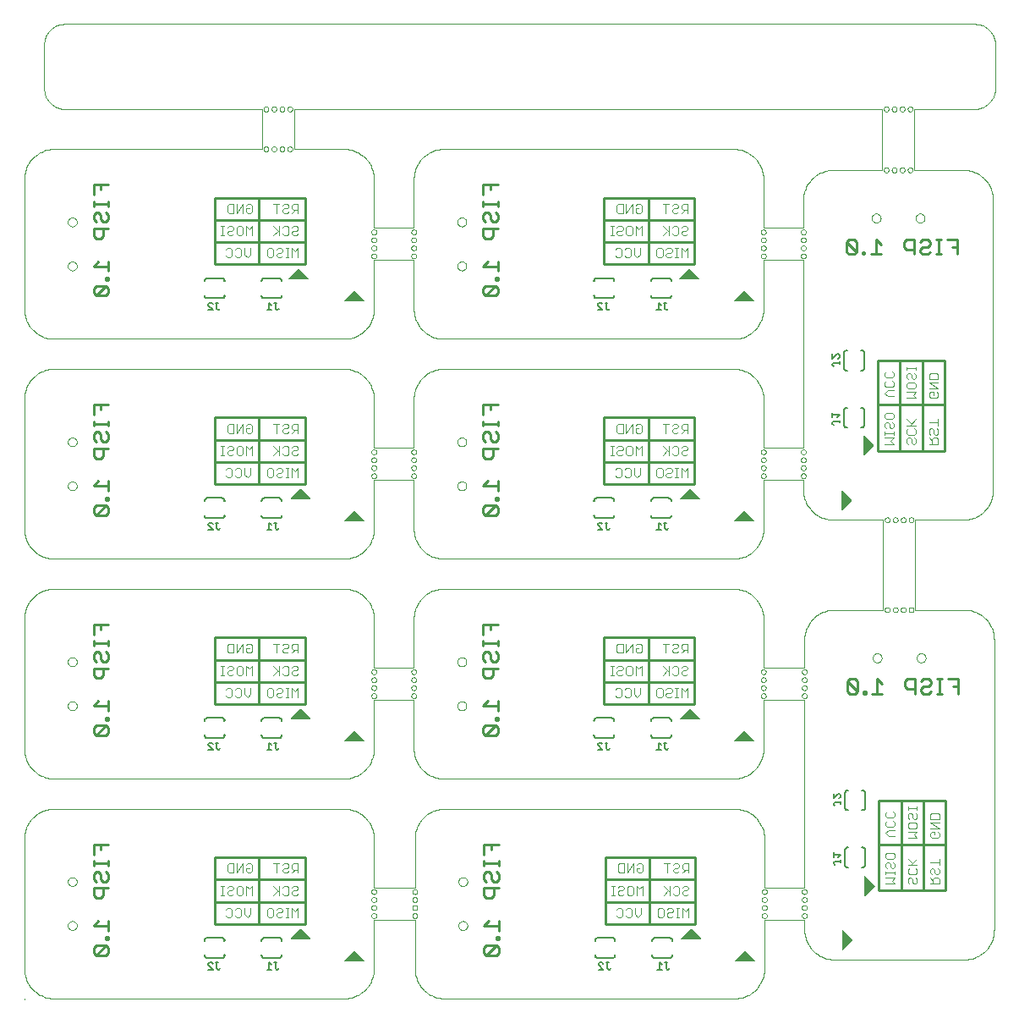
<source format=gbo>
G75*
G70*
%OFA0B0*%
%FSLAX24Y24*%
%IPPOS*%
%LPD*%
%AMOC8*
5,1,8,0,0,1.08239X$1,22.5*
%
%ADD10C,0.0000*%
%ADD11C,0.0050*%
%ADD12C,0.0040*%
%ADD13C,0.0100*%
%ADD14C,0.0001*%
%ADD15C,0.0110*%
%ADD16C,0.0080*%
D10*
X000436Y000386D02*
X000436Y000425D01*
X001617Y000425D02*
X013034Y000425D01*
X013100Y000427D01*
X013166Y000432D01*
X013232Y000442D01*
X013297Y000455D01*
X013361Y000471D01*
X013424Y000491D01*
X013486Y000515D01*
X013546Y000542D01*
X013605Y000572D01*
X013662Y000606D01*
X013717Y000643D01*
X013770Y000683D01*
X013821Y000725D01*
X013869Y000771D01*
X013915Y000819D01*
X013957Y000870D01*
X013997Y000923D01*
X014034Y000978D01*
X014068Y001035D01*
X014098Y001094D01*
X014125Y001154D01*
X014149Y001216D01*
X014169Y001279D01*
X014185Y001343D01*
X014198Y001408D01*
X014208Y001474D01*
X014213Y001540D01*
X014215Y001606D01*
X014216Y001606D02*
X014216Y003535D01*
X015830Y003535D01*
X015830Y001606D01*
X015832Y001540D01*
X015837Y001474D01*
X015847Y001408D01*
X015860Y001343D01*
X015876Y001279D01*
X015896Y001216D01*
X015920Y001154D01*
X015947Y001094D01*
X015977Y001035D01*
X016011Y000978D01*
X016048Y000923D01*
X016088Y000870D01*
X016130Y000819D01*
X016176Y000771D01*
X016224Y000725D01*
X016275Y000683D01*
X016328Y000643D01*
X016383Y000606D01*
X016440Y000572D01*
X016499Y000542D01*
X016559Y000515D01*
X016621Y000491D01*
X016684Y000471D01*
X016748Y000455D01*
X016813Y000442D01*
X016879Y000432D01*
X016945Y000427D01*
X017011Y000425D01*
X028428Y000425D01*
X028494Y000427D01*
X028560Y000432D01*
X028626Y000442D01*
X028691Y000455D01*
X028755Y000471D01*
X028818Y000491D01*
X028880Y000515D01*
X028940Y000542D01*
X028999Y000572D01*
X029056Y000606D01*
X029111Y000643D01*
X029164Y000683D01*
X029215Y000725D01*
X029263Y000771D01*
X029309Y000819D01*
X029351Y000870D01*
X029391Y000923D01*
X029428Y000978D01*
X029462Y001035D01*
X029492Y001094D01*
X029519Y001154D01*
X029543Y001216D01*
X029563Y001279D01*
X029579Y001343D01*
X029592Y001408D01*
X029602Y001474D01*
X029607Y001540D01*
X029609Y001606D01*
X029609Y003535D01*
X031184Y003535D01*
X031184Y003142D01*
X031086Y003693D02*
X031088Y003712D01*
X031093Y003731D01*
X031103Y003747D01*
X031115Y003762D01*
X031130Y003774D01*
X031146Y003784D01*
X031165Y003789D01*
X031184Y003791D01*
X031203Y003789D01*
X031222Y003784D01*
X031238Y003774D01*
X031253Y003762D01*
X031265Y003747D01*
X031275Y003731D01*
X031280Y003712D01*
X031282Y003693D01*
X031280Y003674D01*
X031275Y003655D01*
X031265Y003639D01*
X031253Y003624D01*
X031238Y003612D01*
X031222Y003602D01*
X031203Y003597D01*
X031184Y003595D01*
X031165Y003597D01*
X031146Y003602D01*
X031130Y003612D01*
X031115Y003624D01*
X031103Y003639D01*
X031093Y003655D01*
X031088Y003674D01*
X031086Y003693D01*
X031086Y004008D02*
X031088Y004027D01*
X031093Y004046D01*
X031103Y004062D01*
X031115Y004077D01*
X031130Y004089D01*
X031146Y004099D01*
X031165Y004104D01*
X031184Y004106D01*
X031203Y004104D01*
X031222Y004099D01*
X031238Y004089D01*
X031253Y004077D01*
X031265Y004062D01*
X031275Y004046D01*
X031280Y004027D01*
X031282Y004008D01*
X031280Y003989D01*
X031275Y003970D01*
X031265Y003954D01*
X031253Y003939D01*
X031238Y003927D01*
X031222Y003917D01*
X031203Y003912D01*
X031184Y003910D01*
X031165Y003912D01*
X031146Y003917D01*
X031130Y003927D01*
X031115Y003939D01*
X031103Y003954D01*
X031093Y003970D01*
X031088Y003989D01*
X031086Y004008D01*
X031086Y004323D02*
X031088Y004342D01*
X031093Y004361D01*
X031103Y004377D01*
X031115Y004392D01*
X031130Y004404D01*
X031146Y004414D01*
X031165Y004419D01*
X031184Y004421D01*
X031203Y004419D01*
X031222Y004414D01*
X031238Y004404D01*
X031253Y004392D01*
X031265Y004377D01*
X031275Y004361D01*
X031280Y004342D01*
X031282Y004323D01*
X031280Y004304D01*
X031275Y004285D01*
X031265Y004269D01*
X031253Y004254D01*
X031238Y004242D01*
X031222Y004232D01*
X031203Y004227D01*
X031184Y004225D01*
X031165Y004227D01*
X031146Y004232D01*
X031130Y004242D01*
X031115Y004254D01*
X031103Y004269D01*
X031093Y004285D01*
X031088Y004304D01*
X031086Y004323D01*
X031086Y004638D02*
X031088Y004657D01*
X031093Y004676D01*
X031103Y004692D01*
X031115Y004707D01*
X031130Y004719D01*
X031146Y004729D01*
X031165Y004734D01*
X031184Y004736D01*
X031203Y004734D01*
X031222Y004729D01*
X031238Y004719D01*
X031253Y004707D01*
X031265Y004692D01*
X031275Y004676D01*
X031280Y004657D01*
X031282Y004638D01*
X031280Y004619D01*
X031275Y004600D01*
X031265Y004584D01*
X031253Y004569D01*
X031238Y004557D01*
X031222Y004547D01*
X031203Y004542D01*
X031184Y004540D01*
X031165Y004542D01*
X031146Y004547D01*
X031130Y004557D01*
X031115Y004569D01*
X031103Y004584D01*
X031093Y004600D01*
X031088Y004619D01*
X031086Y004638D01*
X031184Y004795D02*
X029609Y004795D01*
X029609Y006724D01*
X029607Y006790D01*
X029602Y006856D01*
X029592Y006922D01*
X029579Y006987D01*
X029563Y007051D01*
X029543Y007114D01*
X029519Y007176D01*
X029492Y007236D01*
X029462Y007295D01*
X029428Y007352D01*
X029391Y007407D01*
X029351Y007460D01*
X029309Y007511D01*
X029263Y007559D01*
X029215Y007605D01*
X029164Y007647D01*
X029111Y007687D01*
X029056Y007724D01*
X028999Y007758D01*
X028940Y007788D01*
X028880Y007815D01*
X028818Y007839D01*
X028755Y007859D01*
X028691Y007875D01*
X028626Y007888D01*
X028560Y007898D01*
X028494Y007903D01*
X028428Y007905D01*
X017011Y007905D01*
X016945Y007903D01*
X016879Y007898D01*
X016813Y007888D01*
X016748Y007875D01*
X016684Y007859D01*
X016621Y007839D01*
X016559Y007815D01*
X016499Y007788D01*
X016440Y007758D01*
X016383Y007724D01*
X016328Y007687D01*
X016275Y007647D01*
X016224Y007605D01*
X016176Y007559D01*
X016130Y007511D01*
X016088Y007460D01*
X016048Y007407D01*
X016011Y007352D01*
X015977Y007295D01*
X015947Y007236D01*
X015920Y007176D01*
X015896Y007114D01*
X015876Y007051D01*
X015860Y006987D01*
X015847Y006922D01*
X015837Y006856D01*
X015832Y006790D01*
X015830Y006724D01*
X015830Y004795D01*
X014216Y004795D01*
X014216Y006724D01*
X014215Y006724D02*
X014213Y006790D01*
X014208Y006856D01*
X014198Y006922D01*
X014185Y006987D01*
X014169Y007051D01*
X014149Y007114D01*
X014125Y007176D01*
X014098Y007236D01*
X014068Y007295D01*
X014034Y007352D01*
X013997Y007407D01*
X013957Y007460D01*
X013915Y007511D01*
X013869Y007559D01*
X013821Y007605D01*
X013770Y007647D01*
X013717Y007687D01*
X013662Y007724D01*
X013605Y007758D01*
X013546Y007788D01*
X013486Y007815D01*
X013424Y007839D01*
X013361Y007859D01*
X013297Y007875D01*
X013232Y007888D01*
X013166Y007898D01*
X013100Y007903D01*
X013034Y007905D01*
X001617Y007905D01*
X001551Y007903D01*
X001485Y007898D01*
X001419Y007888D01*
X001354Y007875D01*
X001290Y007859D01*
X001227Y007839D01*
X001165Y007815D01*
X001105Y007788D01*
X001046Y007758D01*
X000989Y007724D01*
X000934Y007687D01*
X000881Y007647D01*
X000830Y007605D01*
X000782Y007559D01*
X000736Y007511D01*
X000694Y007460D01*
X000654Y007407D01*
X000617Y007352D01*
X000583Y007295D01*
X000553Y007236D01*
X000526Y007176D01*
X000502Y007114D01*
X000482Y007051D01*
X000466Y006987D01*
X000453Y006922D01*
X000443Y006856D01*
X000438Y006790D01*
X000436Y006724D01*
X000436Y001606D01*
X000438Y001540D01*
X000443Y001474D01*
X000453Y001408D01*
X000466Y001343D01*
X000482Y001279D01*
X000502Y001216D01*
X000526Y001154D01*
X000553Y001094D01*
X000583Y001035D01*
X000617Y000978D01*
X000654Y000923D01*
X000694Y000870D01*
X000736Y000819D01*
X000782Y000771D01*
X000830Y000725D01*
X000881Y000683D01*
X000934Y000643D01*
X000989Y000606D01*
X001046Y000572D01*
X001105Y000542D01*
X001165Y000515D01*
X001227Y000491D01*
X001290Y000471D01*
X001354Y000455D01*
X001419Y000442D01*
X001485Y000432D01*
X001551Y000427D01*
X001617Y000425D01*
X002153Y003299D02*
X002155Y003325D01*
X002161Y003351D01*
X002171Y003376D01*
X002184Y003399D01*
X002200Y003419D01*
X002220Y003437D01*
X002242Y003452D01*
X002265Y003464D01*
X002291Y003472D01*
X002317Y003476D01*
X002343Y003476D01*
X002369Y003472D01*
X002395Y003464D01*
X002419Y003452D01*
X002440Y003437D01*
X002460Y003419D01*
X002476Y003399D01*
X002489Y003376D01*
X002499Y003351D01*
X002505Y003325D01*
X002507Y003299D01*
X002505Y003273D01*
X002499Y003247D01*
X002489Y003222D01*
X002476Y003199D01*
X002460Y003179D01*
X002440Y003161D01*
X002418Y003146D01*
X002395Y003134D01*
X002369Y003126D01*
X002343Y003122D01*
X002317Y003122D01*
X002291Y003126D01*
X002265Y003134D01*
X002241Y003146D01*
X002220Y003161D01*
X002200Y003179D01*
X002184Y003199D01*
X002171Y003222D01*
X002161Y003247D01*
X002155Y003273D01*
X002153Y003299D01*
X002153Y005031D02*
X002155Y005057D01*
X002161Y005083D01*
X002171Y005108D01*
X002184Y005131D01*
X002200Y005151D01*
X002220Y005169D01*
X002242Y005184D01*
X002265Y005196D01*
X002291Y005204D01*
X002317Y005208D01*
X002343Y005208D01*
X002369Y005204D01*
X002395Y005196D01*
X002419Y005184D01*
X002440Y005169D01*
X002460Y005151D01*
X002476Y005131D01*
X002489Y005108D01*
X002499Y005083D01*
X002505Y005057D01*
X002507Y005031D01*
X002505Y005005D01*
X002499Y004979D01*
X002489Y004954D01*
X002476Y004931D01*
X002460Y004911D01*
X002440Y004893D01*
X002418Y004878D01*
X002395Y004866D01*
X002369Y004858D01*
X002343Y004854D01*
X002317Y004854D01*
X002291Y004858D01*
X002265Y004866D01*
X002241Y004878D01*
X002220Y004893D01*
X002200Y004911D01*
X002184Y004931D01*
X002171Y004954D01*
X002161Y004979D01*
X002155Y005005D01*
X002153Y005031D01*
X001617Y009086D02*
X013034Y009086D01*
X013034Y009087D02*
X013100Y009089D01*
X013166Y009094D01*
X013232Y009104D01*
X013297Y009117D01*
X013361Y009133D01*
X013424Y009153D01*
X013486Y009177D01*
X013546Y009204D01*
X013605Y009234D01*
X013662Y009268D01*
X013717Y009305D01*
X013770Y009345D01*
X013821Y009387D01*
X013869Y009433D01*
X013915Y009481D01*
X013957Y009532D01*
X013997Y009585D01*
X014034Y009640D01*
X014068Y009697D01*
X014098Y009756D01*
X014125Y009816D01*
X014149Y009878D01*
X014169Y009941D01*
X014185Y010005D01*
X014198Y010070D01*
X014208Y010136D01*
X014213Y010202D01*
X014215Y010268D01*
X014216Y010268D02*
X014216Y012197D01*
X015790Y012197D01*
X015790Y010268D01*
X015792Y010202D01*
X015797Y010136D01*
X015807Y010070D01*
X015820Y010005D01*
X015836Y009941D01*
X015856Y009878D01*
X015880Y009816D01*
X015907Y009756D01*
X015937Y009697D01*
X015971Y009640D01*
X016008Y009585D01*
X016048Y009532D01*
X016090Y009481D01*
X016136Y009433D01*
X016184Y009387D01*
X016235Y009345D01*
X016288Y009305D01*
X016343Y009268D01*
X016400Y009234D01*
X016459Y009204D01*
X016519Y009177D01*
X016581Y009153D01*
X016644Y009133D01*
X016708Y009117D01*
X016773Y009104D01*
X016839Y009094D01*
X016905Y009089D01*
X016971Y009087D01*
X016971Y009086D02*
X028389Y009086D01*
X028389Y009087D02*
X028455Y009089D01*
X028521Y009094D01*
X028587Y009104D01*
X028652Y009117D01*
X028716Y009133D01*
X028779Y009153D01*
X028841Y009177D01*
X028901Y009204D01*
X028960Y009234D01*
X029017Y009268D01*
X029072Y009305D01*
X029125Y009345D01*
X029176Y009387D01*
X029224Y009433D01*
X029270Y009481D01*
X029312Y009532D01*
X029352Y009585D01*
X029389Y009640D01*
X029423Y009697D01*
X029453Y009756D01*
X029480Y009816D01*
X029504Y009878D01*
X029524Y009941D01*
X029540Y010005D01*
X029553Y010070D01*
X029563Y010136D01*
X029568Y010202D01*
X029570Y010268D01*
X029570Y012197D01*
X031184Y012197D01*
X031184Y004795D01*
X029511Y004638D02*
X029513Y004657D01*
X029518Y004676D01*
X029528Y004692D01*
X029540Y004707D01*
X029555Y004719D01*
X029571Y004729D01*
X029590Y004734D01*
X029609Y004736D01*
X029628Y004734D01*
X029647Y004729D01*
X029663Y004719D01*
X029678Y004707D01*
X029690Y004692D01*
X029700Y004676D01*
X029705Y004657D01*
X029707Y004638D01*
X029705Y004619D01*
X029700Y004600D01*
X029690Y004584D01*
X029678Y004569D01*
X029663Y004557D01*
X029647Y004547D01*
X029628Y004542D01*
X029609Y004540D01*
X029590Y004542D01*
X029571Y004547D01*
X029555Y004557D01*
X029540Y004569D01*
X029528Y004584D01*
X029518Y004600D01*
X029513Y004619D01*
X029511Y004638D01*
X029511Y004323D02*
X029513Y004342D01*
X029518Y004361D01*
X029528Y004377D01*
X029540Y004392D01*
X029555Y004404D01*
X029571Y004414D01*
X029590Y004419D01*
X029609Y004421D01*
X029628Y004419D01*
X029647Y004414D01*
X029663Y004404D01*
X029678Y004392D01*
X029690Y004377D01*
X029700Y004361D01*
X029705Y004342D01*
X029707Y004323D01*
X029705Y004304D01*
X029700Y004285D01*
X029690Y004269D01*
X029678Y004254D01*
X029663Y004242D01*
X029647Y004232D01*
X029628Y004227D01*
X029609Y004225D01*
X029590Y004227D01*
X029571Y004232D01*
X029555Y004242D01*
X029540Y004254D01*
X029528Y004269D01*
X029518Y004285D01*
X029513Y004304D01*
X029511Y004323D01*
X029511Y004008D02*
X029513Y004027D01*
X029518Y004046D01*
X029528Y004062D01*
X029540Y004077D01*
X029555Y004089D01*
X029571Y004099D01*
X029590Y004104D01*
X029609Y004106D01*
X029628Y004104D01*
X029647Y004099D01*
X029663Y004089D01*
X029678Y004077D01*
X029690Y004062D01*
X029700Y004046D01*
X029705Y004027D01*
X029707Y004008D01*
X029705Y003989D01*
X029700Y003970D01*
X029690Y003954D01*
X029678Y003939D01*
X029663Y003927D01*
X029647Y003917D01*
X029628Y003912D01*
X029609Y003910D01*
X029590Y003912D01*
X029571Y003917D01*
X029555Y003927D01*
X029540Y003939D01*
X029528Y003954D01*
X029518Y003970D01*
X029513Y003989D01*
X029511Y004008D01*
X029511Y003693D02*
X029513Y003712D01*
X029518Y003731D01*
X029528Y003747D01*
X029540Y003762D01*
X029555Y003774D01*
X029571Y003784D01*
X029590Y003789D01*
X029609Y003791D01*
X029628Y003789D01*
X029647Y003784D01*
X029663Y003774D01*
X029678Y003762D01*
X029690Y003747D01*
X029700Y003731D01*
X029705Y003712D01*
X029707Y003693D01*
X029705Y003674D01*
X029700Y003655D01*
X029690Y003639D01*
X029678Y003624D01*
X029663Y003612D01*
X029647Y003602D01*
X029628Y003597D01*
X029609Y003595D01*
X029590Y003597D01*
X029571Y003602D01*
X029555Y003612D01*
X029540Y003624D01*
X029528Y003639D01*
X029518Y003655D01*
X029513Y003674D01*
X029511Y003693D01*
X028830Y002300D02*
X029205Y001925D01*
X028455Y001925D01*
X028830Y002300D01*
X027078Y002800D02*
X026703Y003175D01*
X026328Y002800D01*
X027078Y002800D01*
X031184Y003142D02*
X031186Y003076D01*
X031191Y003010D01*
X031201Y002944D01*
X031214Y002879D01*
X031230Y002815D01*
X031250Y002752D01*
X031274Y002690D01*
X031301Y002630D01*
X031331Y002571D01*
X031365Y002514D01*
X031402Y002459D01*
X031442Y002406D01*
X031484Y002355D01*
X031530Y002307D01*
X031578Y002261D01*
X031629Y002219D01*
X031682Y002179D01*
X031737Y002142D01*
X031794Y002108D01*
X031853Y002078D01*
X031913Y002051D01*
X031975Y002027D01*
X032038Y002007D01*
X032102Y001991D01*
X032167Y001978D01*
X032233Y001968D01*
X032299Y001963D01*
X032365Y001961D01*
X032365Y001960D02*
X037483Y001960D01*
X037483Y001961D02*
X037549Y001963D01*
X037615Y001968D01*
X037681Y001978D01*
X037746Y001991D01*
X037810Y002007D01*
X037873Y002027D01*
X037935Y002051D01*
X037995Y002078D01*
X038054Y002108D01*
X038111Y002142D01*
X038166Y002179D01*
X038219Y002219D01*
X038270Y002261D01*
X038318Y002307D01*
X038364Y002355D01*
X038406Y002406D01*
X038446Y002459D01*
X038483Y002514D01*
X038517Y002571D01*
X038547Y002630D01*
X038574Y002690D01*
X038598Y002752D01*
X038618Y002815D01*
X038634Y002879D01*
X038647Y002944D01*
X038657Y003010D01*
X038662Y003076D01*
X038664Y003142D01*
X038664Y014559D01*
X038662Y014625D01*
X038657Y014691D01*
X038647Y014757D01*
X038634Y014822D01*
X038618Y014886D01*
X038598Y014949D01*
X038574Y015011D01*
X038547Y015071D01*
X038517Y015130D01*
X038483Y015187D01*
X038446Y015242D01*
X038406Y015295D01*
X038364Y015346D01*
X038318Y015394D01*
X038270Y015440D01*
X038219Y015482D01*
X038166Y015522D01*
X038111Y015559D01*
X038054Y015593D01*
X037995Y015623D01*
X037935Y015650D01*
X037873Y015674D01*
X037810Y015694D01*
X037746Y015710D01*
X037681Y015723D01*
X037615Y015733D01*
X037549Y015738D01*
X037483Y015740D01*
X035554Y015740D01*
X035554Y019283D01*
X037444Y019283D01*
X037510Y019285D01*
X037576Y019290D01*
X037642Y019300D01*
X037707Y019313D01*
X037771Y019329D01*
X037834Y019349D01*
X037896Y019373D01*
X037956Y019400D01*
X038015Y019430D01*
X038072Y019464D01*
X038127Y019501D01*
X038180Y019541D01*
X038231Y019583D01*
X038279Y019629D01*
X038325Y019677D01*
X038367Y019728D01*
X038407Y019781D01*
X038444Y019836D01*
X038478Y019893D01*
X038508Y019952D01*
X038535Y020012D01*
X038559Y020074D01*
X038579Y020137D01*
X038595Y020201D01*
X038608Y020266D01*
X038618Y020332D01*
X038623Y020398D01*
X038625Y020464D01*
X038625Y031882D01*
X038623Y031948D01*
X038618Y032014D01*
X038608Y032080D01*
X038595Y032145D01*
X038579Y032209D01*
X038559Y032272D01*
X038535Y032334D01*
X038508Y032394D01*
X038478Y032453D01*
X038444Y032510D01*
X038407Y032565D01*
X038367Y032618D01*
X038325Y032669D01*
X038279Y032717D01*
X038231Y032763D01*
X038180Y032805D01*
X038127Y032845D01*
X038072Y032882D01*
X038015Y032916D01*
X037956Y032946D01*
X037896Y032973D01*
X037834Y032997D01*
X037771Y033017D01*
X037707Y033033D01*
X037642Y033046D01*
X037576Y033056D01*
X037510Y033061D01*
X037444Y033063D01*
X035515Y033063D01*
X035515Y035464D01*
X037916Y035464D01*
X037916Y035465D02*
X037970Y035467D01*
X038023Y035472D01*
X038076Y035481D01*
X038128Y035494D01*
X038180Y035510D01*
X038230Y035530D01*
X038278Y035553D01*
X038325Y035580D01*
X038370Y035609D01*
X038413Y035642D01*
X038453Y035677D01*
X038491Y035715D01*
X038526Y035755D01*
X038559Y035798D01*
X038588Y035843D01*
X038615Y035890D01*
X038638Y035938D01*
X038658Y035988D01*
X038674Y036040D01*
X038687Y036092D01*
X038696Y036145D01*
X038701Y036198D01*
X038703Y036252D01*
X038704Y036252D02*
X038704Y038023D01*
X038703Y038023D02*
X038701Y038077D01*
X038696Y038130D01*
X038687Y038183D01*
X038674Y038235D01*
X038658Y038287D01*
X038638Y038337D01*
X038615Y038385D01*
X038588Y038432D01*
X038559Y038477D01*
X038526Y038520D01*
X038491Y038560D01*
X038453Y038598D01*
X038413Y038633D01*
X038370Y038666D01*
X038325Y038695D01*
X038278Y038722D01*
X038230Y038745D01*
X038180Y038765D01*
X038128Y038781D01*
X038076Y038794D01*
X038023Y038803D01*
X037970Y038808D01*
X037916Y038810D01*
X037916Y038811D02*
X002011Y038811D01*
X002011Y038810D02*
X001957Y038808D01*
X001904Y038803D01*
X001851Y038794D01*
X001799Y038781D01*
X001747Y038765D01*
X001697Y038745D01*
X001649Y038722D01*
X001602Y038695D01*
X001557Y038666D01*
X001514Y038633D01*
X001474Y038598D01*
X001436Y038560D01*
X001401Y038520D01*
X001368Y038477D01*
X001339Y038432D01*
X001312Y038385D01*
X001289Y038337D01*
X001269Y038287D01*
X001253Y038235D01*
X001240Y038183D01*
X001231Y038130D01*
X001226Y038077D01*
X001224Y038023D01*
X001223Y038023D02*
X001223Y036252D01*
X001224Y036252D02*
X001226Y036198D01*
X001231Y036145D01*
X001240Y036092D01*
X001253Y036040D01*
X001269Y035988D01*
X001289Y035938D01*
X001312Y035890D01*
X001339Y035843D01*
X001368Y035798D01*
X001401Y035755D01*
X001436Y035715D01*
X001474Y035677D01*
X001514Y035642D01*
X001557Y035609D01*
X001602Y035580D01*
X001649Y035553D01*
X001697Y035530D01*
X001747Y035510D01*
X001799Y035494D01*
X001851Y035481D01*
X001904Y035472D01*
X001957Y035467D01*
X002011Y035465D01*
X002011Y035464D02*
X009806Y035464D01*
X009806Y033890D01*
X001617Y033890D01*
X001617Y033889D02*
X001551Y033887D01*
X001485Y033882D01*
X001419Y033872D01*
X001354Y033859D01*
X001290Y033843D01*
X001227Y033823D01*
X001165Y033799D01*
X001105Y033772D01*
X001046Y033742D01*
X000989Y033708D01*
X000934Y033671D01*
X000881Y033631D01*
X000830Y033589D01*
X000782Y033543D01*
X000736Y033495D01*
X000694Y033444D01*
X000654Y033391D01*
X000617Y033336D01*
X000583Y033279D01*
X000553Y033220D01*
X000526Y033160D01*
X000502Y033098D01*
X000482Y033035D01*
X000466Y032971D01*
X000453Y032906D01*
X000443Y032840D01*
X000438Y032774D01*
X000436Y032708D01*
X000436Y027590D01*
X000438Y027524D01*
X000443Y027458D01*
X000453Y027392D01*
X000466Y027327D01*
X000482Y027263D01*
X000502Y027200D01*
X000526Y027138D01*
X000553Y027078D01*
X000583Y027019D01*
X000617Y026962D01*
X000654Y026907D01*
X000694Y026854D01*
X000736Y026803D01*
X000782Y026755D01*
X000830Y026709D01*
X000881Y026667D01*
X000934Y026627D01*
X000989Y026590D01*
X001046Y026556D01*
X001105Y026526D01*
X001165Y026499D01*
X001227Y026475D01*
X001290Y026455D01*
X001354Y026439D01*
X001419Y026426D01*
X001485Y026416D01*
X001551Y026411D01*
X001617Y026409D01*
X013034Y026409D01*
X013034Y025228D02*
X001617Y025228D01*
X001551Y025226D01*
X001485Y025221D01*
X001419Y025211D01*
X001354Y025198D01*
X001290Y025182D01*
X001227Y025162D01*
X001165Y025138D01*
X001105Y025111D01*
X001046Y025081D01*
X000989Y025047D01*
X000934Y025010D01*
X000881Y024970D01*
X000830Y024928D01*
X000782Y024882D01*
X000736Y024834D01*
X000694Y024783D01*
X000654Y024730D01*
X000617Y024675D01*
X000583Y024618D01*
X000553Y024559D01*
X000526Y024499D01*
X000502Y024437D01*
X000482Y024374D01*
X000466Y024310D01*
X000453Y024245D01*
X000443Y024179D01*
X000438Y024113D01*
X000436Y024047D01*
X000436Y018929D01*
X000438Y018863D01*
X000443Y018797D01*
X000453Y018731D01*
X000466Y018666D01*
X000482Y018602D01*
X000502Y018539D01*
X000526Y018477D01*
X000553Y018417D01*
X000583Y018358D01*
X000617Y018301D01*
X000654Y018246D01*
X000694Y018193D01*
X000736Y018142D01*
X000782Y018094D01*
X000830Y018048D01*
X000881Y018006D01*
X000934Y017966D01*
X000989Y017929D01*
X001046Y017895D01*
X001105Y017865D01*
X001165Y017838D01*
X001227Y017814D01*
X001290Y017794D01*
X001354Y017778D01*
X001419Y017765D01*
X001485Y017755D01*
X001551Y017750D01*
X001617Y017748D01*
X013034Y017748D01*
X013100Y017750D01*
X013166Y017755D01*
X013232Y017765D01*
X013297Y017778D01*
X013361Y017794D01*
X013424Y017814D01*
X013486Y017838D01*
X013546Y017865D01*
X013605Y017895D01*
X013662Y017929D01*
X013717Y017966D01*
X013770Y018006D01*
X013821Y018048D01*
X013869Y018094D01*
X013915Y018142D01*
X013957Y018193D01*
X013997Y018246D01*
X014034Y018301D01*
X014068Y018358D01*
X014098Y018417D01*
X014125Y018477D01*
X014149Y018539D01*
X014169Y018602D01*
X014185Y018666D01*
X014198Y018731D01*
X014208Y018797D01*
X014213Y018863D01*
X014215Y018929D01*
X014216Y018929D02*
X014216Y020858D01*
X015790Y020858D01*
X015790Y018929D01*
X015792Y018863D01*
X015797Y018797D01*
X015807Y018731D01*
X015820Y018666D01*
X015836Y018602D01*
X015856Y018539D01*
X015880Y018477D01*
X015907Y018417D01*
X015937Y018358D01*
X015971Y018301D01*
X016008Y018246D01*
X016048Y018193D01*
X016090Y018142D01*
X016136Y018094D01*
X016184Y018048D01*
X016235Y018006D01*
X016288Y017966D01*
X016343Y017929D01*
X016400Y017895D01*
X016459Y017865D01*
X016519Y017838D01*
X016581Y017814D01*
X016644Y017794D01*
X016708Y017778D01*
X016773Y017765D01*
X016839Y017755D01*
X016905Y017750D01*
X016971Y017748D01*
X028389Y017748D01*
X028455Y017750D01*
X028521Y017755D01*
X028587Y017765D01*
X028652Y017778D01*
X028716Y017794D01*
X028779Y017814D01*
X028841Y017838D01*
X028901Y017865D01*
X028960Y017895D01*
X029017Y017929D01*
X029072Y017966D01*
X029125Y018006D01*
X029176Y018048D01*
X029224Y018094D01*
X029270Y018142D01*
X029312Y018193D01*
X029352Y018246D01*
X029389Y018301D01*
X029423Y018358D01*
X029453Y018417D01*
X029480Y018477D01*
X029504Y018539D01*
X029524Y018602D01*
X029540Y018666D01*
X029553Y018731D01*
X029563Y018797D01*
X029568Y018863D01*
X029570Y018929D01*
X029570Y020858D01*
X031145Y020858D01*
X031145Y020464D01*
X031047Y021016D02*
X031049Y021035D01*
X031054Y021054D01*
X031064Y021070D01*
X031076Y021085D01*
X031091Y021097D01*
X031107Y021107D01*
X031126Y021112D01*
X031145Y021114D01*
X031164Y021112D01*
X031183Y021107D01*
X031199Y021097D01*
X031214Y021085D01*
X031226Y021070D01*
X031236Y021054D01*
X031241Y021035D01*
X031243Y021016D01*
X031241Y020997D01*
X031236Y020978D01*
X031226Y020962D01*
X031214Y020947D01*
X031199Y020935D01*
X031183Y020925D01*
X031164Y020920D01*
X031145Y020918D01*
X031126Y020920D01*
X031107Y020925D01*
X031091Y020935D01*
X031076Y020947D01*
X031064Y020962D01*
X031054Y020978D01*
X031049Y020997D01*
X031047Y021016D01*
X031047Y021331D02*
X031049Y021350D01*
X031054Y021369D01*
X031064Y021385D01*
X031076Y021400D01*
X031091Y021412D01*
X031107Y021422D01*
X031126Y021427D01*
X031145Y021429D01*
X031164Y021427D01*
X031183Y021422D01*
X031199Y021412D01*
X031214Y021400D01*
X031226Y021385D01*
X031236Y021369D01*
X031241Y021350D01*
X031243Y021331D01*
X031241Y021312D01*
X031236Y021293D01*
X031226Y021277D01*
X031214Y021262D01*
X031199Y021250D01*
X031183Y021240D01*
X031164Y021235D01*
X031145Y021233D01*
X031126Y021235D01*
X031107Y021240D01*
X031091Y021250D01*
X031076Y021262D01*
X031064Y021277D01*
X031054Y021293D01*
X031049Y021312D01*
X031047Y021331D01*
X031047Y021645D02*
X031049Y021664D01*
X031054Y021683D01*
X031064Y021699D01*
X031076Y021714D01*
X031091Y021726D01*
X031107Y021736D01*
X031126Y021741D01*
X031145Y021743D01*
X031164Y021741D01*
X031183Y021736D01*
X031199Y021726D01*
X031214Y021714D01*
X031226Y021699D01*
X031236Y021683D01*
X031241Y021664D01*
X031243Y021645D01*
X031241Y021626D01*
X031236Y021607D01*
X031226Y021591D01*
X031214Y021576D01*
X031199Y021564D01*
X031183Y021554D01*
X031164Y021549D01*
X031145Y021547D01*
X031126Y021549D01*
X031107Y021554D01*
X031091Y021564D01*
X031076Y021576D01*
X031064Y021591D01*
X031054Y021607D01*
X031049Y021626D01*
X031047Y021645D01*
X031047Y021960D02*
X031049Y021979D01*
X031054Y021998D01*
X031064Y022014D01*
X031076Y022029D01*
X031091Y022041D01*
X031107Y022051D01*
X031126Y022056D01*
X031145Y022058D01*
X031164Y022056D01*
X031183Y022051D01*
X031199Y022041D01*
X031214Y022029D01*
X031226Y022014D01*
X031236Y021998D01*
X031241Y021979D01*
X031243Y021960D01*
X031241Y021941D01*
X031236Y021922D01*
X031226Y021906D01*
X031214Y021891D01*
X031199Y021879D01*
X031183Y021869D01*
X031164Y021864D01*
X031145Y021862D01*
X031126Y021864D01*
X031107Y021869D01*
X031091Y021879D01*
X031076Y021891D01*
X031064Y021906D01*
X031054Y021922D01*
X031049Y021941D01*
X031047Y021960D01*
X031145Y022118D02*
X029570Y022118D01*
X029570Y024047D01*
X029568Y024113D01*
X029563Y024179D01*
X029553Y024245D01*
X029540Y024310D01*
X029524Y024374D01*
X029504Y024437D01*
X029480Y024499D01*
X029453Y024559D01*
X029423Y024618D01*
X029389Y024675D01*
X029352Y024730D01*
X029312Y024783D01*
X029270Y024834D01*
X029224Y024882D01*
X029176Y024928D01*
X029125Y024970D01*
X029072Y025010D01*
X029017Y025047D01*
X028960Y025081D01*
X028901Y025111D01*
X028841Y025138D01*
X028779Y025162D01*
X028716Y025182D01*
X028652Y025198D01*
X028587Y025211D01*
X028521Y025221D01*
X028455Y025226D01*
X028389Y025228D01*
X016971Y025228D01*
X016905Y025226D01*
X016839Y025221D01*
X016773Y025211D01*
X016708Y025198D01*
X016644Y025182D01*
X016581Y025162D01*
X016519Y025138D01*
X016459Y025111D01*
X016400Y025081D01*
X016343Y025047D01*
X016288Y025010D01*
X016235Y024970D01*
X016184Y024928D01*
X016136Y024882D01*
X016090Y024834D01*
X016048Y024783D01*
X016008Y024730D01*
X015971Y024675D01*
X015937Y024618D01*
X015907Y024559D01*
X015880Y024499D01*
X015856Y024437D01*
X015836Y024374D01*
X015820Y024310D01*
X015807Y024245D01*
X015797Y024179D01*
X015792Y024113D01*
X015790Y024047D01*
X015790Y022118D01*
X014216Y022118D01*
X014216Y024047D01*
X014215Y024047D02*
X014213Y024113D01*
X014208Y024179D01*
X014198Y024245D01*
X014185Y024310D01*
X014169Y024374D01*
X014149Y024437D01*
X014125Y024499D01*
X014098Y024559D01*
X014068Y024618D01*
X014034Y024675D01*
X013997Y024730D01*
X013957Y024783D01*
X013915Y024834D01*
X013869Y024882D01*
X013821Y024928D01*
X013770Y024970D01*
X013717Y025010D01*
X013662Y025047D01*
X013605Y025081D01*
X013546Y025111D01*
X013486Y025138D01*
X013424Y025162D01*
X013361Y025182D01*
X013297Y025198D01*
X013232Y025211D01*
X013166Y025221D01*
X013100Y025226D01*
X013034Y025228D01*
X013034Y026409D02*
X013100Y026411D01*
X013166Y026416D01*
X013232Y026426D01*
X013297Y026439D01*
X013361Y026455D01*
X013424Y026475D01*
X013486Y026499D01*
X013546Y026526D01*
X013605Y026556D01*
X013662Y026590D01*
X013717Y026627D01*
X013770Y026667D01*
X013821Y026709D01*
X013869Y026755D01*
X013915Y026803D01*
X013957Y026854D01*
X013997Y026907D01*
X014034Y026962D01*
X014068Y027019D01*
X014098Y027078D01*
X014125Y027138D01*
X014149Y027200D01*
X014169Y027263D01*
X014185Y027327D01*
X014198Y027392D01*
X014208Y027458D01*
X014213Y027524D01*
X014215Y027590D01*
X014216Y027590D02*
X014216Y029519D01*
X015790Y029519D01*
X015790Y027590D01*
X015792Y027524D01*
X015797Y027458D01*
X015807Y027392D01*
X015820Y027327D01*
X015836Y027263D01*
X015856Y027200D01*
X015880Y027138D01*
X015907Y027078D01*
X015937Y027019D01*
X015971Y026962D01*
X016008Y026907D01*
X016048Y026854D01*
X016090Y026803D01*
X016136Y026755D01*
X016184Y026709D01*
X016235Y026667D01*
X016288Y026627D01*
X016343Y026590D01*
X016400Y026556D01*
X016459Y026526D01*
X016519Y026499D01*
X016581Y026475D01*
X016644Y026455D01*
X016708Y026439D01*
X016773Y026426D01*
X016839Y026416D01*
X016905Y026411D01*
X016971Y026409D01*
X028389Y026409D01*
X028455Y026411D01*
X028521Y026416D01*
X028587Y026426D01*
X028652Y026439D01*
X028716Y026455D01*
X028779Y026475D01*
X028841Y026499D01*
X028901Y026526D01*
X028960Y026556D01*
X029017Y026590D01*
X029072Y026627D01*
X029125Y026667D01*
X029176Y026709D01*
X029224Y026755D01*
X029270Y026803D01*
X029312Y026854D01*
X029352Y026907D01*
X029389Y026962D01*
X029423Y027019D01*
X029453Y027078D01*
X029480Y027138D01*
X029504Y027200D01*
X029524Y027263D01*
X029540Y027327D01*
X029553Y027392D01*
X029563Y027458D01*
X029568Y027524D01*
X029570Y027590D01*
X029570Y029519D01*
X031145Y029519D01*
X031145Y022118D01*
X029472Y021960D02*
X029474Y021979D01*
X029479Y021998D01*
X029489Y022014D01*
X029501Y022029D01*
X029516Y022041D01*
X029532Y022051D01*
X029551Y022056D01*
X029570Y022058D01*
X029589Y022056D01*
X029608Y022051D01*
X029624Y022041D01*
X029639Y022029D01*
X029651Y022014D01*
X029661Y021998D01*
X029666Y021979D01*
X029668Y021960D01*
X029666Y021941D01*
X029661Y021922D01*
X029651Y021906D01*
X029639Y021891D01*
X029624Y021879D01*
X029608Y021869D01*
X029589Y021864D01*
X029570Y021862D01*
X029551Y021864D01*
X029532Y021869D01*
X029516Y021879D01*
X029501Y021891D01*
X029489Y021906D01*
X029479Y021922D01*
X029474Y021941D01*
X029472Y021960D01*
X029472Y021645D02*
X029474Y021664D01*
X029479Y021683D01*
X029489Y021699D01*
X029501Y021714D01*
X029516Y021726D01*
X029532Y021736D01*
X029551Y021741D01*
X029570Y021743D01*
X029589Y021741D01*
X029608Y021736D01*
X029624Y021726D01*
X029639Y021714D01*
X029651Y021699D01*
X029661Y021683D01*
X029666Y021664D01*
X029668Y021645D01*
X029666Y021626D01*
X029661Y021607D01*
X029651Y021591D01*
X029639Y021576D01*
X029624Y021564D01*
X029608Y021554D01*
X029589Y021549D01*
X029570Y021547D01*
X029551Y021549D01*
X029532Y021554D01*
X029516Y021564D01*
X029501Y021576D01*
X029489Y021591D01*
X029479Y021607D01*
X029474Y021626D01*
X029472Y021645D01*
X029472Y021331D02*
X029474Y021350D01*
X029479Y021369D01*
X029489Y021385D01*
X029501Y021400D01*
X029516Y021412D01*
X029532Y021422D01*
X029551Y021427D01*
X029570Y021429D01*
X029589Y021427D01*
X029608Y021422D01*
X029624Y021412D01*
X029639Y021400D01*
X029651Y021385D01*
X029661Y021369D01*
X029666Y021350D01*
X029668Y021331D01*
X029666Y021312D01*
X029661Y021293D01*
X029651Y021277D01*
X029639Y021262D01*
X029624Y021250D01*
X029608Y021240D01*
X029589Y021235D01*
X029570Y021233D01*
X029551Y021235D01*
X029532Y021240D01*
X029516Y021250D01*
X029501Y021262D01*
X029489Y021277D01*
X029479Y021293D01*
X029474Y021312D01*
X029472Y021331D01*
X029472Y021016D02*
X029474Y021035D01*
X029479Y021054D01*
X029489Y021070D01*
X029501Y021085D01*
X029516Y021097D01*
X029532Y021107D01*
X029551Y021112D01*
X029570Y021114D01*
X029589Y021112D01*
X029608Y021107D01*
X029624Y021097D01*
X029639Y021085D01*
X029651Y021070D01*
X029661Y021054D01*
X029666Y021035D01*
X029668Y021016D01*
X029666Y020997D01*
X029661Y020978D01*
X029651Y020962D01*
X029639Y020947D01*
X029624Y020935D01*
X029608Y020925D01*
X029589Y020920D01*
X029570Y020918D01*
X029551Y020920D01*
X029532Y020925D01*
X029516Y020935D01*
X029501Y020947D01*
X029489Y020962D01*
X029479Y020978D01*
X029474Y020997D01*
X029472Y021016D01*
X028790Y019623D02*
X029165Y019248D01*
X028415Y019248D01*
X028790Y019623D01*
X027038Y020123D02*
X026663Y020498D01*
X026288Y020123D01*
X027038Y020123D01*
X028389Y016567D02*
X016971Y016567D01*
X016905Y016565D01*
X016839Y016560D01*
X016773Y016550D01*
X016708Y016537D01*
X016644Y016521D01*
X016581Y016501D01*
X016519Y016477D01*
X016459Y016450D01*
X016400Y016420D01*
X016343Y016386D01*
X016288Y016349D01*
X016235Y016309D01*
X016184Y016267D01*
X016136Y016221D01*
X016090Y016173D01*
X016048Y016122D01*
X016008Y016069D01*
X015971Y016014D01*
X015937Y015957D01*
X015907Y015898D01*
X015880Y015838D01*
X015856Y015776D01*
X015836Y015713D01*
X015820Y015649D01*
X015807Y015584D01*
X015797Y015518D01*
X015792Y015452D01*
X015790Y015386D01*
X015790Y013456D01*
X014216Y013456D01*
X014216Y015386D01*
X014215Y015386D02*
X014213Y015452D01*
X014208Y015518D01*
X014198Y015584D01*
X014185Y015649D01*
X014169Y015713D01*
X014149Y015776D01*
X014125Y015838D01*
X014098Y015898D01*
X014068Y015957D01*
X014034Y016014D01*
X013997Y016069D01*
X013957Y016122D01*
X013915Y016173D01*
X013869Y016221D01*
X013821Y016267D01*
X013770Y016309D01*
X013717Y016349D01*
X013662Y016386D01*
X013605Y016420D01*
X013546Y016450D01*
X013486Y016477D01*
X013424Y016501D01*
X013361Y016521D01*
X013297Y016537D01*
X013232Y016550D01*
X013166Y016560D01*
X013100Y016565D01*
X013034Y016567D01*
X001617Y016567D01*
X001551Y016565D01*
X001485Y016560D01*
X001419Y016550D01*
X001354Y016537D01*
X001290Y016521D01*
X001227Y016501D01*
X001165Y016477D01*
X001105Y016450D01*
X001046Y016420D01*
X000989Y016386D01*
X000934Y016349D01*
X000881Y016309D01*
X000830Y016267D01*
X000782Y016221D01*
X000736Y016173D01*
X000694Y016122D01*
X000654Y016069D01*
X000617Y016014D01*
X000583Y015957D01*
X000553Y015898D01*
X000526Y015838D01*
X000502Y015776D01*
X000482Y015713D01*
X000466Y015649D01*
X000453Y015584D01*
X000443Y015518D01*
X000438Y015452D01*
X000436Y015386D01*
X000436Y010268D01*
X000438Y010202D01*
X000443Y010136D01*
X000453Y010070D01*
X000466Y010005D01*
X000482Y009941D01*
X000502Y009878D01*
X000526Y009816D01*
X000553Y009756D01*
X000583Y009697D01*
X000617Y009640D01*
X000654Y009585D01*
X000694Y009532D01*
X000736Y009481D01*
X000782Y009433D01*
X000830Y009387D01*
X000881Y009345D01*
X000934Y009305D01*
X000989Y009268D01*
X001046Y009234D01*
X001105Y009204D01*
X001165Y009177D01*
X001227Y009153D01*
X001290Y009133D01*
X001354Y009117D01*
X001419Y009104D01*
X001485Y009094D01*
X001551Y009089D01*
X001617Y009087D01*
X002153Y011960D02*
X002155Y011986D01*
X002161Y012012D01*
X002171Y012037D01*
X002184Y012060D01*
X002200Y012080D01*
X002220Y012098D01*
X002242Y012113D01*
X002265Y012125D01*
X002291Y012133D01*
X002317Y012137D01*
X002343Y012137D01*
X002369Y012133D01*
X002395Y012125D01*
X002419Y012113D01*
X002440Y012098D01*
X002460Y012080D01*
X002476Y012060D01*
X002489Y012037D01*
X002499Y012012D01*
X002505Y011986D01*
X002507Y011960D01*
X002505Y011934D01*
X002499Y011908D01*
X002489Y011883D01*
X002476Y011860D01*
X002460Y011840D01*
X002440Y011822D01*
X002418Y011807D01*
X002395Y011795D01*
X002369Y011787D01*
X002343Y011783D01*
X002317Y011783D01*
X002291Y011787D01*
X002265Y011795D01*
X002241Y011807D01*
X002220Y011822D01*
X002200Y011840D01*
X002184Y011860D01*
X002171Y011883D01*
X002161Y011908D01*
X002155Y011934D01*
X002153Y011960D01*
X002153Y013693D02*
X002155Y013719D01*
X002161Y013745D01*
X002171Y013770D01*
X002184Y013793D01*
X002200Y013813D01*
X002220Y013831D01*
X002242Y013846D01*
X002265Y013858D01*
X002291Y013866D01*
X002317Y013870D01*
X002343Y013870D01*
X002369Y013866D01*
X002395Y013858D01*
X002419Y013846D01*
X002440Y013831D01*
X002460Y013813D01*
X002476Y013793D01*
X002489Y013770D01*
X002499Y013745D01*
X002505Y013719D01*
X002507Y013693D01*
X002505Y013667D01*
X002499Y013641D01*
X002489Y013616D01*
X002476Y013593D01*
X002460Y013573D01*
X002440Y013555D01*
X002418Y013540D01*
X002395Y013528D01*
X002369Y013520D01*
X002343Y013516D01*
X002317Y013516D01*
X002291Y013520D01*
X002265Y013528D01*
X002241Y013540D01*
X002220Y013555D01*
X002200Y013573D01*
X002184Y013593D01*
X002171Y013616D01*
X002161Y013641D01*
X002155Y013667D01*
X002153Y013693D01*
X002153Y020622D02*
X002155Y020648D01*
X002161Y020674D01*
X002171Y020699D01*
X002184Y020722D01*
X002200Y020742D01*
X002220Y020760D01*
X002242Y020775D01*
X002265Y020787D01*
X002291Y020795D01*
X002317Y020799D01*
X002343Y020799D01*
X002369Y020795D01*
X002395Y020787D01*
X002419Y020775D01*
X002440Y020760D01*
X002460Y020742D01*
X002476Y020722D01*
X002489Y020699D01*
X002499Y020674D01*
X002505Y020648D01*
X002507Y020622D01*
X002505Y020596D01*
X002499Y020570D01*
X002489Y020545D01*
X002476Y020522D01*
X002460Y020502D01*
X002440Y020484D01*
X002418Y020469D01*
X002395Y020457D01*
X002369Y020449D01*
X002343Y020445D01*
X002317Y020445D01*
X002291Y020449D01*
X002265Y020457D01*
X002241Y020469D01*
X002220Y020484D01*
X002200Y020502D01*
X002184Y020522D01*
X002171Y020545D01*
X002161Y020570D01*
X002155Y020596D01*
X002153Y020622D01*
X002153Y022354D02*
X002155Y022380D01*
X002161Y022406D01*
X002171Y022431D01*
X002184Y022454D01*
X002200Y022474D01*
X002220Y022492D01*
X002242Y022507D01*
X002265Y022519D01*
X002291Y022527D01*
X002317Y022531D01*
X002343Y022531D01*
X002369Y022527D01*
X002395Y022519D01*
X002419Y022507D01*
X002440Y022492D01*
X002460Y022474D01*
X002476Y022454D01*
X002489Y022431D01*
X002499Y022406D01*
X002505Y022380D01*
X002507Y022354D01*
X002505Y022328D01*
X002499Y022302D01*
X002489Y022277D01*
X002476Y022254D01*
X002460Y022234D01*
X002440Y022216D01*
X002418Y022201D01*
X002395Y022189D01*
X002369Y022181D01*
X002343Y022177D01*
X002317Y022177D01*
X002291Y022181D01*
X002265Y022189D01*
X002241Y022201D01*
X002220Y022216D01*
X002200Y022234D01*
X002184Y022254D01*
X002171Y022277D01*
X002161Y022302D01*
X002155Y022328D01*
X002153Y022354D01*
X002153Y029283D02*
X002155Y029309D01*
X002161Y029335D01*
X002171Y029360D01*
X002184Y029383D01*
X002200Y029403D01*
X002220Y029421D01*
X002242Y029436D01*
X002265Y029448D01*
X002291Y029456D01*
X002317Y029460D01*
X002343Y029460D01*
X002369Y029456D01*
X002395Y029448D01*
X002419Y029436D01*
X002440Y029421D01*
X002460Y029403D01*
X002476Y029383D01*
X002489Y029360D01*
X002499Y029335D01*
X002505Y029309D01*
X002507Y029283D01*
X002505Y029257D01*
X002499Y029231D01*
X002489Y029206D01*
X002476Y029183D01*
X002460Y029163D01*
X002440Y029145D01*
X002418Y029130D01*
X002395Y029118D01*
X002369Y029110D01*
X002343Y029106D01*
X002317Y029106D01*
X002291Y029110D01*
X002265Y029118D01*
X002241Y029130D01*
X002220Y029145D01*
X002200Y029163D01*
X002184Y029183D01*
X002171Y029206D01*
X002161Y029231D01*
X002155Y029257D01*
X002153Y029283D01*
X002153Y031016D02*
X002155Y031042D01*
X002161Y031068D01*
X002171Y031093D01*
X002184Y031116D01*
X002200Y031136D01*
X002220Y031154D01*
X002242Y031169D01*
X002265Y031181D01*
X002291Y031189D01*
X002317Y031193D01*
X002343Y031193D01*
X002369Y031189D01*
X002395Y031181D01*
X002419Y031169D01*
X002440Y031154D01*
X002460Y031136D01*
X002476Y031116D01*
X002489Y031093D01*
X002499Y031068D01*
X002505Y031042D01*
X002507Y031016D01*
X002505Y030990D01*
X002499Y030964D01*
X002489Y030939D01*
X002476Y030916D01*
X002460Y030896D01*
X002440Y030878D01*
X002418Y030863D01*
X002395Y030851D01*
X002369Y030843D01*
X002343Y030839D01*
X002317Y030839D01*
X002291Y030843D01*
X002265Y030851D01*
X002241Y030863D01*
X002220Y030878D01*
X002200Y030896D01*
X002184Y030916D01*
X002171Y030939D01*
X002161Y030964D01*
X002155Y030990D01*
X002153Y031016D01*
X009866Y033890D02*
X009868Y033909D01*
X009873Y033928D01*
X009883Y033944D01*
X009895Y033959D01*
X009910Y033971D01*
X009926Y033981D01*
X009945Y033986D01*
X009964Y033988D01*
X009983Y033986D01*
X010002Y033981D01*
X010018Y033971D01*
X010033Y033959D01*
X010045Y033944D01*
X010055Y033928D01*
X010060Y033909D01*
X010062Y033890D01*
X010060Y033871D01*
X010055Y033852D01*
X010045Y033836D01*
X010033Y033821D01*
X010018Y033809D01*
X010002Y033799D01*
X009983Y033794D01*
X009964Y033792D01*
X009945Y033794D01*
X009926Y033799D01*
X009910Y033809D01*
X009895Y033821D01*
X009883Y033836D01*
X009873Y033852D01*
X009868Y033871D01*
X009866Y033890D01*
X010181Y033890D02*
X010183Y033909D01*
X010188Y033928D01*
X010198Y033944D01*
X010210Y033959D01*
X010225Y033971D01*
X010241Y033981D01*
X010260Y033986D01*
X010279Y033988D01*
X010298Y033986D01*
X010317Y033981D01*
X010333Y033971D01*
X010348Y033959D01*
X010360Y033944D01*
X010370Y033928D01*
X010375Y033909D01*
X010377Y033890D01*
X010375Y033871D01*
X010370Y033852D01*
X010360Y033836D01*
X010348Y033821D01*
X010333Y033809D01*
X010317Y033799D01*
X010298Y033794D01*
X010279Y033792D01*
X010260Y033794D01*
X010241Y033799D01*
X010225Y033809D01*
X010210Y033821D01*
X010198Y033836D01*
X010188Y033852D01*
X010183Y033871D01*
X010181Y033890D01*
X010496Y033890D02*
X010498Y033909D01*
X010503Y033928D01*
X010513Y033944D01*
X010525Y033959D01*
X010540Y033971D01*
X010556Y033981D01*
X010575Y033986D01*
X010594Y033988D01*
X010613Y033986D01*
X010632Y033981D01*
X010648Y033971D01*
X010663Y033959D01*
X010675Y033944D01*
X010685Y033928D01*
X010690Y033909D01*
X010692Y033890D01*
X010690Y033871D01*
X010685Y033852D01*
X010675Y033836D01*
X010663Y033821D01*
X010648Y033809D01*
X010632Y033799D01*
X010613Y033794D01*
X010594Y033792D01*
X010575Y033794D01*
X010556Y033799D01*
X010540Y033809D01*
X010525Y033821D01*
X010513Y033836D01*
X010503Y033852D01*
X010498Y033871D01*
X010496Y033890D01*
X010810Y033890D02*
X010812Y033909D01*
X010817Y033928D01*
X010827Y033944D01*
X010839Y033959D01*
X010854Y033971D01*
X010870Y033981D01*
X010889Y033986D01*
X010908Y033988D01*
X010927Y033986D01*
X010946Y033981D01*
X010962Y033971D01*
X010977Y033959D01*
X010989Y033944D01*
X010999Y033928D01*
X011004Y033909D01*
X011006Y033890D01*
X011004Y033871D01*
X010999Y033852D01*
X010989Y033836D01*
X010977Y033821D01*
X010962Y033809D01*
X010946Y033799D01*
X010927Y033794D01*
X010908Y033792D01*
X010889Y033794D01*
X010870Y033799D01*
X010854Y033809D01*
X010839Y033821D01*
X010827Y033836D01*
X010817Y033852D01*
X010812Y033871D01*
X010810Y033890D01*
X011066Y033890D02*
X011066Y035464D01*
X034255Y035464D01*
X034255Y033063D01*
X032326Y033063D01*
X032260Y033061D01*
X032194Y033056D01*
X032128Y033046D01*
X032063Y033033D01*
X031999Y033017D01*
X031936Y032997D01*
X031874Y032973D01*
X031814Y032946D01*
X031755Y032916D01*
X031698Y032882D01*
X031643Y032845D01*
X031590Y032805D01*
X031539Y032763D01*
X031491Y032717D01*
X031445Y032669D01*
X031403Y032618D01*
X031363Y032565D01*
X031326Y032510D01*
X031292Y032453D01*
X031262Y032394D01*
X031235Y032334D01*
X031211Y032272D01*
X031191Y032209D01*
X031175Y032145D01*
X031162Y032080D01*
X031152Y032014D01*
X031147Y031948D01*
X031145Y031882D01*
X031145Y030779D01*
X029570Y030779D01*
X029570Y032708D01*
X029568Y032774D01*
X029563Y032840D01*
X029553Y032906D01*
X029540Y032971D01*
X029524Y033035D01*
X029504Y033098D01*
X029480Y033160D01*
X029453Y033220D01*
X029423Y033279D01*
X029389Y033336D01*
X029352Y033391D01*
X029312Y033444D01*
X029270Y033495D01*
X029224Y033543D01*
X029176Y033589D01*
X029125Y033631D01*
X029072Y033671D01*
X029017Y033708D01*
X028960Y033742D01*
X028901Y033772D01*
X028841Y033799D01*
X028779Y033823D01*
X028716Y033843D01*
X028652Y033859D01*
X028587Y033872D01*
X028521Y033882D01*
X028455Y033887D01*
X028389Y033889D01*
X028389Y033890D02*
X016971Y033890D01*
X016971Y033889D02*
X016905Y033887D01*
X016839Y033882D01*
X016773Y033872D01*
X016708Y033859D01*
X016644Y033843D01*
X016581Y033823D01*
X016519Y033799D01*
X016459Y033772D01*
X016400Y033742D01*
X016343Y033708D01*
X016288Y033671D01*
X016235Y033631D01*
X016184Y033589D01*
X016136Y033543D01*
X016090Y033495D01*
X016048Y033444D01*
X016008Y033391D01*
X015971Y033336D01*
X015937Y033279D01*
X015907Y033220D01*
X015880Y033160D01*
X015856Y033098D01*
X015836Y033035D01*
X015820Y032971D01*
X015807Y032906D01*
X015797Y032840D01*
X015792Y032774D01*
X015790Y032708D01*
X015790Y030779D01*
X014216Y030779D01*
X014216Y032708D01*
X014215Y032708D02*
X014213Y032774D01*
X014208Y032840D01*
X014198Y032906D01*
X014185Y032971D01*
X014169Y033035D01*
X014149Y033098D01*
X014125Y033160D01*
X014098Y033220D01*
X014068Y033279D01*
X014034Y033336D01*
X013997Y033391D01*
X013957Y033444D01*
X013915Y033495D01*
X013869Y033543D01*
X013821Y033589D01*
X013770Y033631D01*
X013717Y033671D01*
X013662Y033708D01*
X013605Y033742D01*
X013546Y033772D01*
X013486Y033799D01*
X013424Y033823D01*
X013361Y033843D01*
X013297Y033859D01*
X013232Y033872D01*
X013166Y033882D01*
X013100Y033887D01*
X013034Y033889D01*
X013034Y033890D02*
X011066Y033890D01*
X010810Y035464D02*
X010812Y035483D01*
X010817Y035502D01*
X010827Y035518D01*
X010839Y035533D01*
X010854Y035545D01*
X010870Y035555D01*
X010889Y035560D01*
X010908Y035562D01*
X010927Y035560D01*
X010946Y035555D01*
X010962Y035545D01*
X010977Y035533D01*
X010989Y035518D01*
X010999Y035502D01*
X011004Y035483D01*
X011006Y035464D01*
X011004Y035445D01*
X010999Y035426D01*
X010989Y035410D01*
X010977Y035395D01*
X010962Y035383D01*
X010946Y035373D01*
X010927Y035368D01*
X010908Y035366D01*
X010889Y035368D01*
X010870Y035373D01*
X010854Y035383D01*
X010839Y035395D01*
X010827Y035410D01*
X010817Y035426D01*
X010812Y035445D01*
X010810Y035464D01*
X010496Y035464D02*
X010498Y035483D01*
X010503Y035502D01*
X010513Y035518D01*
X010525Y035533D01*
X010540Y035545D01*
X010556Y035555D01*
X010575Y035560D01*
X010594Y035562D01*
X010613Y035560D01*
X010632Y035555D01*
X010648Y035545D01*
X010663Y035533D01*
X010675Y035518D01*
X010685Y035502D01*
X010690Y035483D01*
X010692Y035464D01*
X010690Y035445D01*
X010685Y035426D01*
X010675Y035410D01*
X010663Y035395D01*
X010648Y035383D01*
X010632Y035373D01*
X010613Y035368D01*
X010594Y035366D01*
X010575Y035368D01*
X010556Y035373D01*
X010540Y035383D01*
X010525Y035395D01*
X010513Y035410D01*
X010503Y035426D01*
X010498Y035445D01*
X010496Y035464D01*
X010181Y035464D02*
X010183Y035483D01*
X010188Y035502D01*
X010198Y035518D01*
X010210Y035533D01*
X010225Y035545D01*
X010241Y035555D01*
X010260Y035560D01*
X010279Y035562D01*
X010298Y035560D01*
X010317Y035555D01*
X010333Y035545D01*
X010348Y035533D01*
X010360Y035518D01*
X010370Y035502D01*
X010375Y035483D01*
X010377Y035464D01*
X010375Y035445D01*
X010370Y035426D01*
X010360Y035410D01*
X010348Y035395D01*
X010333Y035383D01*
X010317Y035373D01*
X010298Y035368D01*
X010279Y035366D01*
X010260Y035368D01*
X010241Y035373D01*
X010225Y035383D01*
X010210Y035395D01*
X010198Y035410D01*
X010188Y035426D01*
X010183Y035445D01*
X010181Y035464D01*
X009866Y035464D02*
X009868Y035483D01*
X009873Y035502D01*
X009883Y035518D01*
X009895Y035533D01*
X009910Y035545D01*
X009926Y035555D01*
X009945Y035560D01*
X009964Y035562D01*
X009983Y035560D01*
X010002Y035555D01*
X010018Y035545D01*
X010033Y035533D01*
X010045Y035518D01*
X010055Y035502D01*
X010060Y035483D01*
X010062Y035464D01*
X010060Y035445D01*
X010055Y035426D01*
X010045Y035410D01*
X010033Y035395D01*
X010018Y035383D01*
X010002Y035373D01*
X009983Y035368D01*
X009964Y035366D01*
X009945Y035368D01*
X009926Y035373D01*
X009910Y035383D01*
X009895Y035395D01*
X009883Y035410D01*
X009873Y035426D01*
X009868Y035445D01*
X009866Y035464D01*
X014118Y030622D02*
X014120Y030641D01*
X014125Y030660D01*
X014135Y030676D01*
X014147Y030691D01*
X014162Y030703D01*
X014178Y030713D01*
X014197Y030718D01*
X014216Y030720D01*
X014235Y030718D01*
X014254Y030713D01*
X014270Y030703D01*
X014285Y030691D01*
X014297Y030676D01*
X014307Y030660D01*
X014312Y030641D01*
X014314Y030622D01*
X014312Y030603D01*
X014307Y030584D01*
X014297Y030568D01*
X014285Y030553D01*
X014270Y030541D01*
X014254Y030531D01*
X014235Y030526D01*
X014216Y030524D01*
X014197Y030526D01*
X014178Y030531D01*
X014162Y030541D01*
X014147Y030553D01*
X014135Y030568D01*
X014125Y030584D01*
X014120Y030603D01*
X014118Y030622D01*
X014118Y030307D02*
X014120Y030326D01*
X014125Y030345D01*
X014135Y030361D01*
X014147Y030376D01*
X014162Y030388D01*
X014178Y030398D01*
X014197Y030403D01*
X014216Y030405D01*
X014235Y030403D01*
X014254Y030398D01*
X014270Y030388D01*
X014285Y030376D01*
X014297Y030361D01*
X014307Y030345D01*
X014312Y030326D01*
X014314Y030307D01*
X014312Y030288D01*
X014307Y030269D01*
X014297Y030253D01*
X014285Y030238D01*
X014270Y030226D01*
X014254Y030216D01*
X014235Y030211D01*
X014216Y030209D01*
X014197Y030211D01*
X014178Y030216D01*
X014162Y030226D01*
X014147Y030238D01*
X014135Y030253D01*
X014125Y030269D01*
X014120Y030288D01*
X014118Y030307D01*
X014118Y029992D02*
X014120Y030011D01*
X014125Y030030D01*
X014135Y030046D01*
X014147Y030061D01*
X014162Y030073D01*
X014178Y030083D01*
X014197Y030088D01*
X014216Y030090D01*
X014235Y030088D01*
X014254Y030083D01*
X014270Y030073D01*
X014285Y030061D01*
X014297Y030046D01*
X014307Y030030D01*
X014312Y030011D01*
X014314Y029992D01*
X014312Y029973D01*
X014307Y029954D01*
X014297Y029938D01*
X014285Y029923D01*
X014270Y029911D01*
X014254Y029901D01*
X014235Y029896D01*
X014216Y029894D01*
X014197Y029896D01*
X014178Y029901D01*
X014162Y029911D01*
X014147Y029923D01*
X014135Y029938D01*
X014125Y029954D01*
X014120Y029973D01*
X014118Y029992D01*
X014118Y029677D02*
X014120Y029696D01*
X014125Y029715D01*
X014135Y029731D01*
X014147Y029746D01*
X014162Y029758D01*
X014178Y029768D01*
X014197Y029773D01*
X014216Y029775D01*
X014235Y029773D01*
X014254Y029768D01*
X014270Y029758D01*
X014285Y029746D01*
X014297Y029731D01*
X014307Y029715D01*
X014312Y029696D01*
X014314Y029677D01*
X014312Y029658D01*
X014307Y029639D01*
X014297Y029623D01*
X014285Y029608D01*
X014270Y029596D01*
X014254Y029586D01*
X014235Y029581D01*
X014216Y029579D01*
X014197Y029581D01*
X014178Y029586D01*
X014162Y029596D01*
X014147Y029608D01*
X014135Y029623D01*
X014125Y029639D01*
X014120Y029658D01*
X014118Y029677D01*
X013436Y028284D02*
X013811Y027909D01*
X013061Y027909D01*
X013436Y028284D01*
X011605Y028784D02*
X011230Y029159D01*
X010855Y028784D01*
X011605Y028784D01*
X015692Y029677D02*
X015694Y029696D01*
X015699Y029715D01*
X015709Y029731D01*
X015721Y029746D01*
X015736Y029758D01*
X015752Y029768D01*
X015771Y029773D01*
X015790Y029775D01*
X015809Y029773D01*
X015828Y029768D01*
X015844Y029758D01*
X015859Y029746D01*
X015871Y029731D01*
X015881Y029715D01*
X015886Y029696D01*
X015888Y029677D01*
X015886Y029658D01*
X015881Y029639D01*
X015871Y029623D01*
X015859Y029608D01*
X015844Y029596D01*
X015828Y029586D01*
X015809Y029581D01*
X015790Y029579D01*
X015771Y029581D01*
X015752Y029586D01*
X015736Y029596D01*
X015721Y029608D01*
X015709Y029623D01*
X015699Y029639D01*
X015694Y029658D01*
X015692Y029677D01*
X015692Y029992D02*
X015694Y030011D01*
X015699Y030030D01*
X015709Y030046D01*
X015721Y030061D01*
X015736Y030073D01*
X015752Y030083D01*
X015771Y030088D01*
X015790Y030090D01*
X015809Y030088D01*
X015828Y030083D01*
X015844Y030073D01*
X015859Y030061D01*
X015871Y030046D01*
X015881Y030030D01*
X015886Y030011D01*
X015888Y029992D01*
X015886Y029973D01*
X015881Y029954D01*
X015871Y029938D01*
X015859Y029923D01*
X015844Y029911D01*
X015828Y029901D01*
X015809Y029896D01*
X015790Y029894D01*
X015771Y029896D01*
X015752Y029901D01*
X015736Y029911D01*
X015721Y029923D01*
X015709Y029938D01*
X015699Y029954D01*
X015694Y029973D01*
X015692Y029992D01*
X015692Y030307D02*
X015694Y030326D01*
X015699Y030345D01*
X015709Y030361D01*
X015721Y030376D01*
X015736Y030388D01*
X015752Y030398D01*
X015771Y030403D01*
X015790Y030405D01*
X015809Y030403D01*
X015828Y030398D01*
X015844Y030388D01*
X015859Y030376D01*
X015871Y030361D01*
X015881Y030345D01*
X015886Y030326D01*
X015888Y030307D01*
X015886Y030288D01*
X015881Y030269D01*
X015871Y030253D01*
X015859Y030238D01*
X015844Y030226D01*
X015828Y030216D01*
X015809Y030211D01*
X015790Y030209D01*
X015771Y030211D01*
X015752Y030216D01*
X015736Y030226D01*
X015721Y030238D01*
X015709Y030253D01*
X015699Y030269D01*
X015694Y030288D01*
X015692Y030307D01*
X015692Y030622D02*
X015694Y030641D01*
X015699Y030660D01*
X015709Y030676D01*
X015721Y030691D01*
X015736Y030703D01*
X015752Y030713D01*
X015771Y030718D01*
X015790Y030720D01*
X015809Y030718D01*
X015828Y030713D01*
X015844Y030703D01*
X015859Y030691D01*
X015871Y030676D01*
X015881Y030660D01*
X015886Y030641D01*
X015888Y030622D01*
X015886Y030603D01*
X015881Y030584D01*
X015871Y030568D01*
X015859Y030553D01*
X015844Y030541D01*
X015828Y030531D01*
X015809Y030526D01*
X015790Y030524D01*
X015771Y030526D01*
X015752Y030531D01*
X015736Y030541D01*
X015721Y030553D01*
X015709Y030568D01*
X015699Y030584D01*
X015694Y030603D01*
X015692Y030622D01*
X017507Y031016D02*
X017509Y031042D01*
X017515Y031068D01*
X017525Y031093D01*
X017538Y031116D01*
X017554Y031136D01*
X017574Y031154D01*
X017596Y031169D01*
X017619Y031181D01*
X017645Y031189D01*
X017671Y031193D01*
X017697Y031193D01*
X017723Y031189D01*
X017749Y031181D01*
X017773Y031169D01*
X017794Y031154D01*
X017814Y031136D01*
X017830Y031116D01*
X017843Y031093D01*
X017853Y031068D01*
X017859Y031042D01*
X017861Y031016D01*
X017859Y030990D01*
X017853Y030964D01*
X017843Y030939D01*
X017830Y030916D01*
X017814Y030896D01*
X017794Y030878D01*
X017772Y030863D01*
X017749Y030851D01*
X017723Y030843D01*
X017697Y030839D01*
X017671Y030839D01*
X017645Y030843D01*
X017619Y030851D01*
X017595Y030863D01*
X017574Y030878D01*
X017554Y030896D01*
X017538Y030916D01*
X017525Y030939D01*
X017515Y030964D01*
X017509Y030990D01*
X017507Y031016D01*
X017507Y029283D02*
X017509Y029309D01*
X017515Y029335D01*
X017525Y029360D01*
X017538Y029383D01*
X017554Y029403D01*
X017574Y029421D01*
X017596Y029436D01*
X017619Y029448D01*
X017645Y029456D01*
X017671Y029460D01*
X017697Y029460D01*
X017723Y029456D01*
X017749Y029448D01*
X017773Y029436D01*
X017794Y029421D01*
X017814Y029403D01*
X017830Y029383D01*
X017843Y029360D01*
X017853Y029335D01*
X017859Y029309D01*
X017861Y029283D01*
X017859Y029257D01*
X017853Y029231D01*
X017843Y029206D01*
X017830Y029183D01*
X017814Y029163D01*
X017794Y029145D01*
X017772Y029130D01*
X017749Y029118D01*
X017723Y029110D01*
X017697Y029106D01*
X017671Y029106D01*
X017645Y029110D01*
X017619Y029118D01*
X017595Y029130D01*
X017574Y029145D01*
X017554Y029163D01*
X017538Y029183D01*
X017525Y029206D01*
X017515Y029231D01*
X017509Y029257D01*
X017507Y029283D01*
X017507Y022354D02*
X017509Y022380D01*
X017515Y022406D01*
X017525Y022431D01*
X017538Y022454D01*
X017554Y022474D01*
X017574Y022492D01*
X017596Y022507D01*
X017619Y022519D01*
X017645Y022527D01*
X017671Y022531D01*
X017697Y022531D01*
X017723Y022527D01*
X017749Y022519D01*
X017773Y022507D01*
X017794Y022492D01*
X017814Y022474D01*
X017830Y022454D01*
X017843Y022431D01*
X017853Y022406D01*
X017859Y022380D01*
X017861Y022354D01*
X017859Y022328D01*
X017853Y022302D01*
X017843Y022277D01*
X017830Y022254D01*
X017814Y022234D01*
X017794Y022216D01*
X017772Y022201D01*
X017749Y022189D01*
X017723Y022181D01*
X017697Y022177D01*
X017671Y022177D01*
X017645Y022181D01*
X017619Y022189D01*
X017595Y022201D01*
X017574Y022216D01*
X017554Y022234D01*
X017538Y022254D01*
X017525Y022277D01*
X017515Y022302D01*
X017509Y022328D01*
X017507Y022354D01*
X017507Y020622D02*
X017509Y020648D01*
X017515Y020674D01*
X017525Y020699D01*
X017538Y020722D01*
X017554Y020742D01*
X017574Y020760D01*
X017596Y020775D01*
X017619Y020787D01*
X017645Y020795D01*
X017671Y020799D01*
X017697Y020799D01*
X017723Y020795D01*
X017749Y020787D01*
X017773Y020775D01*
X017794Y020760D01*
X017814Y020742D01*
X017830Y020722D01*
X017843Y020699D01*
X017853Y020674D01*
X017859Y020648D01*
X017861Y020622D01*
X017859Y020596D01*
X017853Y020570D01*
X017843Y020545D01*
X017830Y020522D01*
X017814Y020502D01*
X017794Y020484D01*
X017772Y020469D01*
X017749Y020457D01*
X017723Y020449D01*
X017697Y020445D01*
X017671Y020445D01*
X017645Y020449D01*
X017619Y020457D01*
X017595Y020469D01*
X017574Y020484D01*
X017554Y020502D01*
X017538Y020522D01*
X017525Y020545D01*
X017515Y020570D01*
X017509Y020596D01*
X017507Y020622D01*
X015692Y021016D02*
X015694Y021035D01*
X015699Y021054D01*
X015709Y021070D01*
X015721Y021085D01*
X015736Y021097D01*
X015752Y021107D01*
X015771Y021112D01*
X015790Y021114D01*
X015809Y021112D01*
X015828Y021107D01*
X015844Y021097D01*
X015859Y021085D01*
X015871Y021070D01*
X015881Y021054D01*
X015886Y021035D01*
X015888Y021016D01*
X015886Y020997D01*
X015881Y020978D01*
X015871Y020962D01*
X015859Y020947D01*
X015844Y020935D01*
X015828Y020925D01*
X015809Y020920D01*
X015790Y020918D01*
X015771Y020920D01*
X015752Y020925D01*
X015736Y020935D01*
X015721Y020947D01*
X015709Y020962D01*
X015699Y020978D01*
X015694Y020997D01*
X015692Y021016D01*
X015692Y021331D02*
X015694Y021350D01*
X015699Y021369D01*
X015709Y021385D01*
X015721Y021400D01*
X015736Y021412D01*
X015752Y021422D01*
X015771Y021427D01*
X015790Y021429D01*
X015809Y021427D01*
X015828Y021422D01*
X015844Y021412D01*
X015859Y021400D01*
X015871Y021385D01*
X015881Y021369D01*
X015886Y021350D01*
X015888Y021331D01*
X015886Y021312D01*
X015881Y021293D01*
X015871Y021277D01*
X015859Y021262D01*
X015844Y021250D01*
X015828Y021240D01*
X015809Y021235D01*
X015790Y021233D01*
X015771Y021235D01*
X015752Y021240D01*
X015736Y021250D01*
X015721Y021262D01*
X015709Y021277D01*
X015699Y021293D01*
X015694Y021312D01*
X015692Y021331D01*
X015692Y021645D02*
X015694Y021664D01*
X015699Y021683D01*
X015709Y021699D01*
X015721Y021714D01*
X015736Y021726D01*
X015752Y021736D01*
X015771Y021741D01*
X015790Y021743D01*
X015809Y021741D01*
X015828Y021736D01*
X015844Y021726D01*
X015859Y021714D01*
X015871Y021699D01*
X015881Y021683D01*
X015886Y021664D01*
X015888Y021645D01*
X015886Y021626D01*
X015881Y021607D01*
X015871Y021591D01*
X015859Y021576D01*
X015844Y021564D01*
X015828Y021554D01*
X015809Y021549D01*
X015790Y021547D01*
X015771Y021549D01*
X015752Y021554D01*
X015736Y021564D01*
X015721Y021576D01*
X015709Y021591D01*
X015699Y021607D01*
X015694Y021626D01*
X015692Y021645D01*
X015692Y021960D02*
X015694Y021979D01*
X015699Y021998D01*
X015709Y022014D01*
X015721Y022029D01*
X015736Y022041D01*
X015752Y022051D01*
X015771Y022056D01*
X015790Y022058D01*
X015809Y022056D01*
X015828Y022051D01*
X015844Y022041D01*
X015859Y022029D01*
X015871Y022014D01*
X015881Y021998D01*
X015886Y021979D01*
X015888Y021960D01*
X015886Y021941D01*
X015881Y021922D01*
X015871Y021906D01*
X015859Y021891D01*
X015844Y021879D01*
X015828Y021869D01*
X015809Y021864D01*
X015790Y021862D01*
X015771Y021864D01*
X015752Y021869D01*
X015736Y021879D01*
X015721Y021891D01*
X015709Y021906D01*
X015699Y021922D01*
X015694Y021941D01*
X015692Y021960D01*
X014118Y021960D02*
X014120Y021979D01*
X014125Y021998D01*
X014135Y022014D01*
X014147Y022029D01*
X014162Y022041D01*
X014178Y022051D01*
X014197Y022056D01*
X014216Y022058D01*
X014235Y022056D01*
X014254Y022051D01*
X014270Y022041D01*
X014285Y022029D01*
X014297Y022014D01*
X014307Y021998D01*
X014312Y021979D01*
X014314Y021960D01*
X014312Y021941D01*
X014307Y021922D01*
X014297Y021906D01*
X014285Y021891D01*
X014270Y021879D01*
X014254Y021869D01*
X014235Y021864D01*
X014216Y021862D01*
X014197Y021864D01*
X014178Y021869D01*
X014162Y021879D01*
X014147Y021891D01*
X014135Y021906D01*
X014125Y021922D01*
X014120Y021941D01*
X014118Y021960D01*
X014118Y021645D02*
X014120Y021664D01*
X014125Y021683D01*
X014135Y021699D01*
X014147Y021714D01*
X014162Y021726D01*
X014178Y021736D01*
X014197Y021741D01*
X014216Y021743D01*
X014235Y021741D01*
X014254Y021736D01*
X014270Y021726D01*
X014285Y021714D01*
X014297Y021699D01*
X014307Y021683D01*
X014312Y021664D01*
X014314Y021645D01*
X014312Y021626D01*
X014307Y021607D01*
X014297Y021591D01*
X014285Y021576D01*
X014270Y021564D01*
X014254Y021554D01*
X014235Y021549D01*
X014216Y021547D01*
X014197Y021549D01*
X014178Y021554D01*
X014162Y021564D01*
X014147Y021576D01*
X014135Y021591D01*
X014125Y021607D01*
X014120Y021626D01*
X014118Y021645D01*
X014118Y021331D02*
X014120Y021350D01*
X014125Y021369D01*
X014135Y021385D01*
X014147Y021400D01*
X014162Y021412D01*
X014178Y021422D01*
X014197Y021427D01*
X014216Y021429D01*
X014235Y021427D01*
X014254Y021422D01*
X014270Y021412D01*
X014285Y021400D01*
X014297Y021385D01*
X014307Y021369D01*
X014312Y021350D01*
X014314Y021331D01*
X014312Y021312D01*
X014307Y021293D01*
X014297Y021277D01*
X014285Y021262D01*
X014270Y021250D01*
X014254Y021240D01*
X014235Y021235D01*
X014216Y021233D01*
X014197Y021235D01*
X014178Y021240D01*
X014162Y021250D01*
X014147Y021262D01*
X014135Y021277D01*
X014125Y021293D01*
X014120Y021312D01*
X014118Y021331D01*
X014118Y021016D02*
X014120Y021035D01*
X014125Y021054D01*
X014135Y021070D01*
X014147Y021085D01*
X014162Y021097D01*
X014178Y021107D01*
X014197Y021112D01*
X014216Y021114D01*
X014235Y021112D01*
X014254Y021107D01*
X014270Y021097D01*
X014285Y021085D01*
X014297Y021070D01*
X014307Y021054D01*
X014312Y021035D01*
X014314Y021016D01*
X014312Y020997D01*
X014307Y020978D01*
X014297Y020962D01*
X014285Y020947D01*
X014270Y020935D01*
X014254Y020925D01*
X014235Y020920D01*
X014216Y020918D01*
X014197Y020920D01*
X014178Y020925D01*
X014162Y020935D01*
X014147Y020947D01*
X014135Y020962D01*
X014125Y020978D01*
X014120Y020997D01*
X014118Y021016D01*
X013436Y019623D02*
X013811Y019248D01*
X013061Y019248D01*
X013436Y019623D01*
X011684Y020123D02*
X011309Y020498D01*
X010934Y020123D01*
X011684Y020123D01*
X017507Y013693D02*
X017509Y013719D01*
X017515Y013745D01*
X017525Y013770D01*
X017538Y013793D01*
X017554Y013813D01*
X017574Y013831D01*
X017596Y013846D01*
X017619Y013858D01*
X017645Y013866D01*
X017671Y013870D01*
X017697Y013870D01*
X017723Y013866D01*
X017749Y013858D01*
X017773Y013846D01*
X017794Y013831D01*
X017814Y013813D01*
X017830Y013793D01*
X017843Y013770D01*
X017853Y013745D01*
X017859Y013719D01*
X017861Y013693D01*
X017859Y013667D01*
X017853Y013641D01*
X017843Y013616D01*
X017830Y013593D01*
X017814Y013573D01*
X017794Y013555D01*
X017772Y013540D01*
X017749Y013528D01*
X017723Y013520D01*
X017697Y013516D01*
X017671Y013516D01*
X017645Y013520D01*
X017619Y013528D01*
X017595Y013540D01*
X017574Y013555D01*
X017554Y013573D01*
X017538Y013593D01*
X017525Y013616D01*
X017515Y013641D01*
X017509Y013667D01*
X017507Y013693D01*
X017507Y011960D02*
X017509Y011986D01*
X017515Y012012D01*
X017525Y012037D01*
X017538Y012060D01*
X017554Y012080D01*
X017574Y012098D01*
X017596Y012113D01*
X017619Y012125D01*
X017645Y012133D01*
X017671Y012137D01*
X017697Y012137D01*
X017723Y012133D01*
X017749Y012125D01*
X017773Y012113D01*
X017794Y012098D01*
X017814Y012080D01*
X017830Y012060D01*
X017843Y012037D01*
X017853Y012012D01*
X017859Y011986D01*
X017861Y011960D01*
X017859Y011934D01*
X017853Y011908D01*
X017843Y011883D01*
X017830Y011860D01*
X017814Y011840D01*
X017794Y011822D01*
X017772Y011807D01*
X017749Y011795D01*
X017723Y011787D01*
X017697Y011783D01*
X017671Y011783D01*
X017645Y011787D01*
X017619Y011795D01*
X017595Y011807D01*
X017574Y011822D01*
X017554Y011840D01*
X017538Y011860D01*
X017525Y011883D01*
X017515Y011908D01*
X017509Y011934D01*
X017507Y011960D01*
X015692Y012354D02*
X015694Y012373D01*
X015699Y012392D01*
X015709Y012408D01*
X015721Y012423D01*
X015736Y012435D01*
X015752Y012445D01*
X015771Y012450D01*
X015790Y012452D01*
X015809Y012450D01*
X015828Y012445D01*
X015844Y012435D01*
X015859Y012423D01*
X015871Y012408D01*
X015881Y012392D01*
X015886Y012373D01*
X015888Y012354D01*
X015886Y012335D01*
X015881Y012316D01*
X015871Y012300D01*
X015859Y012285D01*
X015844Y012273D01*
X015828Y012263D01*
X015809Y012258D01*
X015790Y012256D01*
X015771Y012258D01*
X015752Y012263D01*
X015736Y012273D01*
X015721Y012285D01*
X015709Y012300D01*
X015699Y012316D01*
X015694Y012335D01*
X015692Y012354D01*
X015692Y012669D02*
X015694Y012688D01*
X015699Y012707D01*
X015709Y012723D01*
X015721Y012738D01*
X015736Y012750D01*
X015752Y012760D01*
X015771Y012765D01*
X015790Y012767D01*
X015809Y012765D01*
X015828Y012760D01*
X015844Y012750D01*
X015859Y012738D01*
X015871Y012723D01*
X015881Y012707D01*
X015886Y012688D01*
X015888Y012669D01*
X015886Y012650D01*
X015881Y012631D01*
X015871Y012615D01*
X015859Y012600D01*
X015844Y012588D01*
X015828Y012578D01*
X015809Y012573D01*
X015790Y012571D01*
X015771Y012573D01*
X015752Y012578D01*
X015736Y012588D01*
X015721Y012600D01*
X015709Y012615D01*
X015699Y012631D01*
X015694Y012650D01*
X015692Y012669D01*
X015692Y012984D02*
X015694Y013003D01*
X015699Y013022D01*
X015709Y013038D01*
X015721Y013053D01*
X015736Y013065D01*
X015752Y013075D01*
X015771Y013080D01*
X015790Y013082D01*
X015809Y013080D01*
X015828Y013075D01*
X015844Y013065D01*
X015859Y013053D01*
X015871Y013038D01*
X015881Y013022D01*
X015886Y013003D01*
X015888Y012984D01*
X015886Y012965D01*
X015881Y012946D01*
X015871Y012930D01*
X015859Y012915D01*
X015844Y012903D01*
X015828Y012893D01*
X015809Y012888D01*
X015790Y012886D01*
X015771Y012888D01*
X015752Y012893D01*
X015736Y012903D01*
X015721Y012915D01*
X015709Y012930D01*
X015699Y012946D01*
X015694Y012965D01*
X015692Y012984D01*
X015692Y013299D02*
X015694Y013318D01*
X015699Y013337D01*
X015709Y013353D01*
X015721Y013368D01*
X015736Y013380D01*
X015752Y013390D01*
X015771Y013395D01*
X015790Y013397D01*
X015809Y013395D01*
X015828Y013390D01*
X015844Y013380D01*
X015859Y013368D01*
X015871Y013353D01*
X015881Y013337D01*
X015886Y013318D01*
X015888Y013299D01*
X015886Y013280D01*
X015881Y013261D01*
X015871Y013245D01*
X015859Y013230D01*
X015844Y013218D01*
X015828Y013208D01*
X015809Y013203D01*
X015790Y013201D01*
X015771Y013203D01*
X015752Y013208D01*
X015736Y013218D01*
X015721Y013230D01*
X015709Y013245D01*
X015699Y013261D01*
X015694Y013280D01*
X015692Y013299D01*
X014118Y013299D02*
X014120Y013318D01*
X014125Y013337D01*
X014135Y013353D01*
X014147Y013368D01*
X014162Y013380D01*
X014178Y013390D01*
X014197Y013395D01*
X014216Y013397D01*
X014235Y013395D01*
X014254Y013390D01*
X014270Y013380D01*
X014285Y013368D01*
X014297Y013353D01*
X014307Y013337D01*
X014312Y013318D01*
X014314Y013299D01*
X014312Y013280D01*
X014307Y013261D01*
X014297Y013245D01*
X014285Y013230D01*
X014270Y013218D01*
X014254Y013208D01*
X014235Y013203D01*
X014216Y013201D01*
X014197Y013203D01*
X014178Y013208D01*
X014162Y013218D01*
X014147Y013230D01*
X014135Y013245D01*
X014125Y013261D01*
X014120Y013280D01*
X014118Y013299D01*
X014118Y012984D02*
X014120Y013003D01*
X014125Y013022D01*
X014135Y013038D01*
X014147Y013053D01*
X014162Y013065D01*
X014178Y013075D01*
X014197Y013080D01*
X014216Y013082D01*
X014235Y013080D01*
X014254Y013075D01*
X014270Y013065D01*
X014285Y013053D01*
X014297Y013038D01*
X014307Y013022D01*
X014312Y013003D01*
X014314Y012984D01*
X014312Y012965D01*
X014307Y012946D01*
X014297Y012930D01*
X014285Y012915D01*
X014270Y012903D01*
X014254Y012893D01*
X014235Y012888D01*
X014216Y012886D01*
X014197Y012888D01*
X014178Y012893D01*
X014162Y012903D01*
X014147Y012915D01*
X014135Y012930D01*
X014125Y012946D01*
X014120Y012965D01*
X014118Y012984D01*
X014118Y012669D02*
X014120Y012688D01*
X014125Y012707D01*
X014135Y012723D01*
X014147Y012738D01*
X014162Y012750D01*
X014178Y012760D01*
X014197Y012765D01*
X014216Y012767D01*
X014235Y012765D01*
X014254Y012760D01*
X014270Y012750D01*
X014285Y012738D01*
X014297Y012723D01*
X014307Y012707D01*
X014312Y012688D01*
X014314Y012669D01*
X014312Y012650D01*
X014307Y012631D01*
X014297Y012615D01*
X014285Y012600D01*
X014270Y012588D01*
X014254Y012578D01*
X014235Y012573D01*
X014216Y012571D01*
X014197Y012573D01*
X014178Y012578D01*
X014162Y012588D01*
X014147Y012600D01*
X014135Y012615D01*
X014125Y012631D01*
X014120Y012650D01*
X014118Y012669D01*
X014118Y012354D02*
X014120Y012373D01*
X014125Y012392D01*
X014135Y012408D01*
X014147Y012423D01*
X014162Y012435D01*
X014178Y012445D01*
X014197Y012450D01*
X014216Y012452D01*
X014235Y012450D01*
X014254Y012445D01*
X014270Y012435D01*
X014285Y012423D01*
X014297Y012408D01*
X014307Y012392D01*
X014312Y012373D01*
X014314Y012354D01*
X014312Y012335D01*
X014307Y012316D01*
X014297Y012300D01*
X014285Y012285D01*
X014270Y012273D01*
X014254Y012263D01*
X014235Y012258D01*
X014216Y012256D01*
X014197Y012258D01*
X014178Y012263D01*
X014162Y012273D01*
X014147Y012285D01*
X014135Y012300D01*
X014125Y012316D01*
X014120Y012335D01*
X014118Y012354D01*
X013436Y010961D02*
X013061Y010586D01*
X013811Y010586D01*
X013436Y010961D01*
X011684Y011461D02*
X011309Y011836D01*
X010934Y011461D01*
X011684Y011461D01*
X017546Y005031D02*
X017548Y005057D01*
X017554Y005083D01*
X017564Y005108D01*
X017577Y005131D01*
X017593Y005151D01*
X017613Y005169D01*
X017635Y005184D01*
X017658Y005196D01*
X017684Y005204D01*
X017710Y005208D01*
X017736Y005208D01*
X017762Y005204D01*
X017788Y005196D01*
X017812Y005184D01*
X017833Y005169D01*
X017853Y005151D01*
X017869Y005131D01*
X017882Y005108D01*
X017892Y005083D01*
X017898Y005057D01*
X017900Y005031D01*
X017898Y005005D01*
X017892Y004979D01*
X017882Y004954D01*
X017869Y004931D01*
X017853Y004911D01*
X017833Y004893D01*
X017811Y004878D01*
X017788Y004866D01*
X017762Y004858D01*
X017736Y004854D01*
X017710Y004854D01*
X017684Y004858D01*
X017658Y004866D01*
X017634Y004878D01*
X017613Y004893D01*
X017593Y004911D01*
X017577Y004931D01*
X017564Y004954D01*
X017554Y004979D01*
X017548Y005005D01*
X017546Y005031D01*
X017546Y003299D02*
X017548Y003325D01*
X017554Y003351D01*
X017564Y003376D01*
X017577Y003399D01*
X017593Y003419D01*
X017613Y003437D01*
X017635Y003452D01*
X017658Y003464D01*
X017684Y003472D01*
X017710Y003476D01*
X017736Y003476D01*
X017762Y003472D01*
X017788Y003464D01*
X017812Y003452D01*
X017833Y003437D01*
X017853Y003419D01*
X017869Y003399D01*
X017882Y003376D01*
X017892Y003351D01*
X017898Y003325D01*
X017900Y003299D01*
X017898Y003273D01*
X017892Y003247D01*
X017882Y003222D01*
X017869Y003199D01*
X017853Y003179D01*
X017833Y003161D01*
X017811Y003146D01*
X017788Y003134D01*
X017762Y003126D01*
X017736Y003122D01*
X017710Y003122D01*
X017684Y003126D01*
X017658Y003134D01*
X017634Y003146D01*
X017613Y003161D01*
X017593Y003179D01*
X017577Y003199D01*
X017564Y003222D01*
X017554Y003247D01*
X017548Y003273D01*
X017546Y003299D01*
X015732Y003693D02*
X015734Y003712D01*
X015739Y003731D01*
X015749Y003747D01*
X015761Y003762D01*
X015776Y003774D01*
X015792Y003784D01*
X015811Y003789D01*
X015830Y003791D01*
X015849Y003789D01*
X015868Y003784D01*
X015884Y003774D01*
X015899Y003762D01*
X015911Y003747D01*
X015921Y003731D01*
X015926Y003712D01*
X015928Y003693D01*
X015926Y003674D01*
X015921Y003655D01*
X015911Y003639D01*
X015899Y003624D01*
X015884Y003612D01*
X015868Y003602D01*
X015849Y003597D01*
X015830Y003595D01*
X015811Y003597D01*
X015792Y003602D01*
X015776Y003612D01*
X015761Y003624D01*
X015749Y003639D01*
X015739Y003655D01*
X015734Y003674D01*
X015732Y003693D01*
X015732Y004008D02*
X015734Y004027D01*
X015739Y004046D01*
X015749Y004062D01*
X015761Y004077D01*
X015776Y004089D01*
X015792Y004099D01*
X015811Y004104D01*
X015830Y004106D01*
X015849Y004104D01*
X015868Y004099D01*
X015884Y004089D01*
X015899Y004077D01*
X015911Y004062D01*
X015921Y004046D01*
X015926Y004027D01*
X015928Y004008D01*
X015926Y003989D01*
X015921Y003970D01*
X015911Y003954D01*
X015899Y003939D01*
X015884Y003927D01*
X015868Y003917D01*
X015849Y003912D01*
X015830Y003910D01*
X015811Y003912D01*
X015792Y003917D01*
X015776Y003927D01*
X015761Y003939D01*
X015749Y003954D01*
X015739Y003970D01*
X015734Y003989D01*
X015732Y004008D01*
X015732Y004323D02*
X015734Y004342D01*
X015739Y004361D01*
X015749Y004377D01*
X015761Y004392D01*
X015776Y004404D01*
X015792Y004414D01*
X015811Y004419D01*
X015830Y004421D01*
X015849Y004419D01*
X015868Y004414D01*
X015884Y004404D01*
X015899Y004392D01*
X015911Y004377D01*
X015921Y004361D01*
X015926Y004342D01*
X015928Y004323D01*
X015926Y004304D01*
X015921Y004285D01*
X015911Y004269D01*
X015899Y004254D01*
X015884Y004242D01*
X015868Y004232D01*
X015849Y004227D01*
X015830Y004225D01*
X015811Y004227D01*
X015792Y004232D01*
X015776Y004242D01*
X015761Y004254D01*
X015749Y004269D01*
X015739Y004285D01*
X015734Y004304D01*
X015732Y004323D01*
X015732Y004638D02*
X015734Y004657D01*
X015739Y004676D01*
X015749Y004692D01*
X015761Y004707D01*
X015776Y004719D01*
X015792Y004729D01*
X015811Y004734D01*
X015830Y004736D01*
X015849Y004734D01*
X015868Y004729D01*
X015884Y004719D01*
X015899Y004707D01*
X015911Y004692D01*
X015921Y004676D01*
X015926Y004657D01*
X015928Y004638D01*
X015926Y004619D01*
X015921Y004600D01*
X015911Y004584D01*
X015899Y004569D01*
X015884Y004557D01*
X015868Y004547D01*
X015849Y004542D01*
X015830Y004540D01*
X015811Y004542D01*
X015792Y004547D01*
X015776Y004557D01*
X015761Y004569D01*
X015749Y004584D01*
X015739Y004600D01*
X015734Y004619D01*
X015732Y004638D01*
X014118Y004638D02*
X014120Y004657D01*
X014125Y004676D01*
X014135Y004692D01*
X014147Y004707D01*
X014162Y004719D01*
X014178Y004729D01*
X014197Y004734D01*
X014216Y004736D01*
X014235Y004734D01*
X014254Y004729D01*
X014270Y004719D01*
X014285Y004707D01*
X014297Y004692D01*
X014307Y004676D01*
X014312Y004657D01*
X014314Y004638D01*
X014312Y004619D01*
X014307Y004600D01*
X014297Y004584D01*
X014285Y004569D01*
X014270Y004557D01*
X014254Y004547D01*
X014235Y004542D01*
X014216Y004540D01*
X014197Y004542D01*
X014178Y004547D01*
X014162Y004557D01*
X014147Y004569D01*
X014135Y004584D01*
X014125Y004600D01*
X014120Y004619D01*
X014118Y004638D01*
X014118Y004323D02*
X014120Y004342D01*
X014125Y004361D01*
X014135Y004377D01*
X014147Y004392D01*
X014162Y004404D01*
X014178Y004414D01*
X014197Y004419D01*
X014216Y004421D01*
X014235Y004419D01*
X014254Y004414D01*
X014270Y004404D01*
X014285Y004392D01*
X014297Y004377D01*
X014307Y004361D01*
X014312Y004342D01*
X014314Y004323D01*
X014312Y004304D01*
X014307Y004285D01*
X014297Y004269D01*
X014285Y004254D01*
X014270Y004242D01*
X014254Y004232D01*
X014235Y004227D01*
X014216Y004225D01*
X014197Y004227D01*
X014178Y004232D01*
X014162Y004242D01*
X014147Y004254D01*
X014135Y004269D01*
X014125Y004285D01*
X014120Y004304D01*
X014118Y004323D01*
X014118Y004008D02*
X014120Y004027D01*
X014125Y004046D01*
X014135Y004062D01*
X014147Y004077D01*
X014162Y004089D01*
X014178Y004099D01*
X014197Y004104D01*
X014216Y004106D01*
X014235Y004104D01*
X014254Y004099D01*
X014270Y004089D01*
X014285Y004077D01*
X014297Y004062D01*
X014307Y004046D01*
X014312Y004027D01*
X014314Y004008D01*
X014312Y003989D01*
X014307Y003970D01*
X014297Y003954D01*
X014285Y003939D01*
X014270Y003927D01*
X014254Y003917D01*
X014235Y003912D01*
X014216Y003910D01*
X014197Y003912D01*
X014178Y003917D01*
X014162Y003927D01*
X014147Y003939D01*
X014135Y003954D01*
X014125Y003970D01*
X014120Y003989D01*
X014118Y004008D01*
X014118Y003693D02*
X014120Y003712D01*
X014125Y003731D01*
X014135Y003747D01*
X014147Y003762D01*
X014162Y003774D01*
X014178Y003784D01*
X014197Y003789D01*
X014216Y003791D01*
X014235Y003789D01*
X014254Y003784D01*
X014270Y003774D01*
X014285Y003762D01*
X014297Y003747D01*
X014307Y003731D01*
X014312Y003712D01*
X014314Y003693D01*
X014312Y003674D01*
X014307Y003655D01*
X014297Y003639D01*
X014285Y003624D01*
X014270Y003612D01*
X014254Y003602D01*
X014235Y003597D01*
X014216Y003595D01*
X014197Y003597D01*
X014178Y003602D01*
X014162Y003612D01*
X014147Y003624D01*
X014135Y003639D01*
X014125Y003655D01*
X014120Y003674D01*
X014118Y003693D01*
X013436Y002300D02*
X013811Y001925D01*
X013061Y001925D01*
X013436Y002300D01*
X011684Y002800D02*
X011309Y003175D01*
X010934Y002800D01*
X011684Y002800D01*
X026288Y011461D02*
X027038Y011461D01*
X026663Y011836D01*
X026288Y011461D01*
X028415Y010586D02*
X029165Y010586D01*
X028790Y010961D01*
X028415Y010586D01*
X029472Y012354D02*
X029474Y012373D01*
X029479Y012392D01*
X029489Y012408D01*
X029501Y012423D01*
X029516Y012435D01*
X029532Y012445D01*
X029551Y012450D01*
X029570Y012452D01*
X029589Y012450D01*
X029608Y012445D01*
X029624Y012435D01*
X029639Y012423D01*
X029651Y012408D01*
X029661Y012392D01*
X029666Y012373D01*
X029668Y012354D01*
X029666Y012335D01*
X029661Y012316D01*
X029651Y012300D01*
X029639Y012285D01*
X029624Y012273D01*
X029608Y012263D01*
X029589Y012258D01*
X029570Y012256D01*
X029551Y012258D01*
X029532Y012263D01*
X029516Y012273D01*
X029501Y012285D01*
X029489Y012300D01*
X029479Y012316D01*
X029474Y012335D01*
X029472Y012354D01*
X029472Y012669D02*
X029474Y012688D01*
X029479Y012707D01*
X029489Y012723D01*
X029501Y012738D01*
X029516Y012750D01*
X029532Y012760D01*
X029551Y012765D01*
X029570Y012767D01*
X029589Y012765D01*
X029608Y012760D01*
X029624Y012750D01*
X029639Y012738D01*
X029651Y012723D01*
X029661Y012707D01*
X029666Y012688D01*
X029668Y012669D01*
X029666Y012650D01*
X029661Y012631D01*
X029651Y012615D01*
X029639Y012600D01*
X029624Y012588D01*
X029608Y012578D01*
X029589Y012573D01*
X029570Y012571D01*
X029551Y012573D01*
X029532Y012578D01*
X029516Y012588D01*
X029501Y012600D01*
X029489Y012615D01*
X029479Y012631D01*
X029474Y012650D01*
X029472Y012669D01*
X029472Y012984D02*
X029474Y013003D01*
X029479Y013022D01*
X029489Y013038D01*
X029501Y013053D01*
X029516Y013065D01*
X029532Y013075D01*
X029551Y013080D01*
X029570Y013082D01*
X029589Y013080D01*
X029608Y013075D01*
X029624Y013065D01*
X029639Y013053D01*
X029651Y013038D01*
X029661Y013022D01*
X029666Y013003D01*
X029668Y012984D01*
X029666Y012965D01*
X029661Y012946D01*
X029651Y012930D01*
X029639Y012915D01*
X029624Y012903D01*
X029608Y012893D01*
X029589Y012888D01*
X029570Y012886D01*
X029551Y012888D01*
X029532Y012893D01*
X029516Y012903D01*
X029501Y012915D01*
X029489Y012930D01*
X029479Y012946D01*
X029474Y012965D01*
X029472Y012984D01*
X029472Y013299D02*
X029474Y013318D01*
X029479Y013337D01*
X029489Y013353D01*
X029501Y013368D01*
X029516Y013380D01*
X029532Y013390D01*
X029551Y013395D01*
X029570Y013397D01*
X029589Y013395D01*
X029608Y013390D01*
X029624Y013380D01*
X029639Y013368D01*
X029651Y013353D01*
X029661Y013337D01*
X029666Y013318D01*
X029668Y013299D01*
X029666Y013280D01*
X029661Y013261D01*
X029651Y013245D01*
X029639Y013230D01*
X029624Y013218D01*
X029608Y013208D01*
X029589Y013203D01*
X029570Y013201D01*
X029551Y013203D01*
X029532Y013208D01*
X029516Y013218D01*
X029501Y013230D01*
X029489Y013245D01*
X029479Y013261D01*
X029474Y013280D01*
X029472Y013299D01*
X029570Y013456D02*
X031184Y013456D01*
X031184Y014559D01*
X031186Y014625D01*
X031191Y014691D01*
X031201Y014757D01*
X031214Y014822D01*
X031230Y014886D01*
X031250Y014949D01*
X031274Y015011D01*
X031301Y015071D01*
X031331Y015130D01*
X031365Y015187D01*
X031402Y015242D01*
X031442Y015295D01*
X031484Y015346D01*
X031530Y015394D01*
X031578Y015440D01*
X031629Y015482D01*
X031682Y015522D01*
X031737Y015559D01*
X031794Y015593D01*
X031853Y015623D01*
X031913Y015650D01*
X031975Y015674D01*
X032038Y015694D01*
X032102Y015710D01*
X032167Y015723D01*
X032233Y015733D01*
X032299Y015738D01*
X032365Y015740D01*
X034294Y015740D01*
X034294Y019283D01*
X032326Y019283D01*
X032645Y019688D02*
X033020Y020063D01*
X032645Y020438D01*
X032645Y019688D01*
X032326Y019283D02*
X032260Y019285D01*
X032194Y019290D01*
X032128Y019300D01*
X032063Y019313D01*
X031999Y019329D01*
X031936Y019349D01*
X031874Y019373D01*
X031814Y019400D01*
X031755Y019430D01*
X031698Y019464D01*
X031643Y019501D01*
X031590Y019541D01*
X031539Y019583D01*
X031491Y019629D01*
X031445Y019677D01*
X031403Y019728D01*
X031363Y019781D01*
X031326Y019836D01*
X031292Y019893D01*
X031262Y019952D01*
X031235Y020012D01*
X031211Y020074D01*
X031191Y020137D01*
X031175Y020201D01*
X031162Y020266D01*
X031152Y020332D01*
X031147Y020398D01*
X031145Y020464D01*
X033520Y021854D02*
X033895Y022229D01*
X033520Y022604D01*
X033520Y021854D01*
X034354Y019283D02*
X034356Y019302D01*
X034361Y019321D01*
X034371Y019337D01*
X034383Y019352D01*
X034398Y019364D01*
X034414Y019374D01*
X034433Y019379D01*
X034452Y019381D01*
X034471Y019379D01*
X034490Y019374D01*
X034506Y019364D01*
X034521Y019352D01*
X034533Y019337D01*
X034543Y019321D01*
X034548Y019302D01*
X034550Y019283D01*
X034548Y019264D01*
X034543Y019245D01*
X034533Y019229D01*
X034521Y019214D01*
X034506Y019202D01*
X034490Y019192D01*
X034471Y019187D01*
X034452Y019185D01*
X034433Y019187D01*
X034414Y019192D01*
X034398Y019202D01*
X034383Y019214D01*
X034371Y019229D01*
X034361Y019245D01*
X034356Y019264D01*
X034354Y019283D01*
X034669Y019283D02*
X034671Y019302D01*
X034676Y019321D01*
X034686Y019337D01*
X034698Y019352D01*
X034713Y019364D01*
X034729Y019374D01*
X034748Y019379D01*
X034767Y019381D01*
X034786Y019379D01*
X034805Y019374D01*
X034821Y019364D01*
X034836Y019352D01*
X034848Y019337D01*
X034858Y019321D01*
X034863Y019302D01*
X034865Y019283D01*
X034863Y019264D01*
X034858Y019245D01*
X034848Y019229D01*
X034836Y019214D01*
X034821Y019202D01*
X034805Y019192D01*
X034786Y019187D01*
X034767Y019185D01*
X034748Y019187D01*
X034729Y019192D01*
X034713Y019202D01*
X034698Y019214D01*
X034686Y019229D01*
X034676Y019245D01*
X034671Y019264D01*
X034669Y019283D01*
X034984Y019283D02*
X034986Y019302D01*
X034991Y019321D01*
X035001Y019337D01*
X035013Y019352D01*
X035028Y019364D01*
X035044Y019374D01*
X035063Y019379D01*
X035082Y019381D01*
X035101Y019379D01*
X035120Y019374D01*
X035136Y019364D01*
X035151Y019352D01*
X035163Y019337D01*
X035173Y019321D01*
X035178Y019302D01*
X035180Y019283D01*
X035178Y019264D01*
X035173Y019245D01*
X035163Y019229D01*
X035151Y019214D01*
X035136Y019202D01*
X035120Y019192D01*
X035101Y019187D01*
X035082Y019185D01*
X035063Y019187D01*
X035044Y019192D01*
X035028Y019202D01*
X035013Y019214D01*
X035001Y019229D01*
X034991Y019245D01*
X034986Y019264D01*
X034984Y019283D01*
X035299Y019283D02*
X035301Y019302D01*
X035306Y019321D01*
X035316Y019337D01*
X035328Y019352D01*
X035343Y019364D01*
X035359Y019374D01*
X035378Y019379D01*
X035397Y019381D01*
X035416Y019379D01*
X035435Y019374D01*
X035451Y019364D01*
X035466Y019352D01*
X035478Y019337D01*
X035488Y019321D01*
X035493Y019302D01*
X035495Y019283D01*
X035493Y019264D01*
X035488Y019245D01*
X035478Y019229D01*
X035466Y019214D01*
X035451Y019202D01*
X035435Y019192D01*
X035416Y019187D01*
X035397Y019185D01*
X035378Y019187D01*
X035359Y019192D01*
X035343Y019202D01*
X035328Y019214D01*
X035316Y019229D01*
X035306Y019245D01*
X035301Y019264D01*
X035299Y019283D01*
X035299Y015740D02*
X035301Y015759D01*
X035306Y015778D01*
X035316Y015794D01*
X035328Y015809D01*
X035343Y015821D01*
X035359Y015831D01*
X035378Y015836D01*
X035397Y015838D01*
X035416Y015836D01*
X035435Y015831D01*
X035451Y015821D01*
X035466Y015809D01*
X035478Y015794D01*
X035488Y015778D01*
X035493Y015759D01*
X035495Y015740D01*
X035493Y015721D01*
X035488Y015702D01*
X035478Y015686D01*
X035466Y015671D01*
X035451Y015659D01*
X035435Y015649D01*
X035416Y015644D01*
X035397Y015642D01*
X035378Y015644D01*
X035359Y015649D01*
X035343Y015659D01*
X035328Y015671D01*
X035316Y015686D01*
X035306Y015702D01*
X035301Y015721D01*
X035299Y015740D01*
X034984Y015740D02*
X034986Y015759D01*
X034991Y015778D01*
X035001Y015794D01*
X035013Y015809D01*
X035028Y015821D01*
X035044Y015831D01*
X035063Y015836D01*
X035082Y015838D01*
X035101Y015836D01*
X035120Y015831D01*
X035136Y015821D01*
X035151Y015809D01*
X035163Y015794D01*
X035173Y015778D01*
X035178Y015759D01*
X035180Y015740D01*
X035178Y015721D01*
X035173Y015702D01*
X035163Y015686D01*
X035151Y015671D01*
X035136Y015659D01*
X035120Y015649D01*
X035101Y015644D01*
X035082Y015642D01*
X035063Y015644D01*
X035044Y015649D01*
X035028Y015659D01*
X035013Y015671D01*
X035001Y015686D01*
X034991Y015702D01*
X034986Y015721D01*
X034984Y015740D01*
X034669Y015740D02*
X034671Y015759D01*
X034676Y015778D01*
X034686Y015794D01*
X034698Y015809D01*
X034713Y015821D01*
X034729Y015831D01*
X034748Y015836D01*
X034767Y015838D01*
X034786Y015836D01*
X034805Y015831D01*
X034821Y015821D01*
X034836Y015809D01*
X034848Y015794D01*
X034858Y015778D01*
X034863Y015759D01*
X034865Y015740D01*
X034863Y015721D01*
X034858Y015702D01*
X034848Y015686D01*
X034836Y015671D01*
X034821Y015659D01*
X034805Y015649D01*
X034786Y015644D01*
X034767Y015642D01*
X034748Y015644D01*
X034729Y015649D01*
X034713Y015659D01*
X034698Y015671D01*
X034686Y015686D01*
X034676Y015702D01*
X034671Y015721D01*
X034669Y015740D01*
X034354Y015740D02*
X034356Y015759D01*
X034361Y015778D01*
X034371Y015794D01*
X034383Y015809D01*
X034398Y015821D01*
X034414Y015831D01*
X034433Y015836D01*
X034452Y015838D01*
X034471Y015836D01*
X034490Y015831D01*
X034506Y015821D01*
X034521Y015809D01*
X034533Y015794D01*
X034543Y015778D01*
X034548Y015759D01*
X034550Y015740D01*
X034548Y015721D01*
X034543Y015702D01*
X034533Y015686D01*
X034521Y015671D01*
X034506Y015659D01*
X034490Y015649D01*
X034471Y015644D01*
X034452Y015642D01*
X034433Y015644D01*
X034414Y015649D01*
X034398Y015659D01*
X034383Y015671D01*
X034371Y015686D01*
X034361Y015702D01*
X034356Y015721D01*
X034354Y015740D01*
X033881Y013846D02*
X033883Y013872D01*
X033889Y013898D01*
X033899Y013923D01*
X033912Y013946D01*
X033928Y013966D01*
X033948Y013984D01*
X033970Y013999D01*
X033993Y014011D01*
X034019Y014019D01*
X034045Y014023D01*
X034071Y014023D01*
X034097Y014019D01*
X034123Y014011D01*
X034147Y013999D01*
X034168Y013984D01*
X034188Y013966D01*
X034204Y013946D01*
X034217Y013923D01*
X034227Y013898D01*
X034233Y013872D01*
X034235Y013846D01*
X034233Y013820D01*
X034227Y013794D01*
X034217Y013769D01*
X034204Y013746D01*
X034188Y013726D01*
X034168Y013708D01*
X034146Y013693D01*
X034123Y013681D01*
X034097Y013673D01*
X034071Y013669D01*
X034045Y013669D01*
X034019Y013673D01*
X033993Y013681D01*
X033969Y013693D01*
X033948Y013708D01*
X033928Y013726D01*
X033912Y013746D01*
X033899Y013769D01*
X033889Y013794D01*
X033883Y013820D01*
X033881Y013846D01*
X035613Y013846D02*
X035615Y013872D01*
X035621Y013898D01*
X035631Y013923D01*
X035644Y013946D01*
X035660Y013966D01*
X035680Y013984D01*
X035702Y013999D01*
X035725Y014011D01*
X035751Y014019D01*
X035777Y014023D01*
X035803Y014023D01*
X035829Y014019D01*
X035855Y014011D01*
X035879Y013999D01*
X035900Y013984D01*
X035920Y013966D01*
X035936Y013946D01*
X035949Y013923D01*
X035959Y013898D01*
X035965Y013872D01*
X035967Y013846D01*
X035965Y013820D01*
X035959Y013794D01*
X035949Y013769D01*
X035936Y013746D01*
X035920Y013726D01*
X035900Y013708D01*
X035878Y013693D01*
X035855Y013681D01*
X035829Y013673D01*
X035803Y013669D01*
X035777Y013669D01*
X035751Y013673D01*
X035725Y013681D01*
X035701Y013693D01*
X035680Y013708D01*
X035660Y013726D01*
X035644Y013746D01*
X035631Y013769D01*
X035621Y013794D01*
X035615Y013820D01*
X035613Y013846D01*
X031086Y013299D02*
X031088Y013318D01*
X031093Y013337D01*
X031103Y013353D01*
X031115Y013368D01*
X031130Y013380D01*
X031146Y013390D01*
X031165Y013395D01*
X031184Y013397D01*
X031203Y013395D01*
X031222Y013390D01*
X031238Y013380D01*
X031253Y013368D01*
X031265Y013353D01*
X031275Y013337D01*
X031280Y013318D01*
X031282Y013299D01*
X031280Y013280D01*
X031275Y013261D01*
X031265Y013245D01*
X031253Y013230D01*
X031238Y013218D01*
X031222Y013208D01*
X031203Y013203D01*
X031184Y013201D01*
X031165Y013203D01*
X031146Y013208D01*
X031130Y013218D01*
X031115Y013230D01*
X031103Y013245D01*
X031093Y013261D01*
X031088Y013280D01*
X031086Y013299D01*
X031086Y012984D02*
X031088Y013003D01*
X031093Y013022D01*
X031103Y013038D01*
X031115Y013053D01*
X031130Y013065D01*
X031146Y013075D01*
X031165Y013080D01*
X031184Y013082D01*
X031203Y013080D01*
X031222Y013075D01*
X031238Y013065D01*
X031253Y013053D01*
X031265Y013038D01*
X031275Y013022D01*
X031280Y013003D01*
X031282Y012984D01*
X031280Y012965D01*
X031275Y012946D01*
X031265Y012930D01*
X031253Y012915D01*
X031238Y012903D01*
X031222Y012893D01*
X031203Y012888D01*
X031184Y012886D01*
X031165Y012888D01*
X031146Y012893D01*
X031130Y012903D01*
X031115Y012915D01*
X031103Y012930D01*
X031093Y012946D01*
X031088Y012965D01*
X031086Y012984D01*
X031086Y012669D02*
X031088Y012688D01*
X031093Y012707D01*
X031103Y012723D01*
X031115Y012738D01*
X031130Y012750D01*
X031146Y012760D01*
X031165Y012765D01*
X031184Y012767D01*
X031203Y012765D01*
X031222Y012760D01*
X031238Y012750D01*
X031253Y012738D01*
X031265Y012723D01*
X031275Y012707D01*
X031280Y012688D01*
X031282Y012669D01*
X031280Y012650D01*
X031275Y012631D01*
X031265Y012615D01*
X031253Y012600D01*
X031238Y012588D01*
X031222Y012578D01*
X031203Y012573D01*
X031184Y012571D01*
X031165Y012573D01*
X031146Y012578D01*
X031130Y012588D01*
X031115Y012600D01*
X031103Y012615D01*
X031093Y012631D01*
X031088Y012650D01*
X031086Y012669D01*
X031086Y012354D02*
X031088Y012373D01*
X031093Y012392D01*
X031103Y012408D01*
X031115Y012423D01*
X031130Y012435D01*
X031146Y012445D01*
X031165Y012450D01*
X031184Y012452D01*
X031203Y012450D01*
X031222Y012445D01*
X031238Y012435D01*
X031253Y012423D01*
X031265Y012408D01*
X031275Y012392D01*
X031280Y012373D01*
X031282Y012354D01*
X031280Y012335D01*
X031275Y012316D01*
X031265Y012300D01*
X031253Y012285D01*
X031238Y012273D01*
X031222Y012263D01*
X031203Y012258D01*
X031184Y012256D01*
X031165Y012258D01*
X031146Y012263D01*
X031130Y012273D01*
X031115Y012285D01*
X031103Y012300D01*
X031093Y012316D01*
X031088Y012335D01*
X031086Y012354D01*
X029570Y013456D02*
X029570Y015386D01*
X029568Y015452D01*
X029563Y015518D01*
X029553Y015584D01*
X029540Y015649D01*
X029524Y015713D01*
X029504Y015776D01*
X029480Y015838D01*
X029453Y015898D01*
X029423Y015957D01*
X029389Y016014D01*
X029352Y016069D01*
X029312Y016122D01*
X029270Y016173D01*
X029224Y016221D01*
X029176Y016267D01*
X029125Y016309D01*
X029072Y016349D01*
X029017Y016386D01*
X028960Y016420D01*
X028901Y016450D01*
X028841Y016477D01*
X028779Y016501D01*
X028716Y016521D01*
X028652Y016537D01*
X028587Y016550D01*
X028521Y016560D01*
X028455Y016565D01*
X028389Y016567D01*
X028415Y027909D02*
X029165Y027909D01*
X028790Y028284D01*
X028415Y027909D01*
X026999Y028784D02*
X026624Y029159D01*
X026249Y028784D01*
X026999Y028784D01*
X029472Y029677D02*
X029474Y029696D01*
X029479Y029715D01*
X029489Y029731D01*
X029501Y029746D01*
X029516Y029758D01*
X029532Y029768D01*
X029551Y029773D01*
X029570Y029775D01*
X029589Y029773D01*
X029608Y029768D01*
X029624Y029758D01*
X029639Y029746D01*
X029651Y029731D01*
X029661Y029715D01*
X029666Y029696D01*
X029668Y029677D01*
X029666Y029658D01*
X029661Y029639D01*
X029651Y029623D01*
X029639Y029608D01*
X029624Y029596D01*
X029608Y029586D01*
X029589Y029581D01*
X029570Y029579D01*
X029551Y029581D01*
X029532Y029586D01*
X029516Y029596D01*
X029501Y029608D01*
X029489Y029623D01*
X029479Y029639D01*
X029474Y029658D01*
X029472Y029677D01*
X029472Y029992D02*
X029474Y030011D01*
X029479Y030030D01*
X029489Y030046D01*
X029501Y030061D01*
X029516Y030073D01*
X029532Y030083D01*
X029551Y030088D01*
X029570Y030090D01*
X029589Y030088D01*
X029608Y030083D01*
X029624Y030073D01*
X029639Y030061D01*
X029651Y030046D01*
X029661Y030030D01*
X029666Y030011D01*
X029668Y029992D01*
X029666Y029973D01*
X029661Y029954D01*
X029651Y029938D01*
X029639Y029923D01*
X029624Y029911D01*
X029608Y029901D01*
X029589Y029896D01*
X029570Y029894D01*
X029551Y029896D01*
X029532Y029901D01*
X029516Y029911D01*
X029501Y029923D01*
X029489Y029938D01*
X029479Y029954D01*
X029474Y029973D01*
X029472Y029992D01*
X029472Y030307D02*
X029474Y030326D01*
X029479Y030345D01*
X029489Y030361D01*
X029501Y030376D01*
X029516Y030388D01*
X029532Y030398D01*
X029551Y030403D01*
X029570Y030405D01*
X029589Y030403D01*
X029608Y030398D01*
X029624Y030388D01*
X029639Y030376D01*
X029651Y030361D01*
X029661Y030345D01*
X029666Y030326D01*
X029668Y030307D01*
X029666Y030288D01*
X029661Y030269D01*
X029651Y030253D01*
X029639Y030238D01*
X029624Y030226D01*
X029608Y030216D01*
X029589Y030211D01*
X029570Y030209D01*
X029551Y030211D01*
X029532Y030216D01*
X029516Y030226D01*
X029501Y030238D01*
X029489Y030253D01*
X029479Y030269D01*
X029474Y030288D01*
X029472Y030307D01*
X029472Y030622D02*
X029474Y030641D01*
X029479Y030660D01*
X029489Y030676D01*
X029501Y030691D01*
X029516Y030703D01*
X029532Y030713D01*
X029551Y030718D01*
X029570Y030720D01*
X029589Y030718D01*
X029608Y030713D01*
X029624Y030703D01*
X029639Y030691D01*
X029651Y030676D01*
X029661Y030660D01*
X029666Y030641D01*
X029668Y030622D01*
X029666Y030603D01*
X029661Y030584D01*
X029651Y030568D01*
X029639Y030553D01*
X029624Y030541D01*
X029608Y030531D01*
X029589Y030526D01*
X029570Y030524D01*
X029551Y030526D01*
X029532Y030531D01*
X029516Y030541D01*
X029501Y030553D01*
X029489Y030568D01*
X029479Y030584D01*
X029474Y030603D01*
X029472Y030622D01*
X031047Y030622D02*
X031049Y030641D01*
X031054Y030660D01*
X031064Y030676D01*
X031076Y030691D01*
X031091Y030703D01*
X031107Y030713D01*
X031126Y030718D01*
X031145Y030720D01*
X031164Y030718D01*
X031183Y030713D01*
X031199Y030703D01*
X031214Y030691D01*
X031226Y030676D01*
X031236Y030660D01*
X031241Y030641D01*
X031243Y030622D01*
X031241Y030603D01*
X031236Y030584D01*
X031226Y030568D01*
X031214Y030553D01*
X031199Y030541D01*
X031183Y030531D01*
X031164Y030526D01*
X031145Y030524D01*
X031126Y030526D01*
X031107Y030531D01*
X031091Y030541D01*
X031076Y030553D01*
X031064Y030568D01*
X031054Y030584D01*
X031049Y030603D01*
X031047Y030622D01*
X031047Y030307D02*
X031049Y030326D01*
X031054Y030345D01*
X031064Y030361D01*
X031076Y030376D01*
X031091Y030388D01*
X031107Y030398D01*
X031126Y030403D01*
X031145Y030405D01*
X031164Y030403D01*
X031183Y030398D01*
X031199Y030388D01*
X031214Y030376D01*
X031226Y030361D01*
X031236Y030345D01*
X031241Y030326D01*
X031243Y030307D01*
X031241Y030288D01*
X031236Y030269D01*
X031226Y030253D01*
X031214Y030238D01*
X031199Y030226D01*
X031183Y030216D01*
X031164Y030211D01*
X031145Y030209D01*
X031126Y030211D01*
X031107Y030216D01*
X031091Y030226D01*
X031076Y030238D01*
X031064Y030253D01*
X031054Y030269D01*
X031049Y030288D01*
X031047Y030307D01*
X031047Y029992D02*
X031049Y030011D01*
X031054Y030030D01*
X031064Y030046D01*
X031076Y030061D01*
X031091Y030073D01*
X031107Y030083D01*
X031126Y030088D01*
X031145Y030090D01*
X031164Y030088D01*
X031183Y030083D01*
X031199Y030073D01*
X031214Y030061D01*
X031226Y030046D01*
X031236Y030030D01*
X031241Y030011D01*
X031243Y029992D01*
X031241Y029973D01*
X031236Y029954D01*
X031226Y029938D01*
X031214Y029923D01*
X031199Y029911D01*
X031183Y029901D01*
X031164Y029896D01*
X031145Y029894D01*
X031126Y029896D01*
X031107Y029901D01*
X031091Y029911D01*
X031076Y029923D01*
X031064Y029938D01*
X031054Y029954D01*
X031049Y029973D01*
X031047Y029992D01*
X031047Y029677D02*
X031049Y029696D01*
X031054Y029715D01*
X031064Y029731D01*
X031076Y029746D01*
X031091Y029758D01*
X031107Y029768D01*
X031126Y029773D01*
X031145Y029775D01*
X031164Y029773D01*
X031183Y029768D01*
X031199Y029758D01*
X031214Y029746D01*
X031226Y029731D01*
X031236Y029715D01*
X031241Y029696D01*
X031243Y029677D01*
X031241Y029658D01*
X031236Y029639D01*
X031226Y029623D01*
X031214Y029608D01*
X031199Y029596D01*
X031183Y029586D01*
X031164Y029581D01*
X031145Y029579D01*
X031126Y029581D01*
X031107Y029586D01*
X031091Y029596D01*
X031076Y029608D01*
X031064Y029623D01*
X031054Y029639D01*
X031049Y029658D01*
X031047Y029677D01*
X033842Y031169D02*
X033844Y031195D01*
X033850Y031221D01*
X033860Y031246D01*
X033873Y031269D01*
X033889Y031289D01*
X033909Y031307D01*
X033931Y031322D01*
X033954Y031334D01*
X033980Y031342D01*
X034006Y031346D01*
X034032Y031346D01*
X034058Y031342D01*
X034084Y031334D01*
X034108Y031322D01*
X034129Y031307D01*
X034149Y031289D01*
X034165Y031269D01*
X034178Y031246D01*
X034188Y031221D01*
X034194Y031195D01*
X034196Y031169D01*
X034194Y031143D01*
X034188Y031117D01*
X034178Y031092D01*
X034165Y031069D01*
X034149Y031049D01*
X034129Y031031D01*
X034107Y031016D01*
X034084Y031004D01*
X034058Y030996D01*
X034032Y030992D01*
X034006Y030992D01*
X033980Y030996D01*
X033954Y031004D01*
X033930Y031016D01*
X033909Y031031D01*
X033889Y031049D01*
X033873Y031069D01*
X033860Y031092D01*
X033850Y031117D01*
X033844Y031143D01*
X033842Y031169D01*
X035574Y031169D02*
X035576Y031195D01*
X035582Y031221D01*
X035592Y031246D01*
X035605Y031269D01*
X035621Y031289D01*
X035641Y031307D01*
X035663Y031322D01*
X035686Y031334D01*
X035712Y031342D01*
X035738Y031346D01*
X035764Y031346D01*
X035790Y031342D01*
X035816Y031334D01*
X035840Y031322D01*
X035861Y031307D01*
X035881Y031289D01*
X035897Y031269D01*
X035910Y031246D01*
X035920Y031221D01*
X035926Y031195D01*
X035928Y031169D01*
X035926Y031143D01*
X035920Y031117D01*
X035910Y031092D01*
X035897Y031069D01*
X035881Y031049D01*
X035861Y031031D01*
X035839Y031016D01*
X035816Y031004D01*
X035790Y030996D01*
X035764Y030992D01*
X035738Y030992D01*
X035712Y030996D01*
X035686Y031004D01*
X035662Y031016D01*
X035641Y031031D01*
X035621Y031049D01*
X035605Y031069D01*
X035592Y031092D01*
X035582Y031117D01*
X035576Y031143D01*
X035574Y031169D01*
X035259Y033063D02*
X035261Y033082D01*
X035266Y033101D01*
X035276Y033117D01*
X035288Y033132D01*
X035303Y033144D01*
X035319Y033154D01*
X035338Y033159D01*
X035357Y033161D01*
X035376Y033159D01*
X035395Y033154D01*
X035411Y033144D01*
X035426Y033132D01*
X035438Y033117D01*
X035448Y033101D01*
X035453Y033082D01*
X035455Y033063D01*
X035453Y033044D01*
X035448Y033025D01*
X035438Y033009D01*
X035426Y032994D01*
X035411Y032982D01*
X035395Y032972D01*
X035376Y032967D01*
X035357Y032965D01*
X035338Y032967D01*
X035319Y032972D01*
X035303Y032982D01*
X035288Y032994D01*
X035276Y033009D01*
X035266Y033025D01*
X035261Y033044D01*
X035259Y033063D01*
X034944Y033063D02*
X034946Y033082D01*
X034951Y033101D01*
X034961Y033117D01*
X034973Y033132D01*
X034988Y033144D01*
X035004Y033154D01*
X035023Y033159D01*
X035042Y033161D01*
X035061Y033159D01*
X035080Y033154D01*
X035096Y033144D01*
X035111Y033132D01*
X035123Y033117D01*
X035133Y033101D01*
X035138Y033082D01*
X035140Y033063D01*
X035138Y033044D01*
X035133Y033025D01*
X035123Y033009D01*
X035111Y032994D01*
X035096Y032982D01*
X035080Y032972D01*
X035061Y032967D01*
X035042Y032965D01*
X035023Y032967D01*
X035004Y032972D01*
X034988Y032982D01*
X034973Y032994D01*
X034961Y033009D01*
X034951Y033025D01*
X034946Y033044D01*
X034944Y033063D01*
X034629Y033063D02*
X034631Y033082D01*
X034636Y033101D01*
X034646Y033117D01*
X034658Y033132D01*
X034673Y033144D01*
X034689Y033154D01*
X034708Y033159D01*
X034727Y033161D01*
X034746Y033159D01*
X034765Y033154D01*
X034781Y033144D01*
X034796Y033132D01*
X034808Y033117D01*
X034818Y033101D01*
X034823Y033082D01*
X034825Y033063D01*
X034823Y033044D01*
X034818Y033025D01*
X034808Y033009D01*
X034796Y032994D01*
X034781Y032982D01*
X034765Y032972D01*
X034746Y032967D01*
X034727Y032965D01*
X034708Y032967D01*
X034689Y032972D01*
X034673Y032982D01*
X034658Y032994D01*
X034646Y033009D01*
X034636Y033025D01*
X034631Y033044D01*
X034629Y033063D01*
X034314Y033063D02*
X034316Y033082D01*
X034321Y033101D01*
X034331Y033117D01*
X034343Y033132D01*
X034358Y033144D01*
X034374Y033154D01*
X034393Y033159D01*
X034412Y033161D01*
X034431Y033159D01*
X034450Y033154D01*
X034466Y033144D01*
X034481Y033132D01*
X034493Y033117D01*
X034503Y033101D01*
X034508Y033082D01*
X034510Y033063D01*
X034508Y033044D01*
X034503Y033025D01*
X034493Y033009D01*
X034481Y032994D01*
X034466Y032982D01*
X034450Y032972D01*
X034431Y032967D01*
X034412Y032965D01*
X034393Y032967D01*
X034374Y032972D01*
X034358Y032982D01*
X034343Y032994D01*
X034331Y033009D01*
X034321Y033025D01*
X034316Y033044D01*
X034314Y033063D01*
X034314Y035464D02*
X034316Y035483D01*
X034321Y035502D01*
X034331Y035518D01*
X034343Y035533D01*
X034358Y035545D01*
X034374Y035555D01*
X034393Y035560D01*
X034412Y035562D01*
X034431Y035560D01*
X034450Y035555D01*
X034466Y035545D01*
X034481Y035533D01*
X034493Y035518D01*
X034503Y035502D01*
X034508Y035483D01*
X034510Y035464D01*
X034508Y035445D01*
X034503Y035426D01*
X034493Y035410D01*
X034481Y035395D01*
X034466Y035383D01*
X034450Y035373D01*
X034431Y035368D01*
X034412Y035366D01*
X034393Y035368D01*
X034374Y035373D01*
X034358Y035383D01*
X034343Y035395D01*
X034331Y035410D01*
X034321Y035426D01*
X034316Y035445D01*
X034314Y035464D01*
X034629Y035464D02*
X034631Y035483D01*
X034636Y035502D01*
X034646Y035518D01*
X034658Y035533D01*
X034673Y035545D01*
X034689Y035555D01*
X034708Y035560D01*
X034727Y035562D01*
X034746Y035560D01*
X034765Y035555D01*
X034781Y035545D01*
X034796Y035533D01*
X034808Y035518D01*
X034818Y035502D01*
X034823Y035483D01*
X034825Y035464D01*
X034823Y035445D01*
X034818Y035426D01*
X034808Y035410D01*
X034796Y035395D01*
X034781Y035383D01*
X034765Y035373D01*
X034746Y035368D01*
X034727Y035366D01*
X034708Y035368D01*
X034689Y035373D01*
X034673Y035383D01*
X034658Y035395D01*
X034646Y035410D01*
X034636Y035426D01*
X034631Y035445D01*
X034629Y035464D01*
X034944Y035464D02*
X034946Y035483D01*
X034951Y035502D01*
X034961Y035518D01*
X034973Y035533D01*
X034988Y035545D01*
X035004Y035555D01*
X035023Y035560D01*
X035042Y035562D01*
X035061Y035560D01*
X035080Y035555D01*
X035096Y035545D01*
X035111Y035533D01*
X035123Y035518D01*
X035133Y035502D01*
X035138Y035483D01*
X035140Y035464D01*
X035138Y035445D01*
X035133Y035426D01*
X035123Y035410D01*
X035111Y035395D01*
X035096Y035383D01*
X035080Y035373D01*
X035061Y035368D01*
X035042Y035366D01*
X035023Y035368D01*
X035004Y035373D01*
X034988Y035383D01*
X034973Y035395D01*
X034961Y035410D01*
X034951Y035426D01*
X034946Y035445D01*
X034944Y035464D01*
X035259Y035464D02*
X035261Y035483D01*
X035266Y035502D01*
X035276Y035518D01*
X035288Y035533D01*
X035303Y035545D01*
X035319Y035555D01*
X035338Y035560D01*
X035357Y035562D01*
X035376Y035560D01*
X035395Y035555D01*
X035411Y035545D01*
X035426Y035533D01*
X035438Y035518D01*
X035448Y035502D01*
X035453Y035483D01*
X035455Y035464D01*
X035453Y035445D01*
X035448Y035426D01*
X035438Y035410D01*
X035426Y035395D01*
X035411Y035383D01*
X035395Y035373D01*
X035376Y035368D01*
X035357Y035366D01*
X035338Y035368D01*
X035319Y035373D01*
X035303Y035383D01*
X035288Y035395D01*
X035276Y035410D01*
X035266Y035426D01*
X035261Y035445D01*
X035259Y035464D01*
X033559Y005242D02*
X033559Y004492D01*
X033934Y004867D01*
X033559Y005242D01*
X032684Y003115D02*
X032684Y002365D01*
X033059Y002740D01*
X032684Y003115D01*
D11*
X032379Y005702D02*
X032334Y005747D01*
X032334Y005793D01*
X032379Y005838D01*
X032604Y005838D01*
X032604Y005793D02*
X032604Y005883D01*
X032514Y005997D02*
X032604Y006087D01*
X032334Y006087D01*
X032334Y005997D02*
X032334Y006177D01*
X032379Y008015D02*
X032334Y008060D01*
X032334Y008105D01*
X032379Y008150D01*
X032604Y008150D01*
X032604Y008105D02*
X032604Y008195D01*
X032559Y008310D02*
X032604Y008355D01*
X032604Y008445D01*
X032559Y008490D01*
X032514Y008490D01*
X032334Y008310D01*
X032334Y008490D01*
X025828Y010281D02*
X025783Y010236D01*
X025738Y010236D01*
X025693Y010281D01*
X025693Y010507D01*
X025738Y010507D02*
X025648Y010507D01*
X025533Y010417D02*
X025443Y010507D01*
X025443Y010236D01*
X025533Y010236D02*
X025353Y010236D01*
X023515Y010281D02*
X023470Y010236D01*
X023425Y010236D01*
X023380Y010281D01*
X023380Y010507D01*
X023425Y010507D02*
X023335Y010507D01*
X023221Y010462D02*
X023176Y010507D01*
X023086Y010507D01*
X023041Y010462D01*
X023041Y010417D01*
X023221Y010236D01*
X023041Y010236D01*
X023125Y001845D02*
X023215Y001845D01*
X023260Y001800D01*
X023375Y001845D02*
X023465Y001845D01*
X023420Y001845D02*
X023420Y001620D01*
X023465Y001575D01*
X023510Y001575D01*
X023555Y001620D01*
X023260Y001575D02*
X023080Y001755D01*
X023080Y001800D01*
X023125Y001845D01*
X023080Y001575D02*
X023260Y001575D01*
X025392Y001575D02*
X025573Y001575D01*
X025482Y001575D02*
X025482Y001845D01*
X025573Y001755D01*
X025687Y001845D02*
X025777Y001845D01*
X025732Y001845D02*
X025732Y001620D01*
X025777Y001575D01*
X025822Y001575D01*
X025867Y001620D01*
X010474Y001620D02*
X010428Y001575D01*
X010383Y001575D01*
X010338Y001620D01*
X010338Y001845D01*
X010383Y001845D02*
X010293Y001845D01*
X010179Y001755D02*
X010089Y001845D01*
X010089Y001575D01*
X010179Y001575D02*
X009999Y001575D01*
X008161Y001620D02*
X008116Y001575D01*
X008071Y001575D01*
X008026Y001620D01*
X008026Y001845D01*
X008071Y001845D02*
X007981Y001845D01*
X007866Y001800D02*
X007821Y001845D01*
X007731Y001845D01*
X007686Y001800D01*
X007686Y001755D01*
X007866Y001575D01*
X007686Y001575D01*
X007686Y010236D02*
X007866Y010236D01*
X007686Y010417D01*
X007686Y010462D01*
X007731Y010507D01*
X007821Y010507D01*
X007866Y010462D01*
X007981Y010507D02*
X008071Y010507D01*
X008026Y010507D02*
X008026Y010281D01*
X008071Y010236D01*
X008116Y010236D01*
X008161Y010281D01*
X009999Y010236D02*
X010179Y010236D01*
X010089Y010236D02*
X010089Y010507D01*
X010179Y010417D01*
X010293Y010507D02*
X010383Y010507D01*
X010338Y010507D02*
X010338Y010281D01*
X010383Y010236D01*
X010428Y010236D01*
X010474Y010281D01*
X010428Y018898D02*
X010383Y018898D01*
X010338Y018943D01*
X010338Y019168D01*
X010383Y019168D02*
X010293Y019168D01*
X010179Y019078D02*
X010089Y019168D01*
X010089Y018898D01*
X010179Y018898D02*
X009999Y018898D01*
X010428Y018898D02*
X010474Y018943D01*
X008161Y018943D02*
X008116Y018898D01*
X008071Y018898D01*
X008026Y018943D01*
X008026Y019168D01*
X008071Y019168D02*
X007981Y019168D01*
X007866Y019123D02*
X007821Y019168D01*
X007731Y019168D01*
X007686Y019123D01*
X007686Y019078D01*
X007866Y018898D01*
X007686Y018898D01*
X007686Y027559D02*
X007866Y027559D01*
X007686Y027739D01*
X007686Y027784D01*
X007731Y027829D01*
X007821Y027829D01*
X007866Y027784D01*
X007981Y027829D02*
X008071Y027829D01*
X008026Y027829D02*
X008026Y027604D01*
X008071Y027559D01*
X008116Y027559D01*
X008161Y027604D01*
X009999Y027559D02*
X010179Y027559D01*
X010089Y027559D02*
X010089Y027829D01*
X010179Y027739D01*
X010293Y027829D02*
X010383Y027829D01*
X010338Y027829D02*
X010338Y027604D01*
X010383Y027559D01*
X010428Y027559D01*
X010474Y027604D01*
X023041Y027559D02*
X023221Y027559D01*
X023041Y027739D01*
X023041Y027784D01*
X023086Y027829D01*
X023176Y027829D01*
X023221Y027784D01*
X023335Y027829D02*
X023425Y027829D01*
X023380Y027829D02*
X023380Y027604D01*
X023425Y027559D01*
X023470Y027559D01*
X023515Y027604D01*
X025353Y027559D02*
X025533Y027559D01*
X025443Y027559D02*
X025443Y027829D01*
X025533Y027739D01*
X025648Y027829D02*
X025738Y027829D01*
X025693Y027829D02*
X025693Y027604D01*
X025738Y027559D01*
X025783Y027559D01*
X025828Y027604D01*
X032295Y025813D02*
X032295Y025632D01*
X032475Y025813D01*
X032520Y025813D01*
X032565Y025768D01*
X032565Y025677D01*
X032520Y025632D01*
X032565Y025518D02*
X032565Y025428D01*
X032565Y025473D02*
X032340Y025473D01*
X032295Y025428D01*
X032295Y025383D01*
X032340Y025338D01*
X032295Y023500D02*
X032295Y023320D01*
X032295Y023410D02*
X032565Y023410D01*
X032475Y023320D01*
X032565Y023205D02*
X032565Y023115D01*
X032565Y023160D02*
X032340Y023160D01*
X032295Y023115D01*
X032295Y023070D01*
X032340Y023025D01*
X025738Y019168D02*
X025648Y019168D01*
X025693Y019168D02*
X025693Y018943D01*
X025738Y018898D01*
X025783Y018898D01*
X025828Y018943D01*
X025533Y018898D02*
X025353Y018898D01*
X025443Y018898D02*
X025443Y019168D01*
X025533Y019078D01*
X023515Y018943D02*
X023470Y018898D01*
X023425Y018898D01*
X023380Y018943D01*
X023380Y019168D01*
X023425Y019168D02*
X023335Y019168D01*
X023221Y019123D02*
X023176Y019168D01*
X023086Y019168D01*
X023041Y019123D01*
X023041Y019078D01*
X023221Y018898D01*
X023041Y018898D01*
D12*
X023791Y020955D02*
X023731Y021015D01*
X023791Y020955D02*
X023911Y020955D01*
X023971Y021015D01*
X023971Y021256D01*
X023911Y021316D01*
X023791Y021316D01*
X023731Y021256D01*
X024099Y021256D02*
X024159Y021316D01*
X024279Y021316D01*
X024340Y021256D01*
X024340Y021015D01*
X024279Y020955D01*
X024159Y020955D01*
X024099Y021015D01*
X024468Y021075D02*
X024468Y021316D01*
X024708Y021316D02*
X024708Y021075D01*
X024588Y020955D01*
X024468Y021075D01*
X024530Y021830D02*
X024530Y022191D01*
X024650Y022071D01*
X024770Y022191D01*
X024770Y021830D01*
X024402Y021890D02*
X024342Y021830D01*
X024222Y021830D01*
X024162Y021890D01*
X024162Y022131D01*
X024222Y022191D01*
X024342Y022191D01*
X024402Y022131D01*
X024402Y021890D01*
X024034Y021890D02*
X023974Y021830D01*
X023854Y021830D01*
X023794Y021890D01*
X023794Y021950D01*
X023854Y022010D01*
X023974Y022010D01*
X024034Y022071D01*
X024034Y022131D01*
X023974Y022191D01*
X023854Y022191D01*
X023794Y022131D01*
X023665Y022191D02*
X023545Y022191D01*
X023605Y022191D02*
X023605Y021830D01*
X023665Y021830D02*
X023545Y021830D01*
X023854Y022705D02*
X023794Y022765D01*
X023794Y023006D01*
X023854Y023066D01*
X024034Y023066D01*
X024034Y022705D01*
X023854Y022705D01*
X024162Y022705D02*
X024162Y023066D01*
X024402Y023066D02*
X024162Y022705D01*
X024402Y022705D02*
X024402Y023066D01*
X024530Y023006D02*
X024590Y023066D01*
X024710Y023066D01*
X024770Y023006D01*
X024770Y022765D01*
X024710Y022705D01*
X024590Y022705D01*
X024530Y022765D01*
X024530Y022885D01*
X024650Y022885D01*
X025606Y023066D02*
X025846Y023066D01*
X025726Y023066D02*
X025726Y022705D01*
X025974Y022765D02*
X026034Y022705D01*
X026154Y022705D01*
X026215Y022765D01*
X026154Y022885D02*
X026034Y022885D01*
X025974Y022825D01*
X025974Y022765D01*
X026154Y022885D02*
X026215Y022946D01*
X026215Y023006D01*
X026154Y023066D01*
X026034Y023066D01*
X025974Y023006D01*
X026343Y023006D02*
X026343Y022885D01*
X026403Y022825D01*
X026583Y022825D01*
X026583Y022705D02*
X026583Y023066D01*
X026403Y023066D01*
X026343Y023006D01*
X026463Y022825D02*
X026343Y022705D01*
X026403Y022191D02*
X026523Y022191D01*
X026583Y022131D01*
X026583Y022071D01*
X026523Y022010D01*
X026403Y022010D01*
X026343Y021950D01*
X026343Y021890D01*
X026403Y021830D01*
X026523Y021830D01*
X026583Y021890D01*
X026343Y022131D02*
X026403Y022191D01*
X026215Y022131D02*
X026215Y021890D01*
X026154Y021830D01*
X026034Y021830D01*
X025974Y021890D01*
X025846Y021830D02*
X025846Y022191D01*
X025974Y022131D02*
X026034Y022191D01*
X026154Y022191D01*
X026215Y022131D01*
X025846Y021950D02*
X025606Y022191D01*
X025786Y022010D02*
X025606Y021830D01*
X025541Y021316D02*
X025601Y021256D01*
X025601Y021015D01*
X025541Y020955D01*
X025421Y020955D01*
X025360Y021015D01*
X025360Y021256D01*
X025421Y021316D01*
X025541Y021316D01*
X025729Y021256D02*
X025789Y021316D01*
X025909Y021316D01*
X025969Y021256D01*
X025969Y021196D01*
X025909Y021135D01*
X025789Y021135D01*
X025729Y021075D01*
X025729Y021015D01*
X025789Y020955D01*
X025909Y020955D01*
X025969Y021015D01*
X026094Y020955D02*
X026215Y020955D01*
X026154Y020955D02*
X026154Y021316D01*
X026094Y021316D02*
X026215Y021316D01*
X026343Y021316D02*
X026343Y020955D01*
X026583Y020955D02*
X026583Y021316D01*
X026463Y021196D01*
X026343Y021316D01*
X026403Y014404D02*
X026343Y014344D01*
X026343Y014224D01*
X026403Y014164D01*
X026583Y014164D01*
X026583Y014044D02*
X026583Y014404D01*
X026403Y014404D01*
X026215Y014344D02*
X026215Y014284D01*
X026154Y014224D01*
X026034Y014224D01*
X025974Y014164D01*
X025974Y014104D01*
X026034Y014044D01*
X026154Y014044D01*
X026215Y014104D01*
X026343Y014044D02*
X026463Y014164D01*
X026215Y014344D02*
X026154Y014404D01*
X026034Y014404D01*
X025974Y014344D01*
X025846Y014404D02*
X025606Y014404D01*
X025726Y014404D02*
X025726Y014044D01*
X025606Y013529D02*
X025846Y013289D01*
X025786Y013349D02*
X025606Y013169D01*
X025846Y013169D02*
X025846Y013529D01*
X025974Y013469D02*
X026034Y013529D01*
X026154Y013529D01*
X026215Y013469D01*
X026215Y013229D01*
X026154Y013169D01*
X026034Y013169D01*
X025974Y013229D01*
X026343Y013229D02*
X026403Y013169D01*
X026523Y013169D01*
X026583Y013229D01*
X026523Y013349D02*
X026403Y013349D01*
X026343Y013289D01*
X026343Y013229D01*
X026523Y013349D02*
X026583Y013409D01*
X026583Y013469D01*
X026523Y013529D01*
X026403Y013529D01*
X026343Y013469D01*
X026343Y012654D02*
X026343Y012294D01*
X026215Y012294D02*
X026094Y012294D01*
X026154Y012294D02*
X026154Y012654D01*
X026094Y012654D02*
X026215Y012654D01*
X026343Y012654D02*
X026463Y012534D01*
X026583Y012654D01*
X026583Y012294D01*
X025969Y012354D02*
X025909Y012294D01*
X025789Y012294D01*
X025729Y012354D01*
X025729Y012414D01*
X025789Y012474D01*
X025909Y012474D01*
X025969Y012534D01*
X025969Y012594D01*
X025909Y012654D01*
X025789Y012654D01*
X025729Y012594D01*
X025601Y012594D02*
X025601Y012354D01*
X025541Y012294D01*
X025421Y012294D01*
X025360Y012354D01*
X025360Y012594D01*
X025421Y012654D01*
X025541Y012654D01*
X025601Y012594D01*
X024708Y012654D02*
X024708Y012414D01*
X024588Y012294D01*
X024468Y012414D01*
X024468Y012654D01*
X024340Y012594D02*
X024340Y012354D01*
X024279Y012294D01*
X024159Y012294D01*
X024099Y012354D01*
X023971Y012354D02*
X023971Y012594D01*
X023911Y012654D01*
X023791Y012654D01*
X023731Y012594D01*
X023731Y012354D02*
X023791Y012294D01*
X023911Y012294D01*
X023971Y012354D01*
X024099Y012594D02*
X024159Y012654D01*
X024279Y012654D01*
X024340Y012594D01*
X024342Y013169D02*
X024222Y013169D01*
X024162Y013229D01*
X024162Y013469D01*
X024222Y013529D01*
X024342Y013529D01*
X024402Y013469D01*
X024402Y013229D01*
X024342Y013169D01*
X024530Y013169D02*
X024530Y013529D01*
X024650Y013409D01*
X024770Y013529D01*
X024770Y013169D01*
X024034Y013229D02*
X023974Y013169D01*
X023854Y013169D01*
X023794Y013229D01*
X023794Y013289D01*
X023854Y013349D01*
X023974Y013349D01*
X024034Y013409D01*
X024034Y013469D01*
X023974Y013529D01*
X023854Y013529D01*
X023794Y013469D01*
X023665Y013529D02*
X023545Y013529D01*
X023605Y013529D02*
X023605Y013169D01*
X023665Y013169D02*
X023545Y013169D01*
X023854Y014044D02*
X023794Y014104D01*
X023794Y014344D01*
X023854Y014404D01*
X024034Y014404D01*
X024034Y014044D01*
X023854Y014044D01*
X024162Y014044D02*
X024162Y014404D01*
X024402Y014404D02*
X024162Y014044D01*
X024402Y014044D02*
X024402Y014404D01*
X024530Y014344D02*
X024590Y014404D01*
X024710Y014404D01*
X024770Y014344D01*
X024770Y014104D01*
X024710Y014044D01*
X024590Y014044D01*
X024530Y014104D01*
X024530Y014224D01*
X024650Y014224D01*
X024630Y005743D02*
X024750Y005743D01*
X024810Y005683D01*
X024810Y005443D01*
X024750Y005383D01*
X024630Y005383D01*
X024570Y005443D01*
X024570Y005563D01*
X024690Y005563D01*
X024570Y005683D02*
X024630Y005743D01*
X024441Y005743D02*
X024201Y005383D01*
X024201Y005743D01*
X024073Y005743D02*
X023893Y005743D01*
X023833Y005683D01*
X023833Y005443D01*
X023893Y005383D01*
X024073Y005383D01*
X024073Y005743D01*
X024441Y005743D02*
X024441Y005383D01*
X024381Y004868D02*
X024441Y004808D01*
X024441Y004568D01*
X024381Y004508D01*
X024261Y004508D01*
X024201Y004568D01*
X024201Y004808D01*
X024261Y004868D01*
X024381Y004868D01*
X024570Y004868D02*
X024570Y004508D01*
X024810Y004508D02*
X024810Y004868D01*
X024690Y004748D01*
X024570Y004868D01*
X024073Y004808D02*
X024073Y004748D01*
X024013Y004688D01*
X023893Y004688D01*
X023833Y004628D01*
X023833Y004568D01*
X023893Y004508D01*
X024013Y004508D01*
X024073Y004568D01*
X024073Y004808D02*
X024013Y004868D01*
X023893Y004868D01*
X023833Y004808D01*
X023705Y004868D02*
X023585Y004868D01*
X023645Y004868D02*
X023645Y004508D01*
X023705Y004508D02*
X023585Y004508D01*
X023830Y003993D02*
X023951Y003993D01*
X024011Y003933D01*
X024011Y003693D01*
X023951Y003633D01*
X023830Y003633D01*
X023770Y003693D01*
X023770Y003933D02*
X023830Y003993D01*
X024139Y003933D02*
X024199Y003993D01*
X024319Y003993D01*
X024379Y003933D01*
X024379Y003693D01*
X024319Y003633D01*
X024199Y003633D01*
X024139Y003693D01*
X024507Y003753D02*
X024507Y003993D01*
X024747Y003993D02*
X024747Y003753D01*
X024627Y003633D01*
X024507Y003753D01*
X025400Y003693D02*
X025400Y003933D01*
X025460Y003993D01*
X025580Y003993D01*
X025640Y003933D01*
X025640Y003693D01*
X025580Y003633D01*
X025460Y003633D01*
X025400Y003693D01*
X025768Y003693D02*
X025828Y003633D01*
X025948Y003633D01*
X026008Y003693D01*
X025948Y003813D02*
X025828Y003813D01*
X025768Y003753D01*
X025768Y003693D01*
X025948Y003813D02*
X026008Y003873D01*
X026008Y003933D01*
X025948Y003993D01*
X025828Y003993D01*
X025768Y003933D01*
X026134Y003993D02*
X026254Y003993D01*
X026194Y003993D02*
X026194Y003633D01*
X026254Y003633D02*
X026134Y003633D01*
X026382Y003633D02*
X026382Y003993D01*
X026502Y003873D01*
X026622Y003993D01*
X026622Y003633D01*
X026562Y004508D02*
X026622Y004568D01*
X026562Y004508D02*
X026442Y004508D01*
X026382Y004568D01*
X026382Y004628D01*
X026442Y004688D01*
X026562Y004688D01*
X026622Y004748D01*
X026622Y004808D01*
X026562Y004868D01*
X026442Y004868D01*
X026382Y004808D01*
X026254Y004808D02*
X026254Y004568D01*
X026194Y004508D01*
X026074Y004508D01*
X026014Y004568D01*
X025886Y004628D02*
X025645Y004868D01*
X025886Y004868D02*
X025886Y004508D01*
X025826Y004688D02*
X025645Y004508D01*
X026014Y004808D02*
X026074Y004868D01*
X026194Y004868D01*
X026254Y004808D01*
X026194Y005383D02*
X026254Y005443D01*
X026194Y005383D02*
X026074Y005383D01*
X026014Y005443D01*
X026014Y005503D01*
X026074Y005563D01*
X026194Y005563D01*
X026254Y005623D01*
X026254Y005683D01*
X026194Y005743D01*
X026074Y005743D01*
X026014Y005683D01*
X025886Y005743D02*
X025645Y005743D01*
X025765Y005743D02*
X025765Y005383D01*
X026382Y005383D02*
X026502Y005503D01*
X026442Y005503D02*
X026622Y005503D01*
X026622Y005383D02*
X026622Y005743D01*
X026442Y005743D01*
X026382Y005683D01*
X026382Y005563D01*
X026442Y005503D01*
X034392Y005436D02*
X034392Y005316D01*
X034392Y005376D02*
X034752Y005376D01*
X034752Y005316D02*
X034752Y005436D01*
X034692Y005561D02*
X034632Y005561D01*
X034572Y005621D01*
X034572Y005741D01*
X034512Y005802D01*
X034452Y005802D01*
X034392Y005741D01*
X034392Y005621D01*
X034452Y005561D01*
X034692Y005561D02*
X034752Y005621D01*
X034752Y005741D01*
X034692Y005802D01*
X034692Y005930D02*
X034452Y005930D01*
X034392Y005990D01*
X034392Y006110D01*
X034452Y006170D01*
X034692Y006170D01*
X034752Y006110D01*
X034752Y005990D01*
X034692Y005930D01*
X035267Y005924D02*
X035447Y005744D01*
X035387Y005684D02*
X035627Y005924D01*
X035627Y005684D02*
X035267Y005684D01*
X035327Y005556D02*
X035267Y005496D01*
X035267Y005376D01*
X035327Y005316D01*
X035567Y005316D01*
X035627Y005376D01*
X035627Y005496D01*
X035567Y005556D01*
X035567Y005188D02*
X035627Y005128D01*
X035627Y005008D01*
X035567Y004947D01*
X035507Y004947D01*
X035447Y005008D01*
X035447Y005128D01*
X035387Y005188D01*
X035327Y005188D01*
X035267Y005128D01*
X035267Y005008D01*
X035327Y004947D01*
X034752Y004947D02*
X034632Y005068D01*
X034752Y005188D01*
X034392Y005188D01*
X034392Y004947D02*
X034752Y004947D01*
X036142Y004947D02*
X036502Y004947D01*
X036502Y005128D01*
X036442Y005188D01*
X036322Y005188D01*
X036262Y005128D01*
X036262Y004947D01*
X036262Y005068D02*
X036142Y005188D01*
X036202Y005316D02*
X036142Y005376D01*
X036142Y005496D01*
X036202Y005556D01*
X036262Y005556D01*
X036322Y005496D01*
X036322Y005376D01*
X036382Y005316D01*
X036442Y005316D01*
X036502Y005376D01*
X036502Y005496D01*
X036442Y005556D01*
X036502Y005684D02*
X036502Y005924D01*
X036502Y005804D02*
X036142Y005804D01*
X036202Y006760D02*
X036142Y006820D01*
X036142Y006940D01*
X036202Y007000D01*
X036322Y007000D01*
X036322Y006880D01*
X036442Y006760D02*
X036202Y006760D01*
X036442Y006760D02*
X036502Y006820D01*
X036502Y006940D01*
X036442Y007000D01*
X036502Y007128D02*
X036142Y007368D01*
X036502Y007368D01*
X036502Y007497D02*
X036142Y007497D01*
X036142Y007677D01*
X036202Y007737D01*
X036442Y007737D01*
X036502Y007677D01*
X036502Y007497D01*
X036502Y007128D02*
X036142Y007128D01*
X035627Y007188D02*
X035567Y007128D01*
X035327Y007128D01*
X035267Y007188D01*
X035267Y007308D01*
X035327Y007368D01*
X035567Y007368D01*
X035627Y007308D01*
X035627Y007188D01*
X035627Y007000D02*
X035267Y007000D01*
X035267Y006760D02*
X035627Y006760D01*
X035507Y006880D01*
X035627Y007000D01*
X035567Y007497D02*
X035507Y007497D01*
X035447Y007557D01*
X035447Y007677D01*
X035387Y007737D01*
X035327Y007737D01*
X035267Y007677D01*
X035267Y007557D01*
X035327Y007497D01*
X035567Y007497D02*
X035627Y007557D01*
X035627Y007677D01*
X035567Y007737D01*
X035627Y007865D02*
X035627Y007985D01*
X035627Y007925D02*
X035267Y007925D01*
X035267Y007865D02*
X035267Y007985D01*
X034752Y007739D02*
X034752Y007619D01*
X034692Y007559D01*
X034452Y007559D01*
X034392Y007619D01*
X034392Y007739D01*
X034452Y007799D01*
X034692Y007799D02*
X034752Y007739D01*
X034692Y007431D02*
X034752Y007371D01*
X034752Y007251D01*
X034692Y007191D01*
X034452Y007191D01*
X034392Y007251D01*
X034392Y007371D01*
X034452Y007431D01*
X034512Y007063D02*
X034752Y007063D01*
X034512Y007063D02*
X034392Y006943D01*
X034512Y006822D01*
X034752Y006822D01*
X034712Y022270D02*
X034352Y022270D01*
X034352Y022510D02*
X034712Y022510D01*
X034592Y022390D01*
X034712Y022270D01*
X034712Y022639D02*
X034712Y022759D01*
X034712Y022699D02*
X034352Y022699D01*
X034352Y022639D02*
X034352Y022759D01*
X034412Y022884D02*
X034352Y022944D01*
X034352Y023064D01*
X034412Y023124D01*
X034472Y023124D01*
X034532Y023064D01*
X034532Y022944D01*
X034592Y022884D01*
X034652Y022884D01*
X034712Y022944D01*
X034712Y023064D01*
X034652Y023124D01*
X034652Y023252D02*
X034412Y023252D01*
X034352Y023313D01*
X034352Y023433D01*
X034412Y023493D01*
X034652Y023493D01*
X034712Y023433D01*
X034712Y023313D01*
X034652Y023252D01*
X035227Y023247D02*
X035407Y023067D01*
X035347Y023007D02*
X035587Y023247D01*
X035587Y023007D02*
X035227Y023007D01*
X035287Y022879D02*
X035227Y022819D01*
X035227Y022699D01*
X035287Y022639D01*
X035527Y022639D01*
X035587Y022699D01*
X035587Y022819D01*
X035527Y022879D01*
X035527Y022510D02*
X035587Y022450D01*
X035587Y022330D01*
X035527Y022270D01*
X035467Y022270D01*
X035407Y022330D01*
X035407Y022450D01*
X035347Y022510D01*
X035287Y022510D01*
X035227Y022450D01*
X035227Y022330D01*
X035287Y022270D01*
X036102Y022270D02*
X036462Y022270D01*
X036462Y022450D01*
X036402Y022510D01*
X036282Y022510D01*
X036222Y022450D01*
X036222Y022270D01*
X036222Y022390D02*
X036102Y022510D01*
X036162Y022639D02*
X036102Y022699D01*
X036102Y022819D01*
X036162Y022879D01*
X036222Y022879D01*
X036282Y022819D01*
X036282Y022699D01*
X036342Y022639D01*
X036402Y022639D01*
X036462Y022699D01*
X036462Y022819D01*
X036402Y022879D01*
X036462Y023007D02*
X036462Y023247D01*
X036462Y023127D02*
X036102Y023127D01*
X036162Y024083D02*
X036102Y024143D01*
X036102Y024263D01*
X036162Y024323D01*
X036282Y024323D01*
X036282Y024203D01*
X036402Y024083D02*
X036162Y024083D01*
X036402Y024083D02*
X036462Y024143D01*
X036462Y024263D01*
X036402Y024323D01*
X036462Y024451D02*
X036102Y024691D01*
X036462Y024691D01*
X036462Y024819D02*
X036462Y025000D01*
X036402Y025060D01*
X036162Y025060D01*
X036102Y025000D01*
X036102Y024819D01*
X036462Y024819D01*
X036462Y024451D02*
X036102Y024451D01*
X035587Y024511D02*
X035527Y024451D01*
X035287Y024451D01*
X035227Y024511D01*
X035227Y024631D01*
X035287Y024691D01*
X035527Y024691D01*
X035587Y024631D01*
X035587Y024511D01*
X035587Y024323D02*
X035227Y024323D01*
X035227Y024083D02*
X035587Y024083D01*
X035467Y024203D01*
X035587Y024323D01*
X035527Y024819D02*
X035467Y024819D01*
X035407Y024879D01*
X035407Y025000D01*
X035347Y025060D01*
X035287Y025060D01*
X035227Y025000D01*
X035227Y024879D01*
X035287Y024819D01*
X035527Y024819D02*
X035587Y024879D01*
X035587Y025000D01*
X035527Y025060D01*
X035587Y025188D02*
X035587Y025308D01*
X035587Y025248D02*
X035227Y025248D01*
X035227Y025188D02*
X035227Y025308D01*
X034712Y025062D02*
X034712Y024942D01*
X034652Y024882D01*
X034412Y024882D01*
X034352Y024942D01*
X034352Y025062D01*
X034412Y025122D01*
X034652Y025122D02*
X034712Y025062D01*
X034652Y024754D02*
X034712Y024694D01*
X034712Y024574D01*
X034652Y024514D01*
X034412Y024514D01*
X034352Y024574D01*
X034352Y024694D01*
X034412Y024754D01*
X034472Y024385D02*
X034712Y024385D01*
X034712Y024145D02*
X034472Y024145D01*
X034352Y024265D01*
X034472Y024385D01*
X026583Y029617D02*
X026583Y029977D01*
X026463Y029857D01*
X026343Y029977D01*
X026343Y029617D01*
X026215Y029617D02*
X026094Y029617D01*
X026154Y029617D02*
X026154Y029977D01*
X026094Y029977D02*
X026215Y029977D01*
X025969Y029917D02*
X025969Y029857D01*
X025909Y029797D01*
X025789Y029797D01*
X025729Y029737D01*
X025729Y029677D01*
X025789Y029617D01*
X025909Y029617D01*
X025969Y029677D01*
X025969Y029917D02*
X025909Y029977D01*
X025789Y029977D01*
X025729Y029917D01*
X025601Y029917D02*
X025601Y029677D01*
X025541Y029617D01*
X025421Y029617D01*
X025360Y029677D01*
X025360Y029917D01*
X025421Y029977D01*
X025541Y029977D01*
X025601Y029917D01*
X025606Y030492D02*
X025786Y030672D01*
X025846Y030612D02*
X025606Y030852D01*
X025846Y030852D02*
X025846Y030492D01*
X025974Y030552D02*
X026034Y030492D01*
X026154Y030492D01*
X026215Y030552D01*
X026215Y030792D01*
X026154Y030852D01*
X026034Y030852D01*
X025974Y030792D01*
X026343Y030792D02*
X026403Y030852D01*
X026523Y030852D01*
X026583Y030792D01*
X026583Y030732D01*
X026523Y030672D01*
X026403Y030672D01*
X026343Y030612D01*
X026343Y030552D01*
X026403Y030492D01*
X026523Y030492D01*
X026583Y030552D01*
X026583Y031367D02*
X026583Y031727D01*
X026403Y031727D01*
X026343Y031667D01*
X026343Y031547D01*
X026403Y031487D01*
X026583Y031487D01*
X026463Y031487D02*
X026343Y031367D01*
X026215Y031427D02*
X026154Y031367D01*
X026034Y031367D01*
X025974Y031427D01*
X025974Y031487D01*
X026034Y031547D01*
X026154Y031547D01*
X026215Y031607D01*
X026215Y031667D01*
X026154Y031727D01*
X026034Y031727D01*
X025974Y031667D01*
X025846Y031727D02*
X025606Y031727D01*
X025726Y031727D02*
X025726Y031367D01*
X024770Y031427D02*
X024710Y031367D01*
X024590Y031367D01*
X024530Y031427D01*
X024530Y031547D01*
X024650Y031547D01*
X024530Y031667D02*
X024590Y031727D01*
X024710Y031727D01*
X024770Y031667D01*
X024770Y031427D01*
X024402Y031367D02*
X024402Y031727D01*
X024162Y031367D01*
X024162Y031727D01*
X024034Y031727D02*
X023854Y031727D01*
X023794Y031667D01*
X023794Y031427D01*
X023854Y031367D01*
X024034Y031367D01*
X024034Y031727D01*
X023974Y030852D02*
X024034Y030792D01*
X024034Y030732D01*
X023974Y030672D01*
X023854Y030672D01*
X023794Y030612D01*
X023794Y030552D01*
X023854Y030492D01*
X023974Y030492D01*
X024034Y030552D01*
X024162Y030552D02*
X024162Y030792D01*
X024222Y030852D01*
X024342Y030852D01*
X024402Y030792D01*
X024402Y030552D01*
X024342Y030492D01*
X024222Y030492D01*
X024162Y030552D01*
X023974Y030852D02*
X023854Y030852D01*
X023794Y030792D01*
X023665Y030852D02*
X023545Y030852D01*
X023605Y030852D02*
X023605Y030492D01*
X023665Y030492D02*
X023545Y030492D01*
X023791Y029977D02*
X023911Y029977D01*
X023971Y029917D01*
X023971Y029677D01*
X023911Y029617D01*
X023791Y029617D01*
X023731Y029677D01*
X023731Y029917D02*
X023791Y029977D01*
X024099Y029917D02*
X024159Y029977D01*
X024279Y029977D01*
X024340Y029917D01*
X024340Y029677D01*
X024279Y029617D01*
X024159Y029617D01*
X024099Y029677D01*
X024468Y029737D02*
X024468Y029977D01*
X024708Y029977D02*
X024708Y029737D01*
X024588Y029617D01*
X024468Y029737D01*
X024530Y030492D02*
X024530Y030852D01*
X024650Y030732D01*
X024770Y030852D01*
X024770Y030492D01*
X011229Y030552D02*
X011168Y030492D01*
X011048Y030492D01*
X010988Y030552D01*
X010988Y030612D01*
X011048Y030672D01*
X011168Y030672D01*
X011229Y030732D01*
X011229Y030792D01*
X011168Y030852D01*
X011048Y030852D01*
X010988Y030792D01*
X010860Y030792D02*
X010860Y030552D01*
X010800Y030492D01*
X010680Y030492D01*
X010620Y030552D01*
X010492Y030612D02*
X010252Y030852D01*
X010492Y030852D02*
X010492Y030492D01*
X010432Y030672D02*
X010252Y030492D01*
X010620Y030792D02*
X010680Y030852D01*
X010800Y030852D01*
X010860Y030792D01*
X010800Y031367D02*
X010860Y031427D01*
X010800Y031367D02*
X010680Y031367D01*
X010620Y031427D01*
X010620Y031487D01*
X010680Y031547D01*
X010800Y031547D01*
X010860Y031607D01*
X010860Y031667D01*
X010800Y031727D01*
X010680Y031727D01*
X010620Y031667D01*
X010492Y031727D02*
X010252Y031727D01*
X010372Y031727D02*
X010372Y031367D01*
X010988Y031367D02*
X011108Y031487D01*
X011048Y031487D02*
X011229Y031487D01*
X011229Y031367D02*
X011229Y031727D01*
X011048Y031727D01*
X010988Y031667D01*
X010988Y031547D01*
X011048Y031487D01*
X010988Y029977D02*
X010988Y029617D01*
X010860Y029617D02*
X010740Y029617D01*
X010800Y029617D02*
X010800Y029977D01*
X010860Y029977D02*
X010740Y029977D01*
X010615Y029917D02*
X010615Y029857D01*
X010555Y029797D01*
X010435Y029797D01*
X010374Y029737D01*
X010374Y029677D01*
X010435Y029617D01*
X010555Y029617D01*
X010615Y029677D01*
X010615Y029917D02*
X010555Y029977D01*
X010435Y029977D01*
X010374Y029917D01*
X010246Y029917D02*
X010246Y029677D01*
X010186Y029617D01*
X010066Y029617D01*
X010006Y029677D01*
X010006Y029917D01*
X010066Y029977D01*
X010186Y029977D01*
X010246Y029917D01*
X010988Y029977D02*
X011108Y029857D01*
X011229Y029977D01*
X011229Y029617D01*
X009354Y029737D02*
X009233Y029617D01*
X009113Y029737D01*
X009113Y029977D01*
X008985Y029917D02*
X008985Y029677D01*
X008925Y029617D01*
X008805Y029617D01*
X008745Y029677D01*
X008617Y029677D02*
X008557Y029617D01*
X008437Y029617D01*
X008377Y029677D01*
X008617Y029677D02*
X008617Y029917D01*
X008557Y029977D01*
X008437Y029977D01*
X008377Y029917D01*
X008745Y029917D02*
X008805Y029977D01*
X008925Y029977D01*
X008985Y029917D01*
X009354Y029977D02*
X009354Y029737D01*
X009416Y030492D02*
X009416Y030852D01*
X009296Y030732D01*
X009176Y030852D01*
X009176Y030492D01*
X009048Y030552D02*
X008988Y030492D01*
X008868Y030492D01*
X008808Y030552D01*
X008808Y030792D01*
X008868Y030852D01*
X008988Y030852D01*
X009048Y030792D01*
X009048Y030552D01*
X008679Y030552D02*
X008619Y030492D01*
X008499Y030492D01*
X008439Y030552D01*
X008439Y030612D01*
X008499Y030672D01*
X008619Y030672D01*
X008679Y030732D01*
X008679Y030792D01*
X008619Y030852D01*
X008499Y030852D01*
X008439Y030792D01*
X008311Y030852D02*
X008191Y030852D01*
X008251Y030852D02*
X008251Y030492D01*
X008311Y030492D02*
X008191Y030492D01*
X008499Y031367D02*
X008439Y031427D01*
X008439Y031667D01*
X008499Y031727D01*
X008679Y031727D01*
X008679Y031367D01*
X008499Y031367D01*
X008808Y031367D02*
X008808Y031727D01*
X009048Y031727D02*
X008808Y031367D01*
X009048Y031367D02*
X009048Y031727D01*
X009176Y031667D02*
X009236Y031727D01*
X009356Y031727D01*
X009416Y031667D01*
X009416Y031427D01*
X009356Y031367D01*
X009236Y031367D01*
X009176Y031427D01*
X009176Y031547D01*
X009296Y031547D01*
X009236Y023066D02*
X009356Y023066D01*
X009416Y023006D01*
X009416Y022765D01*
X009356Y022705D01*
X009236Y022705D01*
X009176Y022765D01*
X009176Y022885D01*
X009296Y022885D01*
X009176Y023006D02*
X009236Y023066D01*
X009048Y023066D02*
X008808Y022705D01*
X008808Y023066D01*
X008679Y023066D02*
X008499Y023066D01*
X008439Y023006D01*
X008439Y022765D01*
X008499Y022705D01*
X008679Y022705D01*
X008679Y023066D01*
X009048Y023066D02*
X009048Y022705D01*
X008988Y022191D02*
X008868Y022191D01*
X008808Y022131D01*
X008808Y021890D01*
X008868Y021830D01*
X008988Y021830D01*
X009048Y021890D01*
X009048Y022131D01*
X008988Y022191D01*
X009176Y022191D02*
X009176Y021830D01*
X009416Y021830D02*
X009416Y022191D01*
X009296Y022071D01*
X009176Y022191D01*
X008679Y022131D02*
X008679Y022071D01*
X008619Y022010D01*
X008499Y022010D01*
X008439Y021950D01*
X008439Y021890D01*
X008499Y021830D01*
X008619Y021830D01*
X008679Y021890D01*
X008679Y022131D02*
X008619Y022191D01*
X008499Y022191D01*
X008439Y022131D01*
X008311Y022191D02*
X008191Y022191D01*
X008251Y022191D02*
X008251Y021830D01*
X008311Y021830D02*
X008191Y021830D01*
X008437Y021316D02*
X008557Y021316D01*
X008617Y021256D01*
X008617Y021015D01*
X008557Y020955D01*
X008437Y020955D01*
X008377Y021015D01*
X008377Y021256D02*
X008437Y021316D01*
X008745Y021256D02*
X008805Y021316D01*
X008925Y021316D01*
X008985Y021256D01*
X008985Y021015D01*
X008925Y020955D01*
X008805Y020955D01*
X008745Y021015D01*
X009113Y021075D02*
X009113Y021316D01*
X009354Y021316D02*
X009354Y021075D01*
X009233Y020955D01*
X009113Y021075D01*
X010006Y021015D02*
X010006Y021256D01*
X010066Y021316D01*
X010186Y021316D01*
X010246Y021256D01*
X010246Y021015D01*
X010186Y020955D01*
X010066Y020955D01*
X010006Y021015D01*
X010374Y021015D02*
X010435Y020955D01*
X010555Y020955D01*
X010615Y021015D01*
X010555Y021135D02*
X010615Y021196D01*
X010615Y021256D01*
X010555Y021316D01*
X010435Y021316D01*
X010374Y021256D01*
X010435Y021135D02*
X010374Y021075D01*
X010374Y021015D01*
X010435Y021135D02*
X010555Y021135D01*
X010740Y020955D02*
X010860Y020955D01*
X010800Y020955D02*
X010800Y021316D01*
X010860Y021316D02*
X010740Y021316D01*
X010988Y021316D02*
X010988Y020955D01*
X011229Y020955D02*
X011229Y021316D01*
X011108Y021196D01*
X010988Y021316D01*
X011048Y021830D02*
X011168Y021830D01*
X011229Y021890D01*
X011168Y022010D02*
X011048Y022010D01*
X010988Y021950D01*
X010988Y021890D01*
X011048Y021830D01*
X010860Y021890D02*
X010860Y022131D01*
X010800Y022191D01*
X010680Y022191D01*
X010620Y022131D01*
X010492Y022191D02*
X010492Y021830D01*
X010492Y021950D02*
X010252Y022191D01*
X010432Y022010D02*
X010252Y021830D01*
X010620Y021890D02*
X010680Y021830D01*
X010800Y021830D01*
X010860Y021890D01*
X010988Y022131D02*
X011048Y022191D01*
X011168Y022191D01*
X011229Y022131D01*
X011229Y022071D01*
X011168Y022010D01*
X011229Y022705D02*
X011229Y023066D01*
X011048Y023066D01*
X010988Y023006D01*
X010988Y022885D01*
X011048Y022825D01*
X011229Y022825D01*
X011108Y022825D02*
X010988Y022705D01*
X010860Y022765D02*
X010800Y022705D01*
X010680Y022705D01*
X010620Y022765D01*
X010620Y022825D01*
X010680Y022885D01*
X010800Y022885D01*
X010860Y022946D01*
X010860Y023006D01*
X010800Y023066D01*
X010680Y023066D01*
X010620Y023006D01*
X010492Y023066D02*
X010252Y023066D01*
X010372Y023066D02*
X010372Y022705D01*
X010372Y014404D02*
X010372Y014044D01*
X010620Y014104D02*
X010680Y014044D01*
X010800Y014044D01*
X010860Y014104D01*
X010800Y014224D02*
X010680Y014224D01*
X010620Y014164D01*
X010620Y014104D01*
X010800Y014224D02*
X010860Y014284D01*
X010860Y014344D01*
X010800Y014404D01*
X010680Y014404D01*
X010620Y014344D01*
X010492Y014404D02*
X010252Y014404D01*
X010988Y014344D02*
X010988Y014224D01*
X011048Y014164D01*
X011229Y014164D01*
X011229Y014044D02*
X011229Y014404D01*
X011048Y014404D01*
X010988Y014344D01*
X011108Y014164D02*
X010988Y014044D01*
X011048Y013529D02*
X011168Y013529D01*
X011229Y013469D01*
X011229Y013409D01*
X011168Y013349D01*
X011048Y013349D01*
X010988Y013289D01*
X010988Y013229D01*
X011048Y013169D01*
X011168Y013169D01*
X011229Y013229D01*
X010988Y013469D02*
X011048Y013529D01*
X010860Y013469D02*
X010860Y013229D01*
X010800Y013169D01*
X010680Y013169D01*
X010620Y013229D01*
X010492Y013289D02*
X010252Y013529D01*
X010492Y013529D02*
X010492Y013169D01*
X010432Y013349D02*
X010252Y013169D01*
X010620Y013469D02*
X010680Y013529D01*
X010800Y013529D01*
X010860Y013469D01*
X010860Y012654D02*
X010740Y012654D01*
X010800Y012654D02*
X010800Y012294D01*
X010860Y012294D02*
X010740Y012294D01*
X010615Y012354D02*
X010555Y012294D01*
X010435Y012294D01*
X010374Y012354D01*
X010374Y012414D01*
X010435Y012474D01*
X010555Y012474D01*
X010615Y012534D01*
X010615Y012594D01*
X010555Y012654D01*
X010435Y012654D01*
X010374Y012594D01*
X010246Y012594D02*
X010246Y012354D01*
X010186Y012294D01*
X010066Y012294D01*
X010006Y012354D01*
X010006Y012594D01*
X010066Y012654D01*
X010186Y012654D01*
X010246Y012594D01*
X010988Y012654D02*
X010988Y012294D01*
X011229Y012294D02*
X011229Y012654D01*
X011108Y012534D01*
X010988Y012654D01*
X009354Y012654D02*
X009354Y012414D01*
X009233Y012294D01*
X009113Y012414D01*
X009113Y012654D01*
X008985Y012594D02*
X008985Y012354D01*
X008925Y012294D01*
X008805Y012294D01*
X008745Y012354D01*
X008617Y012354D02*
X008557Y012294D01*
X008437Y012294D01*
X008377Y012354D01*
X008617Y012354D02*
X008617Y012594D01*
X008557Y012654D01*
X008437Y012654D01*
X008377Y012594D01*
X008745Y012594D02*
X008805Y012654D01*
X008925Y012654D01*
X008985Y012594D01*
X008988Y013169D02*
X008868Y013169D01*
X008808Y013229D01*
X008808Y013469D01*
X008868Y013529D01*
X008988Y013529D01*
X009048Y013469D01*
X009048Y013229D01*
X008988Y013169D01*
X009176Y013169D02*
X009176Y013529D01*
X009296Y013409D01*
X009416Y013529D01*
X009416Y013169D01*
X008679Y013229D02*
X008619Y013169D01*
X008499Y013169D01*
X008439Y013229D01*
X008439Y013289D01*
X008499Y013349D01*
X008619Y013349D01*
X008679Y013409D01*
X008679Y013469D01*
X008619Y013529D01*
X008499Y013529D01*
X008439Y013469D01*
X008311Y013529D02*
X008191Y013529D01*
X008251Y013529D02*
X008251Y013169D01*
X008311Y013169D02*
X008191Y013169D01*
X008499Y014044D02*
X008439Y014104D01*
X008439Y014344D01*
X008499Y014404D01*
X008679Y014404D01*
X008679Y014044D01*
X008499Y014044D01*
X008808Y014044D02*
X008808Y014404D01*
X009048Y014404D02*
X008808Y014044D01*
X009048Y014044D02*
X009048Y014404D01*
X009176Y014344D02*
X009236Y014404D01*
X009356Y014404D01*
X009416Y014344D01*
X009416Y014104D01*
X009356Y014044D01*
X009236Y014044D01*
X009176Y014104D01*
X009176Y014224D01*
X009296Y014224D01*
X009236Y005743D02*
X009356Y005743D01*
X009416Y005683D01*
X009416Y005443D01*
X009356Y005383D01*
X009236Y005383D01*
X009176Y005443D01*
X009176Y005563D01*
X009296Y005563D01*
X009176Y005683D02*
X009236Y005743D01*
X009048Y005743D02*
X008808Y005383D01*
X008808Y005743D01*
X008679Y005743D02*
X008499Y005743D01*
X008439Y005683D01*
X008439Y005443D01*
X008499Y005383D01*
X008679Y005383D01*
X008679Y005743D01*
X009048Y005743D02*
X009048Y005383D01*
X008988Y004868D02*
X008868Y004868D01*
X008808Y004808D01*
X008808Y004568D01*
X008868Y004508D01*
X008988Y004508D01*
X009048Y004568D01*
X009048Y004808D01*
X008988Y004868D01*
X009176Y004868D02*
X009176Y004508D01*
X009416Y004508D02*
X009416Y004868D01*
X009296Y004748D01*
X009176Y004868D01*
X008679Y004808D02*
X008679Y004748D01*
X008619Y004688D01*
X008499Y004688D01*
X008439Y004628D01*
X008439Y004568D01*
X008499Y004508D01*
X008619Y004508D01*
X008679Y004568D01*
X008679Y004808D02*
X008619Y004868D01*
X008499Y004868D01*
X008439Y004808D01*
X008311Y004868D02*
X008191Y004868D01*
X008251Y004868D02*
X008251Y004508D01*
X008311Y004508D02*
X008191Y004508D01*
X008437Y003993D02*
X008557Y003993D01*
X008617Y003933D01*
X008617Y003693D01*
X008557Y003633D01*
X008437Y003633D01*
X008377Y003693D01*
X008377Y003933D02*
X008437Y003993D01*
X008745Y003933D02*
X008805Y003993D01*
X008925Y003993D01*
X008985Y003933D01*
X008985Y003693D01*
X008925Y003633D01*
X008805Y003633D01*
X008745Y003693D01*
X009113Y003753D02*
X009113Y003993D01*
X009113Y003753D02*
X009233Y003633D01*
X009354Y003753D01*
X009354Y003993D01*
X010006Y003933D02*
X010006Y003693D01*
X010066Y003633D01*
X010186Y003633D01*
X010246Y003693D01*
X010246Y003933D01*
X010186Y003993D01*
X010066Y003993D01*
X010006Y003933D01*
X010374Y003933D02*
X010435Y003993D01*
X010555Y003993D01*
X010615Y003933D01*
X010615Y003873D01*
X010555Y003813D01*
X010435Y003813D01*
X010374Y003753D01*
X010374Y003693D01*
X010435Y003633D01*
X010555Y003633D01*
X010615Y003693D01*
X010740Y003633D02*
X010860Y003633D01*
X010800Y003633D02*
X010800Y003993D01*
X010860Y003993D02*
X010740Y003993D01*
X010988Y003993D02*
X010988Y003633D01*
X011229Y003633D02*
X011229Y003993D01*
X011108Y003873D01*
X010988Y003993D01*
X011048Y004508D02*
X011168Y004508D01*
X011229Y004568D01*
X011168Y004688D02*
X011048Y004688D01*
X010988Y004628D01*
X010988Y004568D01*
X011048Y004508D01*
X010860Y004568D02*
X010860Y004808D01*
X010800Y004868D01*
X010680Y004868D01*
X010620Y004808D01*
X010492Y004868D02*
X010492Y004508D01*
X010492Y004628D02*
X010252Y004868D01*
X010432Y004688D02*
X010252Y004508D01*
X010620Y004568D02*
X010680Y004508D01*
X010800Y004508D01*
X010860Y004568D01*
X010988Y004808D02*
X011048Y004868D01*
X011168Y004868D01*
X011229Y004808D01*
X011229Y004748D01*
X011168Y004688D01*
X011229Y005383D02*
X011229Y005743D01*
X011048Y005743D01*
X010988Y005683D01*
X010988Y005563D01*
X011048Y005503D01*
X011229Y005503D01*
X011108Y005503D02*
X010988Y005383D01*
X010860Y005443D02*
X010800Y005383D01*
X010680Y005383D01*
X010620Y005443D01*
X010620Y005503D01*
X010680Y005563D01*
X010800Y005563D01*
X010860Y005623D01*
X010860Y005683D01*
X010800Y005743D01*
X010680Y005743D01*
X010620Y005683D01*
X010492Y005743D02*
X010252Y005743D01*
X010372Y005743D02*
X010372Y005383D01*
D13*
X009686Y005988D02*
X009686Y003363D01*
X007936Y003363D01*
X007936Y004238D01*
X011499Y004238D01*
X011499Y003363D01*
X009686Y003363D01*
X007936Y004238D02*
X007936Y005113D01*
X011499Y005113D01*
X011499Y004238D01*
X011499Y005113D02*
X011499Y005988D01*
X009686Y005988D01*
X007936Y005988D01*
X007936Y005113D01*
X007936Y012024D02*
X007936Y012899D01*
X011499Y012899D01*
X011499Y012024D01*
X009686Y012024D01*
X009686Y014649D01*
X011499Y014649D01*
X011499Y013774D01*
X007936Y013774D01*
X007936Y014649D01*
X009686Y014649D01*
X007936Y013774D02*
X007936Y012899D01*
X007936Y012024D02*
X009686Y012024D01*
X011499Y012899D02*
X011499Y013774D01*
X011499Y020685D02*
X009686Y020685D01*
X009686Y023310D01*
X011499Y023310D01*
X011499Y022435D01*
X007936Y022435D01*
X007936Y023310D01*
X009686Y023310D01*
X007936Y022435D02*
X007936Y021560D01*
X011499Y021560D01*
X011499Y020685D01*
X011499Y021560D02*
X011499Y022435D01*
X009686Y020685D02*
X007936Y020685D01*
X007936Y021560D01*
X007936Y029347D02*
X007936Y030222D01*
X011499Y030222D01*
X011499Y029347D01*
X009686Y029347D01*
X009686Y031972D01*
X011499Y031972D01*
X011499Y031097D01*
X007936Y031097D01*
X007936Y031972D01*
X009686Y031972D01*
X007936Y031097D02*
X007936Y030222D01*
X007936Y029347D02*
X009686Y029347D01*
X011499Y030222D02*
X011499Y031097D01*
X023290Y031097D02*
X023290Y030222D01*
X026853Y030222D01*
X026853Y029347D01*
X025040Y029347D01*
X025040Y031972D01*
X026853Y031972D01*
X026853Y031097D01*
X023290Y031097D01*
X023290Y031972D01*
X025040Y031972D01*
X023290Y030222D02*
X023290Y029347D01*
X025040Y029347D01*
X026853Y030222D02*
X026853Y031097D01*
X034082Y025563D02*
X034957Y025563D01*
X034957Y022000D01*
X034082Y022000D01*
X034082Y023813D01*
X036707Y023813D01*
X036707Y022000D01*
X035832Y022000D01*
X035832Y025563D01*
X036707Y025563D01*
X036707Y023813D01*
X035832Y022000D02*
X034957Y022000D01*
X034082Y023813D02*
X034082Y025563D01*
X034957Y025563D02*
X035832Y025563D01*
X026853Y023310D02*
X026853Y022435D01*
X023290Y022435D01*
X023290Y023310D01*
X025040Y023310D01*
X025040Y020685D01*
X023290Y020685D01*
X023290Y021560D01*
X026853Y021560D01*
X026853Y020685D01*
X025040Y020685D01*
X023290Y021560D02*
X023290Y022435D01*
X025040Y023310D02*
X026853Y023310D01*
X026853Y022435D02*
X026853Y021560D01*
X026853Y014649D02*
X025040Y014649D01*
X025040Y012024D01*
X023290Y012024D01*
X023290Y012899D01*
X026853Y012899D01*
X026853Y012024D01*
X025040Y012024D01*
X023290Y012899D02*
X023290Y013774D01*
X026853Y013774D01*
X026853Y012899D01*
X026853Y013774D02*
X026853Y014649D01*
X025040Y014649D02*
X023290Y014649D01*
X023290Y013774D01*
X023330Y005988D02*
X025080Y005988D01*
X025080Y003363D01*
X023330Y003363D01*
X023330Y004238D01*
X026892Y004238D01*
X026892Y003363D01*
X025080Y003363D01*
X023330Y004238D02*
X023330Y005113D01*
X026892Y005113D01*
X026892Y004238D01*
X026892Y005113D02*
X026892Y005988D01*
X025080Y005988D01*
X023330Y005988D02*
X023330Y005113D01*
X034122Y004677D02*
X034997Y004677D01*
X034997Y008240D01*
X035872Y008240D01*
X035872Y004677D01*
X034997Y004677D01*
X035872Y004677D02*
X036747Y004677D01*
X036747Y006490D01*
X034122Y006490D01*
X034122Y008240D01*
X034997Y008240D01*
X035872Y008240D02*
X036747Y008240D01*
X036747Y006490D01*
X034122Y006490D02*
X034122Y004677D01*
D14*
X033933Y004866D02*
X033559Y004866D01*
X033559Y004867D02*
X033934Y004867D01*
X033933Y004868D02*
X033559Y004868D01*
X033559Y004869D02*
X033932Y004869D01*
X033931Y004870D02*
X033559Y004870D01*
X033559Y004871D02*
X033930Y004871D01*
X033929Y004872D02*
X033559Y004872D01*
X033559Y004873D02*
X033928Y004873D01*
X033927Y004874D02*
X033559Y004874D01*
X033559Y004875D02*
X033926Y004875D01*
X033925Y004876D02*
X033559Y004876D01*
X033559Y004877D02*
X033924Y004877D01*
X033923Y004878D02*
X033559Y004878D01*
X033559Y004879D02*
X033922Y004879D01*
X033921Y004880D02*
X033559Y004880D01*
X033559Y004881D02*
X033920Y004881D01*
X033919Y004882D02*
X033559Y004882D01*
X033559Y004883D02*
X033918Y004883D01*
X033917Y004884D02*
X033559Y004884D01*
X033559Y004885D02*
X033916Y004885D01*
X033915Y004886D02*
X033559Y004886D01*
X033559Y004887D02*
X033914Y004887D01*
X033913Y004888D02*
X033559Y004888D01*
X033559Y004889D02*
X033912Y004889D01*
X033911Y004890D02*
X033559Y004890D01*
X033559Y004891D02*
X033910Y004891D01*
X033909Y004892D02*
X033559Y004892D01*
X033559Y004893D02*
X033908Y004893D01*
X033907Y004894D02*
X033559Y004894D01*
X033559Y004895D02*
X033906Y004895D01*
X033905Y004896D02*
X033559Y004896D01*
X033559Y004897D02*
X033904Y004897D01*
X033903Y004898D02*
X033559Y004898D01*
X033559Y004899D02*
X033902Y004899D01*
X033901Y004900D02*
X033559Y004900D01*
X033559Y004901D02*
X033900Y004901D01*
X033899Y004902D02*
X033559Y004902D01*
X033559Y004903D02*
X033898Y004903D01*
X033897Y004904D02*
X033559Y004904D01*
X033559Y004905D02*
X033896Y004905D01*
X033895Y004906D02*
X033559Y004906D01*
X033559Y004907D02*
X033894Y004907D01*
X033893Y004908D02*
X033559Y004908D01*
X033559Y004909D02*
X033892Y004909D01*
X033891Y004910D02*
X033559Y004910D01*
X033559Y004911D02*
X033890Y004911D01*
X033889Y004912D02*
X033559Y004912D01*
X033559Y004913D02*
X033888Y004913D01*
X033887Y004914D02*
X033559Y004914D01*
X033559Y004915D02*
X033886Y004915D01*
X033885Y004916D02*
X033559Y004916D01*
X033559Y004917D02*
X033884Y004917D01*
X033883Y004918D02*
X033559Y004918D01*
X033559Y004919D02*
X033882Y004919D01*
X033881Y004920D02*
X033559Y004920D01*
X033559Y004921D02*
X033880Y004921D01*
X033879Y004922D02*
X033559Y004922D01*
X033559Y004923D02*
X033878Y004923D01*
X033877Y004924D02*
X033559Y004924D01*
X033559Y004925D02*
X033876Y004925D01*
X033875Y004926D02*
X033559Y004926D01*
X033559Y004927D02*
X033874Y004927D01*
X033873Y004928D02*
X033559Y004928D01*
X033559Y004929D02*
X033872Y004929D01*
X033871Y004930D02*
X033559Y004930D01*
X033559Y004931D02*
X033870Y004931D01*
X033869Y004932D02*
X033559Y004932D01*
X033559Y004933D02*
X033868Y004933D01*
X033867Y004934D02*
X033559Y004934D01*
X033559Y004935D02*
X033866Y004935D01*
X033865Y004936D02*
X033559Y004936D01*
X033559Y004937D02*
X033864Y004937D01*
X033863Y004938D02*
X033559Y004938D01*
X033559Y004939D02*
X033862Y004939D01*
X033861Y004940D02*
X033559Y004940D01*
X033559Y004941D02*
X033860Y004941D01*
X033859Y004942D02*
X033559Y004942D01*
X033559Y004943D02*
X033858Y004943D01*
X033857Y004944D02*
X033559Y004944D01*
X033559Y004945D02*
X033856Y004945D01*
X033855Y004946D02*
X033559Y004946D01*
X033559Y004947D02*
X033854Y004947D01*
X033853Y004948D02*
X033559Y004948D01*
X033559Y004949D02*
X033852Y004949D01*
X033851Y004950D02*
X033559Y004950D01*
X033559Y004951D02*
X033850Y004951D01*
X033849Y004952D02*
X033559Y004952D01*
X033559Y004953D02*
X033848Y004953D01*
X033847Y004954D02*
X033559Y004954D01*
X033559Y004955D02*
X033846Y004955D01*
X033845Y004956D02*
X033559Y004956D01*
X033559Y004957D02*
X033844Y004957D01*
X033843Y004958D02*
X033559Y004958D01*
X033559Y004959D02*
X033842Y004959D01*
X033841Y004960D02*
X033559Y004960D01*
X033559Y004961D02*
X033840Y004961D01*
X033839Y004962D02*
X033559Y004962D01*
X033559Y004963D02*
X033838Y004963D01*
X033837Y004964D02*
X033559Y004964D01*
X033559Y004965D02*
X033836Y004965D01*
X033835Y004966D02*
X033559Y004966D01*
X033559Y004967D02*
X033834Y004967D01*
X033833Y004968D02*
X033559Y004968D01*
X033559Y004969D02*
X033832Y004969D01*
X033831Y004970D02*
X033559Y004970D01*
X033559Y004971D02*
X033830Y004971D01*
X033829Y004972D02*
X033559Y004972D01*
X033559Y004973D02*
X033828Y004973D01*
X033827Y004974D02*
X033559Y004974D01*
X033559Y004975D02*
X033826Y004975D01*
X033825Y004976D02*
X033559Y004976D01*
X033559Y004977D02*
X033824Y004977D01*
X033823Y004978D02*
X033559Y004978D01*
X033559Y004979D02*
X033822Y004979D01*
X033821Y004980D02*
X033559Y004980D01*
X033559Y004981D02*
X033820Y004981D01*
X033819Y004982D02*
X033559Y004982D01*
X033559Y004983D02*
X033818Y004983D01*
X033817Y004984D02*
X033559Y004984D01*
X033559Y004985D02*
X033816Y004985D01*
X033815Y004986D02*
X033559Y004986D01*
X033559Y004987D02*
X033814Y004987D01*
X033813Y004988D02*
X033559Y004988D01*
X033559Y004989D02*
X033812Y004989D01*
X033811Y004990D02*
X033559Y004990D01*
X033559Y004991D02*
X033810Y004991D01*
X033809Y004992D02*
X033559Y004992D01*
X033559Y004993D02*
X033808Y004993D01*
X033807Y004993D02*
X033559Y004993D01*
X033559Y004994D02*
X033806Y004994D01*
X033805Y004995D02*
X033559Y004995D01*
X033559Y004996D02*
X033804Y004996D01*
X033803Y004997D02*
X033559Y004997D01*
X033559Y004998D02*
X033802Y004998D01*
X033801Y004999D02*
X033559Y004999D01*
X033559Y005000D02*
X033800Y005000D01*
X033799Y005001D02*
X033559Y005001D01*
X033559Y005002D02*
X033798Y005002D01*
X033797Y005003D02*
X033559Y005003D01*
X033559Y005004D02*
X033796Y005004D01*
X033795Y005005D02*
X033559Y005005D01*
X033559Y005006D02*
X033794Y005006D01*
X033793Y005007D02*
X033559Y005007D01*
X033559Y005008D02*
X033793Y005008D01*
X033792Y005009D02*
X033559Y005009D01*
X033559Y005010D02*
X033791Y005010D01*
X033790Y005011D02*
X033559Y005011D01*
X033559Y005012D02*
X033789Y005012D01*
X033788Y005013D02*
X033559Y005013D01*
X033559Y005014D02*
X033787Y005014D01*
X033786Y005015D02*
X033559Y005015D01*
X033559Y005016D02*
X033785Y005016D01*
X033784Y005017D02*
X033559Y005017D01*
X033559Y005018D02*
X033783Y005018D01*
X033782Y005019D02*
X033559Y005019D01*
X033559Y005020D02*
X033781Y005020D01*
X033780Y005021D02*
X033559Y005021D01*
X033559Y005022D02*
X033779Y005022D01*
X033778Y005023D02*
X033559Y005023D01*
X033559Y005024D02*
X033777Y005024D01*
X033776Y005025D02*
X033559Y005025D01*
X033559Y005026D02*
X033775Y005026D01*
X033774Y005027D02*
X033559Y005027D01*
X033559Y005028D02*
X033773Y005028D01*
X033772Y005029D02*
X033559Y005029D01*
X033559Y005030D02*
X033771Y005030D01*
X033770Y005031D02*
X033559Y005031D01*
X033559Y005032D02*
X033769Y005032D01*
X033768Y005033D02*
X033559Y005033D01*
X033559Y005034D02*
X033767Y005034D01*
X033766Y005035D02*
X033559Y005035D01*
X033559Y005036D02*
X033765Y005036D01*
X033764Y005037D02*
X033559Y005037D01*
X033559Y005038D02*
X033763Y005038D01*
X033762Y005039D02*
X033559Y005039D01*
X033559Y005040D02*
X033761Y005040D01*
X033760Y005041D02*
X033559Y005041D01*
X033559Y005042D02*
X033759Y005042D01*
X033758Y005043D02*
X033559Y005043D01*
X033559Y005044D02*
X033757Y005044D01*
X033756Y005045D02*
X033559Y005045D01*
X033559Y005046D02*
X033755Y005046D01*
X033754Y005047D02*
X033559Y005047D01*
X033559Y005048D02*
X033753Y005048D01*
X033752Y005049D02*
X033559Y005049D01*
X033559Y005050D02*
X033751Y005050D01*
X033750Y005051D02*
X033559Y005051D01*
X033559Y005052D02*
X033749Y005052D01*
X033748Y005053D02*
X033559Y005053D01*
X033559Y005054D02*
X033747Y005054D01*
X033746Y005055D02*
X033559Y005055D01*
X033559Y005056D02*
X033745Y005056D01*
X033744Y005057D02*
X033559Y005057D01*
X033559Y005058D02*
X033743Y005058D01*
X033742Y005059D02*
X033559Y005059D01*
X033559Y005060D02*
X033741Y005060D01*
X033740Y005061D02*
X033559Y005061D01*
X033559Y005062D02*
X033739Y005062D01*
X033738Y005063D02*
X033559Y005063D01*
X033559Y005064D02*
X033737Y005064D01*
X033736Y005065D02*
X033559Y005065D01*
X033559Y005066D02*
X033735Y005066D01*
X033734Y005067D02*
X033559Y005067D01*
X033559Y005068D02*
X033733Y005068D01*
X033732Y005069D02*
X033559Y005069D01*
X033559Y005070D02*
X033731Y005070D01*
X033730Y005071D02*
X033559Y005071D01*
X033559Y005072D02*
X033729Y005072D01*
X033728Y005073D02*
X033559Y005073D01*
X033559Y005074D02*
X033727Y005074D01*
X033726Y005075D02*
X033559Y005075D01*
X033559Y005076D02*
X033725Y005076D01*
X033724Y005077D02*
X033559Y005077D01*
X033559Y005078D02*
X033723Y005078D01*
X033722Y005079D02*
X033559Y005079D01*
X033559Y005080D02*
X033721Y005080D01*
X033720Y005081D02*
X033559Y005081D01*
X033559Y005082D02*
X033719Y005082D01*
X033718Y005083D02*
X033559Y005083D01*
X033559Y005084D02*
X033717Y005084D01*
X033716Y005085D02*
X033559Y005085D01*
X033559Y005086D02*
X033715Y005086D01*
X033714Y005087D02*
X033559Y005087D01*
X033559Y005088D02*
X033713Y005088D01*
X033712Y005089D02*
X033559Y005089D01*
X033559Y005090D02*
X033711Y005090D01*
X033710Y005091D02*
X033559Y005091D01*
X033559Y005092D02*
X033709Y005092D01*
X033708Y005093D02*
X033559Y005093D01*
X033559Y005094D02*
X033707Y005094D01*
X033706Y005095D02*
X033559Y005095D01*
X033559Y005096D02*
X033705Y005096D01*
X033704Y005097D02*
X033559Y005097D01*
X033559Y005098D02*
X033703Y005098D01*
X033702Y005099D02*
X033559Y005099D01*
X033559Y005100D02*
X033701Y005100D01*
X033700Y005101D02*
X033559Y005101D01*
X033559Y005102D02*
X033699Y005102D01*
X033698Y005103D02*
X033559Y005103D01*
X033559Y005104D02*
X033697Y005104D01*
X033696Y005105D02*
X033559Y005105D01*
X033559Y005106D02*
X033695Y005106D01*
X033694Y005107D02*
X033559Y005107D01*
X033559Y005108D02*
X033693Y005108D01*
X033692Y005109D02*
X033559Y005109D01*
X033559Y005110D02*
X033691Y005110D01*
X033690Y005111D02*
X033559Y005111D01*
X033559Y005112D02*
X033689Y005112D01*
X033688Y005113D02*
X033559Y005113D01*
X033559Y005114D02*
X033687Y005114D01*
X033686Y005115D02*
X033559Y005115D01*
X033559Y005116D02*
X033685Y005116D01*
X033684Y005117D02*
X033559Y005117D01*
X033559Y005118D02*
X033683Y005118D01*
X033682Y005119D02*
X033559Y005119D01*
X033559Y005120D02*
X033681Y005120D01*
X033680Y005121D02*
X033559Y005121D01*
X033559Y005122D02*
X033679Y005122D01*
X033678Y005123D02*
X033559Y005123D01*
X033559Y005124D02*
X033677Y005124D01*
X033676Y005125D02*
X033559Y005125D01*
X033559Y005126D02*
X033675Y005126D01*
X033674Y005127D02*
X033559Y005127D01*
X033559Y005128D02*
X033673Y005128D01*
X033672Y005129D02*
X033559Y005129D01*
X033559Y005130D02*
X033671Y005130D01*
X033670Y005131D02*
X033559Y005131D01*
X033559Y005132D02*
X033669Y005132D01*
X033668Y005133D02*
X033559Y005133D01*
X033559Y005134D02*
X033667Y005134D01*
X033666Y005135D02*
X033559Y005135D01*
X033559Y005136D02*
X033665Y005136D01*
X033664Y005137D02*
X033559Y005137D01*
X033559Y005138D02*
X033663Y005138D01*
X033662Y005139D02*
X033559Y005139D01*
X033559Y005140D02*
X033661Y005140D01*
X033660Y005141D02*
X033559Y005141D01*
X033559Y005142D02*
X033659Y005142D01*
X033658Y005143D02*
X033559Y005143D01*
X033559Y005144D02*
X033657Y005144D01*
X033656Y005145D02*
X033559Y005145D01*
X033559Y005146D02*
X033655Y005146D01*
X033654Y005147D02*
X033559Y005147D01*
X033559Y005148D02*
X033653Y005148D01*
X033652Y005149D02*
X033559Y005149D01*
X033559Y005150D02*
X033651Y005150D01*
X033650Y005151D02*
X033559Y005151D01*
X033559Y005152D02*
X033649Y005152D01*
X033648Y005153D02*
X033559Y005153D01*
X033559Y005154D02*
X033647Y005154D01*
X033646Y005155D02*
X033559Y005155D01*
X033559Y005156D02*
X033645Y005156D01*
X033644Y005157D02*
X033559Y005157D01*
X033559Y005158D02*
X033643Y005158D01*
X033642Y005159D02*
X033559Y005159D01*
X033559Y005160D02*
X033641Y005160D01*
X033640Y005161D02*
X033559Y005161D01*
X033559Y005162D02*
X033639Y005162D01*
X033638Y005163D02*
X033559Y005163D01*
X033559Y005164D02*
X033637Y005164D01*
X033636Y005165D02*
X033559Y005165D01*
X033559Y005166D02*
X033635Y005166D01*
X033634Y005167D02*
X033559Y005167D01*
X033559Y005168D02*
X033633Y005168D01*
X033632Y005169D02*
X033559Y005169D01*
X033559Y005170D02*
X033631Y005170D01*
X033630Y005171D02*
X033559Y005171D01*
X033559Y005172D02*
X033629Y005172D01*
X033628Y005173D02*
X033559Y005173D01*
X033559Y005174D02*
X033627Y005174D01*
X033626Y005175D02*
X033559Y005175D01*
X033559Y005176D02*
X033625Y005176D01*
X033624Y005177D02*
X033559Y005177D01*
X033559Y005178D02*
X033623Y005178D01*
X033622Y005179D02*
X033559Y005179D01*
X033559Y005180D02*
X033621Y005180D01*
X033620Y005181D02*
X033559Y005181D01*
X033559Y005182D02*
X033619Y005182D01*
X033618Y005183D02*
X033559Y005183D01*
X033559Y005184D02*
X033617Y005184D01*
X033616Y005185D02*
X033559Y005185D01*
X033559Y005186D02*
X033615Y005186D01*
X033614Y005187D02*
X033559Y005187D01*
X033559Y005188D02*
X033613Y005188D01*
X033612Y005189D02*
X033559Y005189D01*
X033559Y005190D02*
X033611Y005190D01*
X033610Y005191D02*
X033559Y005191D01*
X033559Y005192D02*
X033609Y005192D01*
X033608Y005193D02*
X033559Y005193D01*
X033559Y005194D02*
X033607Y005194D01*
X033606Y005195D02*
X033559Y005195D01*
X033559Y005196D02*
X033605Y005196D01*
X033604Y005197D02*
X033559Y005197D01*
X033559Y005198D02*
X033603Y005198D01*
X033602Y005199D02*
X033559Y005199D01*
X033559Y005200D02*
X033601Y005200D01*
X033600Y005201D02*
X033559Y005201D01*
X033559Y005202D02*
X033599Y005202D01*
X033598Y005203D02*
X033559Y005203D01*
X033559Y005204D02*
X033597Y005204D01*
X033596Y005205D02*
X033559Y005205D01*
X033559Y005206D02*
X033595Y005206D01*
X033594Y005207D02*
X033559Y005207D01*
X033559Y005208D02*
X033593Y005208D01*
X033592Y005209D02*
X033559Y005209D01*
X033559Y005210D02*
X033591Y005210D01*
X033590Y005211D02*
X033559Y005211D01*
X033559Y005212D02*
X033589Y005212D01*
X033588Y005213D02*
X033559Y005213D01*
X033559Y005214D02*
X033587Y005214D01*
X033586Y005215D02*
X033559Y005215D01*
X033559Y005216D02*
X033585Y005216D01*
X033584Y005217D02*
X033559Y005217D01*
X033559Y005218D02*
X033583Y005218D01*
X033582Y005219D02*
X033559Y005219D01*
X033559Y005220D02*
X033581Y005220D01*
X033580Y005221D02*
X033559Y005221D01*
X033559Y005222D02*
X033579Y005222D01*
X033578Y005223D02*
X033559Y005223D01*
X033559Y005224D02*
X033577Y005224D01*
X033576Y005225D02*
X033559Y005225D01*
X033559Y005226D02*
X033575Y005226D01*
X033574Y005227D02*
X033559Y005227D01*
X033559Y005228D02*
X033573Y005228D01*
X033572Y005229D02*
X033559Y005229D01*
X033559Y005230D02*
X033571Y005230D01*
X033570Y005231D02*
X033559Y005231D01*
X033559Y005232D02*
X033569Y005232D01*
X033568Y005233D02*
X033559Y005233D01*
X033559Y005234D02*
X033567Y005234D01*
X033566Y005235D02*
X033559Y005235D01*
X033559Y005236D02*
X033565Y005236D01*
X033564Y005237D02*
X033559Y005237D01*
X033559Y005238D02*
X033563Y005238D01*
X033562Y005239D02*
X033559Y005239D01*
X033559Y005240D02*
X033561Y005240D01*
X033560Y005241D02*
X033559Y005241D01*
X033559Y004865D02*
X033932Y004865D01*
X033931Y004864D02*
X033559Y004864D01*
X033559Y004863D02*
X033930Y004863D01*
X033929Y004862D02*
X033559Y004862D01*
X033559Y004861D02*
X033928Y004861D01*
X033927Y004860D02*
X033559Y004860D01*
X033559Y004859D02*
X033926Y004859D01*
X033925Y004858D02*
X033559Y004858D01*
X033559Y004857D02*
X033924Y004857D01*
X033923Y004856D02*
X033559Y004856D01*
X033559Y004855D02*
X033922Y004855D01*
X033921Y004854D02*
X033559Y004854D01*
X033559Y004853D02*
X033920Y004853D01*
X033919Y004852D02*
X033559Y004852D01*
X033559Y004851D02*
X033918Y004851D01*
X033917Y004850D02*
X033559Y004850D01*
X033559Y004849D02*
X033916Y004849D01*
X033915Y004848D02*
X033559Y004848D01*
X033559Y004847D02*
X033914Y004847D01*
X033913Y004846D02*
X033559Y004846D01*
X033559Y004845D02*
X033912Y004845D01*
X033911Y004844D02*
X033559Y004844D01*
X033559Y004843D02*
X033910Y004843D01*
X033909Y004842D02*
X033559Y004842D01*
X033559Y004841D02*
X033908Y004841D01*
X033907Y004840D02*
X033559Y004840D01*
X033559Y004839D02*
X033906Y004839D01*
X033905Y004838D02*
X033559Y004838D01*
X033559Y004837D02*
X033904Y004837D01*
X033903Y004836D02*
X033559Y004836D01*
X033559Y004835D02*
X033902Y004835D01*
X033901Y004834D02*
X033559Y004834D01*
X033559Y004833D02*
X033900Y004833D01*
X033899Y004832D02*
X033559Y004832D01*
X033559Y004831D02*
X033898Y004831D01*
X033897Y004830D02*
X033559Y004830D01*
X033559Y004829D02*
X033896Y004829D01*
X033895Y004828D02*
X033559Y004828D01*
X033559Y004827D02*
X033894Y004827D01*
X033893Y004826D02*
X033559Y004826D01*
X033559Y004825D02*
X033892Y004825D01*
X033891Y004824D02*
X033559Y004824D01*
X033559Y004823D02*
X033890Y004823D01*
X033889Y004822D02*
X033559Y004822D01*
X033559Y004821D02*
X033888Y004821D01*
X033887Y004820D02*
X033559Y004820D01*
X033559Y004819D02*
X033886Y004819D01*
X033885Y004818D02*
X033559Y004818D01*
X033559Y004817D02*
X033884Y004817D01*
X033883Y004816D02*
X033559Y004816D01*
X033559Y004815D02*
X033882Y004815D01*
X033881Y004814D02*
X033559Y004814D01*
X033559Y004813D02*
X033880Y004813D01*
X033879Y004812D02*
X033559Y004812D01*
X033559Y004811D02*
X033878Y004811D01*
X033877Y004810D02*
X033559Y004810D01*
X033559Y004809D02*
X033876Y004809D01*
X033875Y004808D02*
X033559Y004808D01*
X033559Y004807D02*
X033874Y004807D01*
X033873Y004806D02*
X033559Y004806D01*
X033559Y004805D02*
X033872Y004805D01*
X033871Y004804D02*
X033559Y004804D01*
X033559Y004803D02*
X033870Y004803D01*
X033869Y004802D02*
X033559Y004802D01*
X033559Y004801D02*
X033868Y004801D01*
X033867Y004800D02*
X033559Y004800D01*
X033559Y004799D02*
X033866Y004799D01*
X033865Y004798D02*
X033559Y004798D01*
X033559Y004797D02*
X033864Y004797D01*
X033863Y004796D02*
X033559Y004796D01*
X033559Y004795D02*
X033862Y004795D01*
X033861Y004794D02*
X033559Y004794D01*
X033559Y004793D02*
X033860Y004793D01*
X033859Y004792D02*
X033559Y004792D01*
X033559Y004791D02*
X033858Y004791D01*
X033857Y004790D02*
X033559Y004790D01*
X033559Y004789D02*
X033856Y004789D01*
X033855Y004788D02*
X033559Y004788D01*
X033559Y004787D02*
X033854Y004787D01*
X033853Y004786D02*
X033559Y004786D01*
X033559Y004785D02*
X033852Y004785D01*
X033851Y004784D02*
X033559Y004784D01*
X033559Y004783D02*
X033850Y004783D01*
X033849Y004782D02*
X033559Y004782D01*
X033559Y004781D02*
X033848Y004781D01*
X033847Y004780D02*
X033559Y004780D01*
X033559Y004779D02*
X033846Y004779D01*
X033845Y004778D02*
X033559Y004778D01*
X033559Y004777D02*
X033844Y004777D01*
X033843Y004776D02*
X033559Y004776D01*
X033559Y004775D02*
X033842Y004775D01*
X033841Y004774D02*
X033559Y004774D01*
X033559Y004773D02*
X033840Y004773D01*
X033839Y004772D02*
X033559Y004772D01*
X033559Y004771D02*
X033838Y004771D01*
X033837Y004770D02*
X033559Y004770D01*
X033559Y004769D02*
X033836Y004769D01*
X033835Y004768D02*
X033559Y004768D01*
X033559Y004767D02*
X033834Y004767D01*
X033833Y004766D02*
X033559Y004766D01*
X033559Y004765D02*
X033832Y004765D01*
X033831Y004764D02*
X033559Y004764D01*
X033559Y004763D02*
X033830Y004763D01*
X033829Y004762D02*
X033559Y004762D01*
X033559Y004761D02*
X033828Y004761D01*
X033827Y004760D02*
X033559Y004760D01*
X033559Y004759D02*
X033826Y004759D01*
X033825Y004758D02*
X033559Y004758D01*
X033559Y004757D02*
X033824Y004757D01*
X033823Y004756D02*
X033559Y004756D01*
X033559Y004755D02*
X033822Y004755D01*
X033821Y004754D02*
X033559Y004754D01*
X033559Y004753D02*
X033820Y004753D01*
X033819Y004752D02*
X033559Y004752D01*
X033559Y004751D02*
X033818Y004751D01*
X033817Y004750D02*
X033559Y004750D01*
X033559Y004749D02*
X033816Y004749D01*
X033815Y004748D02*
X033559Y004748D01*
X033559Y004747D02*
X033814Y004747D01*
X033813Y004746D02*
X033559Y004746D01*
X033559Y004745D02*
X033812Y004745D01*
X033811Y004744D02*
X033559Y004744D01*
X033559Y004743D02*
X033810Y004743D01*
X033809Y004742D02*
X033559Y004742D01*
X033559Y004741D02*
X033808Y004741D01*
X033807Y004740D02*
X033559Y004740D01*
X033559Y004739D02*
X033806Y004739D01*
X033805Y004738D02*
X033559Y004738D01*
X033559Y004737D02*
X033804Y004737D01*
X033803Y004736D02*
X033559Y004736D01*
X033559Y004735D02*
X033802Y004735D01*
X033801Y004734D02*
X033559Y004734D01*
X033559Y004733D02*
X033800Y004733D01*
X033799Y004732D02*
X033559Y004732D01*
X033559Y004731D02*
X033798Y004731D01*
X033797Y004730D02*
X033559Y004730D01*
X033559Y004729D02*
X033796Y004729D01*
X033795Y004728D02*
X033559Y004728D01*
X033559Y004727D02*
X033794Y004727D01*
X033793Y004726D02*
X033559Y004726D01*
X033559Y004725D02*
X033792Y004725D01*
X033791Y004724D02*
X033559Y004724D01*
X033559Y004723D02*
X033790Y004723D01*
X033789Y004722D02*
X033559Y004722D01*
X033559Y004721D02*
X033788Y004721D01*
X033787Y004720D02*
X033559Y004720D01*
X033559Y004719D02*
X033786Y004719D01*
X033785Y004718D02*
X033559Y004718D01*
X033559Y004717D02*
X033784Y004717D01*
X033783Y004716D02*
X033559Y004716D01*
X033559Y004715D02*
X033782Y004715D01*
X033781Y004714D02*
X033559Y004714D01*
X033559Y004713D02*
X033780Y004713D01*
X033779Y004712D02*
X033559Y004712D01*
X033559Y004711D02*
X033778Y004711D01*
X033777Y004710D02*
X033559Y004710D01*
X033559Y004709D02*
X033776Y004709D01*
X033775Y004708D02*
X033559Y004708D01*
X033559Y004707D02*
X033774Y004707D01*
X033773Y004706D02*
X033559Y004706D01*
X033559Y004705D02*
X033772Y004705D01*
X033771Y004704D02*
X033559Y004704D01*
X033559Y004703D02*
X033770Y004703D01*
X033769Y004702D02*
X033559Y004702D01*
X033559Y004701D02*
X033768Y004701D01*
X033767Y004700D02*
X033559Y004700D01*
X033559Y004699D02*
X033766Y004699D01*
X033765Y004698D02*
X033559Y004698D01*
X033559Y004697D02*
X033764Y004697D01*
X033763Y004696D02*
X033559Y004696D01*
X033559Y004695D02*
X033762Y004695D01*
X033761Y004694D02*
X033559Y004694D01*
X033559Y004693D02*
X033760Y004693D01*
X033759Y004692D02*
X033559Y004692D01*
X033559Y004691D02*
X033758Y004691D01*
X033757Y004690D02*
X033559Y004690D01*
X033559Y004689D02*
X033756Y004689D01*
X033755Y004688D02*
X033559Y004688D01*
X033559Y004687D02*
X033754Y004687D01*
X033753Y004686D02*
X033559Y004686D01*
X033559Y004685D02*
X033752Y004685D01*
X033751Y004684D02*
X033559Y004684D01*
X033559Y004683D02*
X033750Y004683D01*
X033749Y004682D02*
X033559Y004682D01*
X033559Y004681D02*
X033748Y004681D01*
X033747Y004680D02*
X033559Y004680D01*
X033559Y004679D02*
X033746Y004679D01*
X033745Y004678D02*
X033559Y004678D01*
X033559Y004677D02*
X033744Y004677D01*
X033743Y004676D02*
X033559Y004676D01*
X033559Y004675D02*
X033742Y004675D01*
X033741Y004674D02*
X033559Y004674D01*
X033559Y004673D02*
X033740Y004673D01*
X033739Y004672D02*
X033559Y004672D01*
X033559Y004671D02*
X033738Y004671D01*
X033737Y004670D02*
X033559Y004670D01*
X033559Y004669D02*
X033736Y004669D01*
X033735Y004668D02*
X033559Y004668D01*
X033559Y004667D02*
X033734Y004667D01*
X033733Y004666D02*
X033559Y004666D01*
X033559Y004665D02*
X033732Y004665D01*
X033731Y004664D02*
X033559Y004664D01*
X033559Y004663D02*
X033730Y004663D01*
X033729Y004662D02*
X033559Y004662D01*
X033559Y004661D02*
X033728Y004661D01*
X033727Y004660D02*
X033559Y004660D01*
X033559Y004659D02*
X033726Y004659D01*
X033725Y004658D02*
X033559Y004658D01*
X033559Y004657D02*
X033724Y004657D01*
X033723Y004656D02*
X033559Y004656D01*
X033559Y004655D02*
X033722Y004655D01*
X033721Y004654D02*
X033559Y004654D01*
X033559Y004653D02*
X033720Y004653D01*
X033719Y004652D02*
X033559Y004652D01*
X033559Y004651D02*
X033718Y004651D01*
X033717Y004650D02*
X033559Y004650D01*
X033559Y004649D02*
X033716Y004649D01*
X033715Y004648D02*
X033559Y004648D01*
X033559Y004647D02*
X033714Y004647D01*
X033713Y004646D02*
X033559Y004646D01*
X033559Y004645D02*
X033712Y004645D01*
X033711Y004644D02*
X033559Y004644D01*
X033559Y004643D02*
X033710Y004643D01*
X033709Y004642D02*
X033559Y004642D01*
X033559Y004641D02*
X033708Y004641D01*
X033707Y004640D02*
X033559Y004640D01*
X033559Y004639D02*
X033706Y004639D01*
X033705Y004638D02*
X033559Y004638D01*
X033559Y004637D02*
X033704Y004637D01*
X033703Y004636D02*
X033559Y004636D01*
X033559Y004635D02*
X033702Y004635D01*
X033701Y004634D02*
X033559Y004634D01*
X033559Y004633D02*
X033700Y004633D01*
X033699Y004632D02*
X033559Y004632D01*
X033559Y004631D02*
X033698Y004631D01*
X033697Y004630D02*
X033559Y004630D01*
X033559Y004629D02*
X033696Y004629D01*
X033695Y004628D02*
X033559Y004628D01*
X033559Y004627D02*
X033694Y004627D01*
X033693Y004626D02*
X033559Y004626D01*
X033559Y004625D02*
X033692Y004625D01*
X033691Y004624D02*
X033559Y004624D01*
X033559Y004623D02*
X033690Y004623D01*
X033689Y004622D02*
X033559Y004622D01*
X033559Y004621D02*
X033688Y004621D01*
X033687Y004620D02*
X033559Y004620D01*
X033559Y004619D02*
X033686Y004619D01*
X033685Y004618D02*
X033559Y004618D01*
X033559Y004617D02*
X033684Y004617D01*
X033683Y004616D02*
X033559Y004616D01*
X033559Y004615D02*
X033682Y004615D01*
X033681Y004614D02*
X033559Y004614D01*
X033559Y004613D02*
X033680Y004613D01*
X033679Y004612D02*
X033559Y004612D01*
X033559Y004611D02*
X033678Y004611D01*
X033677Y004610D02*
X033559Y004610D01*
X033559Y004609D02*
X033676Y004609D01*
X033675Y004608D02*
X033559Y004608D01*
X033559Y004607D02*
X033674Y004607D01*
X033673Y004606D02*
X033559Y004606D01*
X033559Y004605D02*
X033672Y004605D01*
X033671Y004604D02*
X033559Y004604D01*
X033559Y004603D02*
X033670Y004603D01*
X033669Y004602D02*
X033559Y004602D01*
X033559Y004601D02*
X033668Y004601D01*
X033667Y004600D02*
X033559Y004600D01*
X033559Y004599D02*
X033666Y004599D01*
X033665Y004598D02*
X033559Y004598D01*
X033559Y004597D02*
X033664Y004597D01*
X033663Y004596D02*
X033559Y004596D01*
X033559Y004595D02*
X033662Y004595D01*
X033661Y004594D02*
X033559Y004594D01*
X033559Y004593D02*
X033660Y004593D01*
X033659Y004592D02*
X033559Y004592D01*
X033559Y004591D02*
X033658Y004591D01*
X033657Y004590D02*
X033559Y004590D01*
X033559Y004589D02*
X033656Y004589D01*
X033655Y004588D02*
X033559Y004588D01*
X033559Y004587D02*
X033654Y004587D01*
X033653Y004586D02*
X033559Y004586D01*
X033559Y004585D02*
X033652Y004585D01*
X033651Y004584D02*
X033559Y004584D01*
X033559Y004583D02*
X033650Y004583D01*
X033649Y004582D02*
X033559Y004582D01*
X033559Y004581D02*
X033648Y004581D01*
X033647Y004580D02*
X033559Y004580D01*
X033559Y004579D02*
X033646Y004579D01*
X033645Y004578D02*
X033559Y004578D01*
X033559Y004577D02*
X033644Y004577D01*
X033643Y004576D02*
X033559Y004576D01*
X033559Y004575D02*
X033642Y004575D01*
X033641Y004574D02*
X033559Y004574D01*
X033559Y004573D02*
X033640Y004573D01*
X033639Y004572D02*
X033559Y004572D01*
X033559Y004571D02*
X033638Y004571D01*
X033637Y004570D02*
X033559Y004570D01*
X033559Y004569D02*
X033636Y004569D01*
X033635Y004568D02*
X033559Y004568D01*
X033559Y004567D02*
X033634Y004567D01*
X033633Y004566D02*
X033559Y004566D01*
X033559Y004565D02*
X033632Y004565D01*
X033631Y004564D02*
X033559Y004564D01*
X033559Y004563D02*
X033630Y004563D01*
X033629Y004562D02*
X033559Y004562D01*
X033559Y004561D02*
X033628Y004561D01*
X033627Y004560D02*
X033559Y004560D01*
X033559Y004559D02*
X033626Y004559D01*
X033625Y004558D02*
X033559Y004558D01*
X033559Y004557D02*
X033624Y004557D01*
X033623Y004556D02*
X033559Y004556D01*
X033559Y004555D02*
X033622Y004555D01*
X033621Y004554D02*
X033559Y004554D01*
X033559Y004553D02*
X033620Y004553D01*
X033619Y004552D02*
X033559Y004552D01*
X033559Y004551D02*
X033618Y004551D01*
X033617Y004550D02*
X033559Y004550D01*
X033559Y004549D02*
X033616Y004549D01*
X033615Y004548D02*
X033559Y004548D01*
X033559Y004547D02*
X033614Y004547D01*
X033613Y004546D02*
X033559Y004546D01*
X033559Y004545D02*
X033612Y004545D01*
X033611Y004544D02*
X033559Y004544D01*
X033559Y004543D02*
X033610Y004543D01*
X033609Y004542D02*
X033559Y004542D01*
X033559Y004541D02*
X033608Y004541D01*
X033607Y004540D02*
X033559Y004540D01*
X033559Y004539D02*
X033606Y004539D01*
X033605Y004538D02*
X033559Y004538D01*
X033559Y004537D02*
X033604Y004537D01*
X033603Y004536D02*
X033559Y004536D01*
X033559Y004535D02*
X033602Y004535D01*
X033601Y004534D02*
X033559Y004534D01*
X033559Y004533D02*
X033600Y004533D01*
X033599Y004532D02*
X033559Y004532D01*
X033559Y004531D02*
X033598Y004531D01*
X033597Y004530D02*
X033559Y004530D01*
X033559Y004529D02*
X033596Y004529D01*
X033595Y004528D02*
X033559Y004528D01*
X033559Y004527D02*
X033594Y004527D01*
X033593Y004526D02*
X033559Y004526D01*
X033559Y004525D02*
X033592Y004525D01*
X033591Y004524D02*
X033559Y004524D01*
X033559Y004523D02*
X033590Y004523D01*
X033589Y004522D02*
X033559Y004522D01*
X033559Y004521D02*
X033588Y004521D01*
X033587Y004520D02*
X033559Y004520D01*
X033559Y004519D02*
X033586Y004519D01*
X033585Y004518D02*
X033559Y004518D01*
X033559Y004517D02*
X033584Y004517D01*
X033583Y004516D02*
X033559Y004516D01*
X033559Y004515D02*
X033582Y004515D01*
X033581Y004514D02*
X033559Y004514D01*
X033559Y004513D02*
X033580Y004513D01*
X033579Y004512D02*
X033559Y004512D01*
X033559Y004511D02*
X033578Y004511D01*
X033577Y004510D02*
X033559Y004510D01*
X033559Y004509D02*
X033576Y004509D01*
X033575Y004508D02*
X033559Y004508D01*
X033559Y004507D02*
X033574Y004507D01*
X033573Y004506D02*
X033559Y004506D01*
X033559Y004505D02*
X033572Y004505D01*
X033571Y004504D02*
X033559Y004504D01*
X033559Y004503D02*
X033570Y004503D01*
X033569Y004502D02*
X033559Y004502D01*
X033559Y004501D02*
X033568Y004501D01*
X033567Y004500D02*
X033559Y004500D01*
X033559Y004499D02*
X033566Y004499D01*
X033565Y004498D02*
X033559Y004498D01*
X033559Y004497D02*
X033564Y004497D01*
X033563Y004496D02*
X033559Y004496D01*
X033559Y004495D02*
X033562Y004495D01*
X033561Y004494D02*
X033559Y004494D01*
X033559Y004493D02*
X033560Y004493D01*
X033559Y004492D02*
X033559Y004492D01*
X032685Y003114D02*
X032684Y003114D01*
X032684Y003113D02*
X032686Y003113D01*
X032687Y003112D02*
X032684Y003112D01*
X032684Y003111D02*
X032688Y003111D01*
X032689Y003110D02*
X032684Y003110D01*
X032684Y003109D02*
X032690Y003109D01*
X032691Y003108D02*
X032684Y003108D01*
X032684Y003107D02*
X032692Y003107D01*
X032693Y003106D02*
X032684Y003106D01*
X032684Y003105D02*
X032694Y003105D01*
X032695Y003104D02*
X032684Y003104D01*
X032684Y003103D02*
X032696Y003103D01*
X032697Y003102D02*
X032684Y003102D01*
X032684Y003101D02*
X032698Y003101D01*
X032699Y003100D02*
X032684Y003100D01*
X032684Y003099D02*
X032700Y003099D01*
X032701Y003098D02*
X032684Y003098D01*
X032684Y003097D02*
X032702Y003097D01*
X032703Y003096D02*
X032684Y003096D01*
X032684Y003095D02*
X032704Y003095D01*
X032705Y003094D02*
X032684Y003094D01*
X032684Y003093D02*
X032706Y003093D01*
X032707Y003092D02*
X032684Y003092D01*
X032684Y003091D02*
X032708Y003091D01*
X032709Y003090D02*
X032684Y003090D01*
X032684Y003089D02*
X032710Y003089D01*
X032711Y003088D02*
X032684Y003088D01*
X032684Y003087D02*
X032712Y003087D01*
X032713Y003086D02*
X032684Y003086D01*
X032684Y003085D02*
X032714Y003085D01*
X032715Y003084D02*
X032684Y003084D01*
X032684Y003083D02*
X032716Y003083D01*
X032717Y003082D02*
X032684Y003082D01*
X032684Y003081D02*
X032718Y003081D01*
X032719Y003080D02*
X032684Y003080D01*
X032684Y003079D02*
X032720Y003079D01*
X032721Y003078D02*
X032684Y003078D01*
X032684Y003077D02*
X032722Y003077D01*
X032723Y003076D02*
X032684Y003076D01*
X032684Y003075D02*
X032724Y003075D01*
X032725Y003074D02*
X032684Y003074D01*
X032684Y003073D02*
X032726Y003073D01*
X032727Y003072D02*
X032684Y003072D01*
X032684Y003071D02*
X032728Y003071D01*
X032729Y003070D02*
X032684Y003070D01*
X032684Y003069D02*
X032730Y003069D01*
X032731Y003068D02*
X032684Y003068D01*
X032684Y003067D02*
X032732Y003067D01*
X032733Y003066D02*
X032684Y003066D01*
X032684Y003065D02*
X032734Y003065D01*
X032735Y003064D02*
X032684Y003064D01*
X032684Y003063D02*
X032736Y003063D01*
X032737Y003062D02*
X032684Y003062D01*
X032684Y003061D02*
X032738Y003061D01*
X032739Y003060D02*
X032684Y003060D01*
X032684Y003059D02*
X032740Y003059D01*
X032741Y003058D02*
X032684Y003058D01*
X032684Y003057D02*
X032742Y003057D01*
X032743Y003056D02*
X032684Y003056D01*
X032684Y003055D02*
X032744Y003055D01*
X032745Y003054D02*
X032684Y003054D01*
X032684Y003053D02*
X032746Y003053D01*
X032747Y003052D02*
X032684Y003052D01*
X032684Y003051D02*
X032748Y003051D01*
X032749Y003050D02*
X032684Y003050D01*
X032684Y003049D02*
X032750Y003049D01*
X032751Y003048D02*
X032684Y003048D01*
X032684Y003047D02*
X032752Y003047D01*
X032753Y003046D02*
X032684Y003046D01*
X032684Y003045D02*
X032754Y003045D01*
X032755Y003044D02*
X032684Y003044D01*
X032684Y003043D02*
X032756Y003043D01*
X032757Y003042D02*
X032684Y003042D01*
X032684Y003041D02*
X032758Y003041D01*
X032759Y003040D02*
X032684Y003040D01*
X032684Y003039D02*
X032760Y003039D01*
X032761Y003038D02*
X032684Y003038D01*
X032684Y003037D02*
X032762Y003037D01*
X032763Y003036D02*
X032684Y003036D01*
X032684Y003035D02*
X032764Y003035D01*
X032765Y003034D02*
X032684Y003034D01*
X032684Y003033D02*
X032766Y003033D01*
X032767Y003032D02*
X032684Y003032D01*
X032684Y003031D02*
X032768Y003031D01*
X032769Y003030D02*
X032684Y003030D01*
X032684Y003029D02*
X032770Y003029D01*
X032771Y003028D02*
X032684Y003028D01*
X032684Y003027D02*
X032772Y003027D01*
X032773Y003026D02*
X032684Y003026D01*
X032684Y003025D02*
X032774Y003025D01*
X032775Y003024D02*
X032684Y003024D01*
X032684Y003023D02*
X032776Y003023D01*
X032777Y003022D02*
X032684Y003022D01*
X032684Y003021D02*
X032778Y003021D01*
X032779Y003020D02*
X032684Y003020D01*
X032684Y003019D02*
X032780Y003019D01*
X032781Y003018D02*
X032684Y003018D01*
X032684Y003017D02*
X032782Y003017D01*
X032783Y003016D02*
X032684Y003016D01*
X032684Y003015D02*
X032784Y003015D01*
X032785Y003014D02*
X032684Y003014D01*
X032684Y003013D02*
X032786Y003013D01*
X032787Y003012D02*
X032684Y003012D01*
X032684Y003011D02*
X032788Y003011D01*
X032789Y003010D02*
X032684Y003010D01*
X032684Y003009D02*
X032790Y003009D01*
X032791Y003008D02*
X032684Y003008D01*
X032684Y003007D02*
X032792Y003007D01*
X032793Y003006D02*
X032684Y003006D01*
X032684Y003005D02*
X032794Y003005D01*
X032795Y003004D02*
X032684Y003004D01*
X032684Y003003D02*
X032796Y003003D01*
X032797Y003002D02*
X032684Y003002D01*
X032684Y003001D02*
X032798Y003001D01*
X032799Y003000D02*
X032684Y003000D01*
X032684Y002999D02*
X032800Y002999D01*
X032801Y002998D02*
X032684Y002998D01*
X032684Y002997D02*
X032802Y002997D01*
X032803Y002996D02*
X032684Y002996D01*
X032684Y002995D02*
X032804Y002995D01*
X032805Y002994D02*
X032684Y002994D01*
X032684Y002993D02*
X032806Y002993D01*
X032807Y002992D02*
X032684Y002992D01*
X032684Y002991D02*
X032808Y002991D01*
X032809Y002990D02*
X032684Y002990D01*
X032684Y002989D02*
X032810Y002989D01*
X032811Y002988D02*
X032684Y002988D01*
X032684Y002987D02*
X032812Y002987D01*
X032813Y002986D02*
X032684Y002986D01*
X032684Y002985D02*
X032814Y002985D01*
X032815Y002984D02*
X032684Y002984D01*
X032684Y002983D02*
X032816Y002983D01*
X032817Y002982D02*
X032684Y002982D01*
X032684Y002981D02*
X032818Y002981D01*
X032819Y002980D02*
X032684Y002980D01*
X032684Y002979D02*
X032820Y002979D01*
X032821Y002978D02*
X032684Y002978D01*
X032684Y002977D02*
X032822Y002977D01*
X032823Y002976D02*
X032684Y002976D01*
X032684Y002975D02*
X032824Y002975D01*
X032825Y002974D02*
X032684Y002974D01*
X032684Y002973D02*
X032826Y002973D01*
X032827Y002972D02*
X032684Y002972D01*
X032684Y002971D02*
X032828Y002971D01*
X032829Y002970D02*
X032684Y002970D01*
X032684Y002969D02*
X032830Y002969D01*
X032831Y002968D02*
X032684Y002968D01*
X032684Y002967D02*
X032832Y002967D01*
X032833Y002966D02*
X032684Y002966D01*
X032684Y002965D02*
X032834Y002965D01*
X032835Y002964D02*
X032684Y002964D01*
X032684Y002963D02*
X032836Y002963D01*
X032837Y002963D02*
X032684Y002963D01*
X032684Y002962D02*
X032838Y002962D01*
X032839Y002961D02*
X032684Y002961D01*
X032684Y002960D02*
X032840Y002960D01*
X032841Y002959D02*
X032684Y002959D01*
X032684Y002958D02*
X032842Y002958D01*
X032843Y002957D02*
X032684Y002957D01*
X032684Y002956D02*
X032844Y002956D01*
X032845Y002955D02*
X032684Y002955D01*
X032684Y002954D02*
X032846Y002954D01*
X032847Y002953D02*
X032684Y002953D01*
X032684Y002952D02*
X032848Y002952D01*
X032849Y002951D02*
X032684Y002951D01*
X032684Y002950D02*
X032850Y002950D01*
X032851Y002949D02*
X032684Y002949D01*
X032684Y002948D02*
X032852Y002948D01*
X032853Y002947D02*
X032684Y002947D01*
X032684Y002946D02*
X032853Y002946D01*
X032854Y002945D02*
X032684Y002945D01*
X032684Y002944D02*
X032855Y002944D01*
X032856Y002943D02*
X032684Y002943D01*
X032684Y002942D02*
X032857Y002942D01*
X032858Y002941D02*
X032684Y002941D01*
X032684Y002940D02*
X032859Y002940D01*
X032860Y002939D02*
X032684Y002939D01*
X032684Y002938D02*
X032861Y002938D01*
X032862Y002937D02*
X032684Y002937D01*
X032684Y002936D02*
X032863Y002936D01*
X032864Y002935D02*
X032684Y002935D01*
X032684Y002934D02*
X032865Y002934D01*
X032866Y002933D02*
X032684Y002933D01*
X032684Y002932D02*
X032867Y002932D01*
X032868Y002931D02*
X032684Y002931D01*
X032684Y002930D02*
X032869Y002930D01*
X032870Y002929D02*
X032684Y002929D01*
X032684Y002928D02*
X032871Y002928D01*
X032872Y002927D02*
X032684Y002927D01*
X032684Y002926D02*
X032873Y002926D01*
X032874Y002925D02*
X032684Y002925D01*
X032684Y002924D02*
X032875Y002924D01*
X032876Y002923D02*
X032684Y002923D01*
X032684Y002922D02*
X032877Y002922D01*
X032878Y002921D02*
X032684Y002921D01*
X032684Y002920D02*
X032879Y002920D01*
X032880Y002919D02*
X032684Y002919D01*
X032684Y002918D02*
X032881Y002918D01*
X032882Y002917D02*
X032684Y002917D01*
X032684Y002916D02*
X032883Y002916D01*
X032884Y002915D02*
X032684Y002915D01*
X032684Y002914D02*
X032885Y002914D01*
X032886Y002913D02*
X032684Y002913D01*
X032684Y002912D02*
X032887Y002912D01*
X032888Y002911D02*
X032684Y002911D01*
X032684Y002910D02*
X032889Y002910D01*
X032890Y002909D02*
X032684Y002909D01*
X032684Y002908D02*
X032891Y002908D01*
X032892Y002907D02*
X032684Y002907D01*
X032684Y002906D02*
X032893Y002906D01*
X032894Y002905D02*
X032684Y002905D01*
X032684Y002904D02*
X032895Y002904D01*
X032896Y002903D02*
X032684Y002903D01*
X032684Y002902D02*
X032897Y002902D01*
X032898Y002901D02*
X032684Y002901D01*
X032684Y002900D02*
X032899Y002900D01*
X032900Y002899D02*
X032684Y002899D01*
X032684Y002898D02*
X032901Y002898D01*
X032902Y002897D02*
X032684Y002897D01*
X032684Y002896D02*
X032903Y002896D01*
X032904Y002895D02*
X032684Y002895D01*
X032684Y002894D02*
X032905Y002894D01*
X032906Y002893D02*
X032684Y002893D01*
X032684Y002892D02*
X032907Y002892D01*
X032908Y002891D02*
X032684Y002891D01*
X032684Y002890D02*
X032909Y002890D01*
X032910Y002889D02*
X032684Y002889D01*
X032684Y002888D02*
X032911Y002888D01*
X032912Y002887D02*
X032684Y002887D01*
X032684Y002886D02*
X032913Y002886D01*
X032914Y002885D02*
X032684Y002885D01*
X032684Y002884D02*
X032915Y002884D01*
X032916Y002883D02*
X032684Y002883D01*
X032684Y002882D02*
X032917Y002882D01*
X032918Y002881D02*
X032684Y002881D01*
X032684Y002880D02*
X032919Y002880D01*
X032920Y002879D02*
X032684Y002879D01*
X032684Y002878D02*
X032921Y002878D01*
X032922Y002877D02*
X032684Y002877D01*
X032684Y002876D02*
X032923Y002876D01*
X032924Y002875D02*
X032684Y002875D01*
X032684Y002874D02*
X032925Y002874D01*
X032926Y002873D02*
X032684Y002873D01*
X032684Y002872D02*
X032927Y002872D01*
X032928Y002871D02*
X032684Y002871D01*
X032684Y002870D02*
X032929Y002870D01*
X032930Y002869D02*
X032684Y002869D01*
X032684Y002868D02*
X032931Y002868D01*
X032932Y002867D02*
X032684Y002867D01*
X032684Y002866D02*
X032933Y002866D01*
X032934Y002865D02*
X032684Y002865D01*
X032684Y002864D02*
X032935Y002864D01*
X032936Y002863D02*
X032684Y002863D01*
X032684Y002862D02*
X032937Y002862D01*
X032938Y002861D02*
X032684Y002861D01*
X032684Y002860D02*
X032939Y002860D01*
X032940Y002859D02*
X032684Y002859D01*
X032684Y002858D02*
X032941Y002858D01*
X032942Y002857D02*
X032684Y002857D01*
X032684Y002856D02*
X032943Y002856D01*
X032944Y002855D02*
X032684Y002855D01*
X032684Y002854D02*
X032945Y002854D01*
X032946Y002853D02*
X032684Y002853D01*
X032684Y002852D02*
X032947Y002852D01*
X032948Y002851D02*
X032684Y002851D01*
X032684Y002850D02*
X032949Y002850D01*
X032950Y002849D02*
X032684Y002849D01*
X032684Y002848D02*
X032951Y002848D01*
X032952Y002847D02*
X032684Y002847D01*
X032684Y002846D02*
X032953Y002846D01*
X032954Y002845D02*
X032684Y002845D01*
X032684Y002844D02*
X032955Y002844D01*
X032956Y002843D02*
X032684Y002843D01*
X032684Y002842D02*
X032957Y002842D01*
X032958Y002841D02*
X032684Y002841D01*
X032684Y002840D02*
X032959Y002840D01*
X032960Y002839D02*
X032684Y002839D01*
X032684Y002838D02*
X032961Y002838D01*
X032962Y002837D02*
X032684Y002837D01*
X032684Y002836D02*
X032963Y002836D01*
X032964Y002835D02*
X032684Y002835D01*
X032684Y002834D02*
X032965Y002834D01*
X032966Y002833D02*
X032684Y002833D01*
X032684Y002832D02*
X032967Y002832D01*
X032968Y002831D02*
X032684Y002831D01*
X032684Y002830D02*
X032969Y002830D01*
X032970Y002829D02*
X032684Y002829D01*
X032684Y002828D02*
X032971Y002828D01*
X032972Y002827D02*
X032684Y002827D01*
X032684Y002826D02*
X032973Y002826D01*
X032974Y002825D02*
X032684Y002825D01*
X032684Y002824D02*
X032975Y002824D01*
X032976Y002823D02*
X032684Y002823D01*
X032684Y002822D02*
X032977Y002822D01*
X032978Y002821D02*
X032684Y002821D01*
X032684Y002820D02*
X032979Y002820D01*
X032980Y002819D02*
X032684Y002819D01*
X032684Y002818D02*
X032981Y002818D01*
X032982Y002817D02*
X032684Y002817D01*
X032684Y002816D02*
X032983Y002816D01*
X032984Y002815D02*
X032684Y002815D01*
X032684Y002814D02*
X032985Y002814D01*
X032986Y002813D02*
X032684Y002813D01*
X032684Y002812D02*
X032987Y002812D01*
X032988Y002811D02*
X032684Y002811D01*
X032684Y002810D02*
X032989Y002810D01*
X032990Y002809D02*
X032684Y002809D01*
X032684Y002808D02*
X032991Y002808D01*
X032992Y002807D02*
X032684Y002807D01*
X032684Y002806D02*
X032993Y002806D01*
X032994Y002805D02*
X032684Y002805D01*
X032684Y002804D02*
X032995Y002804D01*
X032996Y002803D02*
X032684Y002803D01*
X032684Y002802D02*
X032997Y002802D01*
X032998Y002801D02*
X032684Y002801D01*
X032684Y002800D02*
X032999Y002800D01*
X033000Y002799D02*
X032684Y002799D01*
X032684Y002798D02*
X033001Y002798D01*
X033002Y002797D02*
X032684Y002797D01*
X032684Y002796D02*
X033003Y002796D01*
X033004Y002795D02*
X032684Y002795D01*
X032684Y002794D02*
X033005Y002794D01*
X033006Y002793D02*
X032684Y002793D01*
X032684Y002792D02*
X033007Y002792D01*
X033008Y002791D02*
X032684Y002791D01*
X032684Y002790D02*
X033009Y002790D01*
X033010Y002789D02*
X032684Y002789D01*
X032684Y002788D02*
X033011Y002788D01*
X033012Y002787D02*
X032684Y002787D01*
X032684Y002786D02*
X033013Y002786D01*
X033014Y002785D02*
X032684Y002785D01*
X032684Y002784D02*
X033015Y002784D01*
X033016Y002783D02*
X032684Y002783D01*
X032684Y002782D02*
X033017Y002782D01*
X033018Y002781D02*
X032684Y002781D01*
X032684Y002780D02*
X033019Y002780D01*
X033020Y002779D02*
X032684Y002779D01*
X032684Y002778D02*
X033021Y002778D01*
X033022Y002777D02*
X032684Y002777D01*
X032684Y002776D02*
X033023Y002776D01*
X033024Y002775D02*
X032684Y002775D01*
X032684Y002774D02*
X033025Y002774D01*
X033026Y002773D02*
X032684Y002773D01*
X032684Y002772D02*
X033027Y002772D01*
X033028Y002771D02*
X032684Y002771D01*
X032684Y002770D02*
X033029Y002770D01*
X033030Y002769D02*
X032684Y002769D01*
X032684Y002768D02*
X033031Y002768D01*
X033032Y002767D02*
X032684Y002767D01*
X032684Y002766D02*
X033033Y002766D01*
X033034Y002765D02*
X032684Y002765D01*
X032684Y002764D02*
X033035Y002764D01*
X033036Y002763D02*
X032684Y002763D01*
X032684Y002762D02*
X033037Y002762D01*
X033038Y002761D02*
X032684Y002761D01*
X032684Y002760D02*
X033039Y002760D01*
X033040Y002759D02*
X032684Y002759D01*
X032684Y002758D02*
X033041Y002758D01*
X033042Y002757D02*
X032684Y002757D01*
X032684Y002756D02*
X033043Y002756D01*
X033044Y002755D02*
X032684Y002755D01*
X032684Y002754D02*
X033045Y002754D01*
X033046Y002753D02*
X032684Y002753D01*
X032684Y002752D02*
X033047Y002752D01*
X033048Y002751D02*
X032684Y002751D01*
X032684Y002750D02*
X033049Y002750D01*
X033050Y002749D02*
X032684Y002749D01*
X032684Y002748D02*
X033051Y002748D01*
X033052Y002747D02*
X032684Y002747D01*
X032684Y002746D02*
X033053Y002746D01*
X033054Y002745D02*
X032684Y002745D01*
X032684Y002744D02*
X033055Y002744D01*
X033056Y002743D02*
X032684Y002743D01*
X032684Y002742D02*
X033057Y002742D01*
X033058Y002741D02*
X032684Y002741D01*
X032684Y002740D02*
X033059Y002740D01*
X033058Y002739D02*
X032684Y002739D01*
X032684Y002738D02*
X033057Y002738D01*
X033056Y002737D02*
X032684Y002737D01*
X032684Y002736D02*
X033055Y002736D01*
X033054Y002735D02*
X032684Y002735D01*
X032684Y002734D02*
X033053Y002734D01*
X033052Y002733D02*
X032684Y002733D01*
X032684Y002732D02*
X033051Y002732D01*
X033050Y002731D02*
X032684Y002731D01*
X032684Y002730D02*
X033049Y002730D01*
X033048Y002729D02*
X032684Y002729D01*
X032684Y002728D02*
X033047Y002728D01*
X033046Y002727D02*
X032684Y002727D01*
X032684Y002726D02*
X033045Y002726D01*
X033044Y002725D02*
X032684Y002725D01*
X032684Y002724D02*
X033043Y002724D01*
X033042Y002723D02*
X032684Y002723D01*
X032684Y002722D02*
X033041Y002722D01*
X033040Y002721D02*
X032684Y002721D01*
X032684Y002720D02*
X033039Y002720D01*
X033038Y002719D02*
X032684Y002719D01*
X032684Y002718D02*
X033037Y002718D01*
X033036Y002717D02*
X032684Y002717D01*
X032684Y002716D02*
X033035Y002716D01*
X033034Y002715D02*
X032684Y002715D01*
X032684Y002714D02*
X033033Y002714D01*
X033032Y002713D02*
X032684Y002713D01*
X032684Y002712D02*
X033031Y002712D01*
X033030Y002711D02*
X032684Y002711D01*
X032684Y002710D02*
X033029Y002710D01*
X033028Y002709D02*
X032684Y002709D01*
X032684Y002708D02*
X033027Y002708D01*
X033026Y002707D02*
X032684Y002707D01*
X032684Y002706D02*
X033025Y002706D01*
X033024Y002705D02*
X032684Y002705D01*
X032684Y002704D02*
X033023Y002704D01*
X033022Y002703D02*
X032684Y002703D01*
X032684Y002702D02*
X033021Y002702D01*
X033020Y002701D02*
X032684Y002701D01*
X032684Y002700D02*
X033019Y002700D01*
X033018Y002699D02*
X032684Y002699D01*
X032684Y002698D02*
X033017Y002698D01*
X033016Y002697D02*
X032684Y002697D01*
X032684Y002696D02*
X033015Y002696D01*
X033014Y002695D02*
X032684Y002695D01*
X032684Y002694D02*
X033013Y002694D01*
X033012Y002693D02*
X032684Y002693D01*
X032684Y002692D02*
X033011Y002692D01*
X033010Y002691D02*
X032684Y002691D01*
X032684Y002690D02*
X033009Y002690D01*
X033008Y002689D02*
X032684Y002689D01*
X032684Y002688D02*
X033007Y002688D01*
X033006Y002687D02*
X032684Y002687D01*
X032684Y002686D02*
X033005Y002686D01*
X033004Y002685D02*
X032684Y002685D01*
X032684Y002684D02*
X033003Y002684D01*
X033002Y002683D02*
X032684Y002683D01*
X032684Y002682D02*
X033001Y002682D01*
X033000Y002681D02*
X032684Y002681D01*
X032684Y002680D02*
X032999Y002680D01*
X032998Y002679D02*
X032684Y002679D01*
X032684Y002678D02*
X032997Y002678D01*
X032996Y002677D02*
X032684Y002677D01*
X032684Y002676D02*
X032995Y002676D01*
X032994Y002675D02*
X032684Y002675D01*
X032684Y002674D02*
X032993Y002674D01*
X032992Y002673D02*
X032684Y002673D01*
X032684Y002672D02*
X032991Y002672D01*
X032990Y002671D02*
X032684Y002671D01*
X032684Y002670D02*
X032989Y002670D01*
X032988Y002669D02*
X032684Y002669D01*
X032684Y002668D02*
X032987Y002668D01*
X032986Y002667D02*
X032684Y002667D01*
X032684Y002666D02*
X032985Y002666D01*
X032984Y002665D02*
X032684Y002665D01*
X032684Y002664D02*
X032983Y002664D01*
X032982Y002663D02*
X032684Y002663D01*
X032684Y002662D02*
X032981Y002662D01*
X032980Y002661D02*
X032684Y002661D01*
X032684Y002660D02*
X032979Y002660D01*
X032978Y002659D02*
X032684Y002659D01*
X032684Y002658D02*
X032977Y002658D01*
X032976Y002657D02*
X032684Y002657D01*
X032684Y002656D02*
X032975Y002656D01*
X032974Y002655D02*
X032684Y002655D01*
X032684Y002654D02*
X032973Y002654D01*
X032972Y002653D02*
X032684Y002653D01*
X032684Y002652D02*
X032971Y002652D01*
X032970Y002651D02*
X032684Y002651D01*
X032684Y002650D02*
X032969Y002650D01*
X032968Y002649D02*
X032684Y002649D01*
X032684Y002648D02*
X032967Y002648D01*
X032966Y002647D02*
X032684Y002647D01*
X032684Y002646D02*
X032965Y002646D01*
X032964Y002645D02*
X032684Y002645D01*
X032684Y002644D02*
X032963Y002644D01*
X032962Y002643D02*
X032684Y002643D01*
X032684Y002642D02*
X032961Y002642D01*
X032960Y002641D02*
X032684Y002641D01*
X032684Y002640D02*
X032959Y002640D01*
X032958Y002639D02*
X032684Y002639D01*
X032684Y002638D02*
X032957Y002638D01*
X032956Y002637D02*
X032684Y002637D01*
X032684Y002636D02*
X032955Y002636D01*
X032954Y002635D02*
X032684Y002635D01*
X032684Y002634D02*
X032953Y002634D01*
X032952Y002633D02*
X032684Y002633D01*
X032684Y002632D02*
X032951Y002632D01*
X032950Y002631D02*
X032684Y002631D01*
X032684Y002630D02*
X032949Y002630D01*
X032948Y002629D02*
X032684Y002629D01*
X032684Y002628D02*
X032947Y002628D01*
X032946Y002627D02*
X032684Y002627D01*
X032684Y002626D02*
X032945Y002626D01*
X032944Y002625D02*
X032684Y002625D01*
X032684Y002624D02*
X032943Y002624D01*
X032942Y002623D02*
X032684Y002623D01*
X032684Y002622D02*
X032941Y002622D01*
X032940Y002621D02*
X032684Y002621D01*
X032684Y002620D02*
X032939Y002620D01*
X032938Y002619D02*
X032684Y002619D01*
X032684Y002618D02*
X032937Y002618D01*
X032936Y002617D02*
X032684Y002617D01*
X032684Y002616D02*
X032935Y002616D01*
X032934Y002615D02*
X032684Y002615D01*
X032684Y002614D02*
X032933Y002614D01*
X032932Y002613D02*
X032684Y002613D01*
X032684Y002612D02*
X032931Y002612D01*
X032930Y002611D02*
X032684Y002611D01*
X032684Y002610D02*
X032929Y002610D01*
X032928Y002609D02*
X032684Y002609D01*
X032684Y002608D02*
X032927Y002608D01*
X032926Y002607D02*
X032684Y002607D01*
X032684Y002606D02*
X032925Y002606D01*
X032924Y002605D02*
X032684Y002605D01*
X032684Y002604D02*
X032923Y002604D01*
X032922Y002603D02*
X032684Y002603D01*
X032684Y002602D02*
X032921Y002602D01*
X032920Y002601D02*
X032684Y002601D01*
X032684Y002600D02*
X032919Y002600D01*
X032918Y002599D02*
X032684Y002599D01*
X032684Y002598D02*
X032917Y002598D01*
X032916Y002597D02*
X032684Y002597D01*
X032684Y002596D02*
X032915Y002596D01*
X032914Y002595D02*
X032684Y002595D01*
X032684Y002594D02*
X032913Y002594D01*
X032912Y002593D02*
X032684Y002593D01*
X032684Y002592D02*
X032911Y002592D01*
X032910Y002591D02*
X032684Y002591D01*
X032684Y002590D02*
X032909Y002590D01*
X032908Y002589D02*
X032684Y002589D01*
X032684Y002588D02*
X032907Y002588D01*
X032906Y002587D02*
X032684Y002587D01*
X032684Y002586D02*
X032905Y002586D01*
X032904Y002585D02*
X032684Y002585D01*
X032684Y002584D02*
X032903Y002584D01*
X032902Y002583D02*
X032684Y002583D01*
X032684Y002582D02*
X032901Y002582D01*
X032900Y002581D02*
X032684Y002581D01*
X032684Y002580D02*
X032899Y002580D01*
X032898Y002579D02*
X032684Y002579D01*
X032684Y002578D02*
X032897Y002578D01*
X032896Y002577D02*
X032684Y002577D01*
X032684Y002576D02*
X032895Y002576D01*
X032894Y002575D02*
X032684Y002575D01*
X032684Y002574D02*
X032893Y002574D01*
X032892Y002573D02*
X032684Y002573D01*
X032684Y002572D02*
X032891Y002572D01*
X032890Y002571D02*
X032684Y002571D01*
X032684Y002570D02*
X032889Y002570D01*
X032888Y002569D02*
X032684Y002569D01*
X032684Y002568D02*
X032887Y002568D01*
X032886Y002567D02*
X032684Y002567D01*
X032684Y002566D02*
X032885Y002566D01*
X032884Y002565D02*
X032684Y002565D01*
X032684Y002564D02*
X032883Y002564D01*
X032882Y002563D02*
X032684Y002563D01*
X032684Y002562D02*
X032881Y002562D01*
X032880Y002561D02*
X032684Y002561D01*
X032684Y002560D02*
X032879Y002560D01*
X032878Y002559D02*
X032684Y002559D01*
X032684Y002558D02*
X032877Y002558D01*
X032876Y002557D02*
X032684Y002557D01*
X032684Y002556D02*
X032875Y002556D01*
X032874Y002555D02*
X032684Y002555D01*
X032684Y002554D02*
X032873Y002554D01*
X032872Y002553D02*
X032684Y002553D01*
X032684Y002552D02*
X032871Y002552D01*
X032870Y002551D02*
X032684Y002551D01*
X032684Y002550D02*
X032869Y002550D01*
X032868Y002549D02*
X032684Y002549D01*
X032684Y002548D02*
X032867Y002548D01*
X032866Y002547D02*
X032684Y002547D01*
X032684Y002546D02*
X032865Y002546D01*
X032864Y002545D02*
X032684Y002545D01*
X032684Y002544D02*
X032863Y002544D01*
X032862Y002543D02*
X032684Y002543D01*
X032684Y002542D02*
X032861Y002542D01*
X032860Y002541D02*
X032684Y002541D01*
X032684Y002540D02*
X032859Y002540D01*
X032858Y002539D02*
X032684Y002539D01*
X032684Y002538D02*
X032857Y002538D01*
X032856Y002537D02*
X032684Y002537D01*
X032684Y002536D02*
X032855Y002536D01*
X032854Y002535D02*
X032684Y002535D01*
X032684Y002534D02*
X032853Y002534D01*
X032852Y002533D02*
X032684Y002533D01*
X032684Y002532D02*
X032851Y002532D01*
X032850Y002531D02*
X032684Y002531D01*
X032684Y002530D02*
X032849Y002530D01*
X032848Y002529D02*
X032684Y002529D01*
X032684Y002528D02*
X032847Y002528D01*
X032846Y002527D02*
X032684Y002527D01*
X032684Y002526D02*
X032845Y002526D01*
X032844Y002525D02*
X032684Y002525D01*
X032684Y002524D02*
X032843Y002524D01*
X032842Y002523D02*
X032684Y002523D01*
X032684Y002522D02*
X032841Y002522D01*
X032840Y002521D02*
X032684Y002521D01*
X032684Y002520D02*
X032839Y002520D01*
X032838Y002519D02*
X032684Y002519D01*
X032684Y002518D02*
X032837Y002518D01*
X032836Y002517D02*
X032684Y002517D01*
X032684Y002516D02*
X032835Y002516D01*
X032834Y002515D02*
X032684Y002515D01*
X032684Y002514D02*
X032833Y002514D01*
X032832Y002513D02*
X032684Y002513D01*
X032684Y002512D02*
X032831Y002512D01*
X032830Y002511D02*
X032684Y002511D01*
X032684Y002510D02*
X032829Y002510D01*
X032828Y002509D02*
X032684Y002509D01*
X032684Y002508D02*
X032827Y002508D01*
X032826Y002507D02*
X032684Y002507D01*
X032684Y002506D02*
X032825Y002506D01*
X032824Y002505D02*
X032684Y002505D01*
X032684Y002504D02*
X032823Y002504D01*
X032822Y002503D02*
X032684Y002503D01*
X032684Y002502D02*
X032821Y002502D01*
X032820Y002501D02*
X032684Y002501D01*
X032684Y002500D02*
X032819Y002500D01*
X032818Y002499D02*
X032684Y002499D01*
X032684Y002498D02*
X032817Y002498D01*
X032816Y002497D02*
X032684Y002497D01*
X032684Y002496D02*
X032815Y002496D01*
X032814Y002495D02*
X032684Y002495D01*
X032684Y002494D02*
X032813Y002494D01*
X032812Y002493D02*
X032684Y002493D01*
X032684Y002492D02*
X032811Y002492D01*
X032810Y002491D02*
X032684Y002491D01*
X032684Y002490D02*
X032809Y002490D01*
X032808Y002489D02*
X032684Y002489D01*
X032684Y002488D02*
X032807Y002488D01*
X032806Y002487D02*
X032684Y002487D01*
X032684Y002486D02*
X032805Y002486D01*
X032804Y002485D02*
X032684Y002485D01*
X032684Y002484D02*
X032803Y002484D01*
X032802Y002483D02*
X032684Y002483D01*
X032684Y002482D02*
X032801Y002482D01*
X032800Y002481D02*
X032684Y002481D01*
X032684Y002480D02*
X032799Y002480D01*
X032798Y002479D02*
X032684Y002479D01*
X032684Y002478D02*
X032797Y002478D01*
X032796Y002477D02*
X032684Y002477D01*
X032684Y002476D02*
X032795Y002476D01*
X032794Y002475D02*
X032684Y002475D01*
X032684Y002474D02*
X032793Y002474D01*
X032792Y002473D02*
X032684Y002473D01*
X032684Y002472D02*
X032791Y002472D01*
X032790Y002471D02*
X032684Y002471D01*
X032684Y002470D02*
X032789Y002470D01*
X032788Y002469D02*
X032684Y002469D01*
X032684Y002468D02*
X032787Y002468D01*
X032786Y002467D02*
X032684Y002467D01*
X032684Y002466D02*
X032785Y002466D01*
X032784Y002465D02*
X032684Y002465D01*
X032684Y002464D02*
X032783Y002464D01*
X032782Y002463D02*
X032684Y002463D01*
X032684Y002462D02*
X032781Y002462D01*
X032780Y002461D02*
X032684Y002461D01*
X032684Y002460D02*
X032779Y002460D01*
X032778Y002459D02*
X032684Y002459D01*
X032684Y002458D02*
X032777Y002458D01*
X032776Y002457D02*
X032684Y002457D01*
X032684Y002456D02*
X032775Y002456D01*
X032774Y002455D02*
X032684Y002455D01*
X032684Y002454D02*
X032773Y002454D01*
X032772Y002453D02*
X032684Y002453D01*
X032684Y002452D02*
X032771Y002452D01*
X032770Y002451D02*
X032684Y002451D01*
X032684Y002450D02*
X032769Y002450D01*
X032768Y002449D02*
X032684Y002449D01*
X032684Y002448D02*
X032767Y002448D01*
X032766Y002447D02*
X032684Y002447D01*
X032684Y002446D02*
X032765Y002446D01*
X032764Y002445D02*
X032684Y002445D01*
X032684Y002444D02*
X032763Y002444D01*
X032762Y002443D02*
X032684Y002443D01*
X032684Y002442D02*
X032761Y002442D01*
X032760Y002441D02*
X032684Y002441D01*
X032684Y002440D02*
X032759Y002440D01*
X032758Y002439D02*
X032684Y002439D01*
X032684Y002438D02*
X032757Y002438D01*
X032756Y002437D02*
X032684Y002437D01*
X032684Y002436D02*
X032755Y002436D01*
X032754Y002435D02*
X032684Y002435D01*
X032684Y002434D02*
X032753Y002434D01*
X032752Y002433D02*
X032684Y002433D01*
X032684Y002432D02*
X032751Y002432D01*
X032750Y002431D02*
X032684Y002431D01*
X032684Y002430D02*
X032749Y002430D01*
X032748Y002429D02*
X032684Y002429D01*
X032684Y002428D02*
X032747Y002428D01*
X032746Y002427D02*
X032684Y002427D01*
X032684Y002426D02*
X032745Y002426D01*
X032744Y002425D02*
X032684Y002425D01*
X032684Y002424D02*
X032743Y002424D01*
X032742Y002423D02*
X032684Y002423D01*
X032684Y002422D02*
X032741Y002422D01*
X032740Y002421D02*
X032684Y002421D01*
X032684Y002420D02*
X032739Y002420D01*
X032738Y002419D02*
X032684Y002419D01*
X032684Y002418D02*
X032737Y002418D01*
X032736Y002417D02*
X032684Y002417D01*
X032684Y002416D02*
X032735Y002416D01*
X032734Y002415D02*
X032684Y002415D01*
X032684Y002414D02*
X032733Y002414D01*
X032732Y002413D02*
X032684Y002413D01*
X032684Y002412D02*
X032731Y002412D01*
X032730Y002411D02*
X032684Y002411D01*
X032684Y002410D02*
X032729Y002410D01*
X032728Y002409D02*
X032684Y002409D01*
X032684Y002408D02*
X032727Y002408D01*
X032726Y002407D02*
X032684Y002407D01*
X032684Y002406D02*
X032725Y002406D01*
X032724Y002405D02*
X032684Y002405D01*
X032684Y002404D02*
X032723Y002404D01*
X032722Y002403D02*
X032684Y002403D01*
X032684Y002402D02*
X032721Y002402D01*
X032720Y002401D02*
X032684Y002401D01*
X032684Y002400D02*
X032719Y002400D01*
X032718Y002399D02*
X032684Y002399D01*
X032684Y002398D02*
X032717Y002398D01*
X032716Y002397D02*
X032684Y002397D01*
X032684Y002396D02*
X032715Y002396D01*
X032714Y002395D02*
X032684Y002395D01*
X032684Y002394D02*
X032713Y002394D01*
X032712Y002393D02*
X032684Y002393D01*
X032684Y002392D02*
X032711Y002392D01*
X032710Y002391D02*
X032684Y002391D01*
X032684Y002390D02*
X032709Y002390D01*
X032708Y002389D02*
X032684Y002389D01*
X032684Y002388D02*
X032707Y002388D01*
X032706Y002387D02*
X032684Y002387D01*
X032684Y002386D02*
X032705Y002386D01*
X032704Y002385D02*
X032684Y002385D01*
X032684Y002384D02*
X032703Y002384D01*
X032702Y002383D02*
X032684Y002383D01*
X032684Y002382D02*
X032701Y002382D01*
X032700Y002381D02*
X032684Y002381D01*
X032684Y002380D02*
X032699Y002380D01*
X032698Y002379D02*
X032684Y002379D01*
X032684Y002378D02*
X032697Y002378D01*
X032696Y002377D02*
X032684Y002377D01*
X032684Y002376D02*
X032695Y002376D01*
X032694Y002375D02*
X032684Y002375D01*
X032684Y002374D02*
X032693Y002374D01*
X032692Y002373D02*
X032684Y002373D01*
X032684Y002372D02*
X032691Y002372D01*
X032690Y002371D02*
X032684Y002371D01*
X032684Y002370D02*
X032689Y002370D01*
X032688Y002369D02*
X032684Y002369D01*
X032684Y002368D02*
X032687Y002368D01*
X032686Y002367D02*
X032684Y002367D01*
X032684Y002366D02*
X032685Y002366D01*
X032684Y002365D02*
X032684Y002365D01*
X029204Y001926D02*
X028455Y001926D01*
X028456Y001927D02*
X029203Y001927D01*
X029202Y001928D02*
X028457Y001928D01*
X028458Y001929D02*
X029201Y001929D01*
X029200Y001930D02*
X028459Y001930D01*
X028460Y001931D02*
X029199Y001931D01*
X029198Y001932D02*
X028461Y001932D01*
X028462Y001933D02*
X029197Y001933D01*
X029196Y001934D02*
X028463Y001934D01*
X028464Y001935D02*
X029195Y001935D01*
X029194Y001936D02*
X028465Y001936D01*
X028466Y001937D02*
X029193Y001937D01*
X029192Y001938D02*
X028467Y001938D01*
X028468Y001939D02*
X029191Y001939D01*
X029190Y001940D02*
X028469Y001940D01*
X028470Y001941D02*
X029189Y001941D01*
X029188Y001942D02*
X028471Y001942D01*
X028472Y001943D02*
X029187Y001943D01*
X029186Y001944D02*
X028473Y001944D01*
X028474Y001945D02*
X029185Y001945D01*
X029184Y001946D02*
X028475Y001946D01*
X028476Y001947D02*
X029183Y001947D01*
X029182Y001948D02*
X028477Y001948D01*
X028478Y001948D02*
X029181Y001948D01*
X029180Y001949D02*
X028479Y001949D01*
X028480Y001950D02*
X029179Y001950D01*
X029178Y001951D02*
X028481Y001951D01*
X028482Y001952D02*
X029177Y001952D01*
X029176Y001953D02*
X028483Y001953D01*
X028484Y001954D02*
X029175Y001954D01*
X029174Y001955D02*
X028485Y001955D01*
X028486Y001956D02*
X029173Y001956D01*
X029172Y001957D02*
X028487Y001957D01*
X028488Y001958D02*
X029171Y001958D01*
X029170Y001959D02*
X028489Y001959D01*
X028490Y001960D02*
X029169Y001960D01*
X029168Y001961D02*
X028491Y001961D01*
X028492Y001962D02*
X029167Y001962D01*
X029166Y001963D02*
X028493Y001963D01*
X028494Y001964D02*
X029165Y001964D01*
X029164Y001965D02*
X028495Y001965D01*
X028496Y001966D02*
X029163Y001966D01*
X029162Y001967D02*
X028497Y001967D01*
X028498Y001968D02*
X029161Y001968D01*
X029160Y001969D02*
X028499Y001969D01*
X028500Y001970D02*
X029159Y001970D01*
X029158Y001971D02*
X028501Y001971D01*
X028502Y001972D02*
X029157Y001972D01*
X029156Y001973D02*
X028503Y001973D01*
X028504Y001974D02*
X029155Y001974D01*
X029154Y001975D02*
X028505Y001975D01*
X028506Y001976D02*
X029153Y001976D01*
X029152Y001977D02*
X028507Y001977D01*
X028508Y001978D02*
X029151Y001978D01*
X029150Y001979D02*
X028509Y001979D01*
X028510Y001980D02*
X029149Y001980D01*
X029148Y001981D02*
X028511Y001981D01*
X028512Y001982D02*
X029147Y001982D01*
X029146Y001983D02*
X028513Y001983D01*
X028514Y001984D02*
X029145Y001984D01*
X029144Y001985D02*
X028515Y001985D01*
X028516Y001986D02*
X029143Y001986D01*
X029142Y001987D02*
X028517Y001987D01*
X028518Y001988D02*
X029141Y001988D01*
X029140Y001989D02*
X028519Y001989D01*
X028520Y001990D02*
X029139Y001990D01*
X029138Y001991D02*
X028521Y001991D01*
X028522Y001992D02*
X029137Y001992D01*
X029136Y001993D02*
X028523Y001993D01*
X028524Y001994D02*
X029135Y001994D01*
X029134Y001995D02*
X028525Y001995D01*
X028526Y001996D02*
X029133Y001996D01*
X029132Y001997D02*
X028527Y001997D01*
X028528Y001998D02*
X029131Y001998D01*
X029130Y001999D02*
X028529Y001999D01*
X028530Y002000D02*
X029129Y002000D01*
X029128Y002001D02*
X028531Y002001D01*
X028532Y002002D02*
X029127Y002002D01*
X029126Y002003D02*
X028533Y002003D01*
X028534Y002004D02*
X029125Y002004D01*
X029124Y002005D02*
X028535Y002005D01*
X028536Y002006D02*
X029123Y002006D01*
X029122Y002007D02*
X028537Y002007D01*
X028538Y002008D02*
X029121Y002008D01*
X029120Y002009D02*
X028539Y002009D01*
X028540Y002010D02*
X029119Y002010D01*
X029118Y002011D02*
X028541Y002011D01*
X028542Y002012D02*
X029117Y002012D01*
X029116Y002013D02*
X028543Y002013D01*
X028544Y002014D02*
X029115Y002014D01*
X029114Y002015D02*
X028545Y002015D01*
X028546Y002016D02*
X029113Y002016D01*
X029112Y002017D02*
X028547Y002017D01*
X028548Y002018D02*
X029111Y002018D01*
X029110Y002019D02*
X028549Y002019D01*
X028550Y002020D02*
X029109Y002020D01*
X029108Y002021D02*
X028551Y002021D01*
X028552Y002022D02*
X029107Y002022D01*
X029106Y002023D02*
X028553Y002023D01*
X028554Y002024D02*
X029105Y002024D01*
X029104Y002025D02*
X028555Y002025D01*
X028556Y002026D02*
X029103Y002026D01*
X029102Y002027D02*
X028557Y002027D01*
X028558Y002028D02*
X029101Y002028D01*
X029100Y002029D02*
X028559Y002029D01*
X028560Y002030D02*
X029099Y002030D01*
X029098Y002031D02*
X028561Y002031D01*
X028562Y002032D02*
X029097Y002032D01*
X029096Y002033D02*
X028563Y002033D01*
X028564Y002034D02*
X029095Y002034D01*
X029094Y002035D02*
X028565Y002035D01*
X028566Y002036D02*
X029093Y002036D01*
X029092Y002037D02*
X028567Y002037D01*
X028568Y002038D02*
X029091Y002038D01*
X029090Y002039D02*
X028569Y002039D01*
X02
... [306748 chars truncated]
</source>
